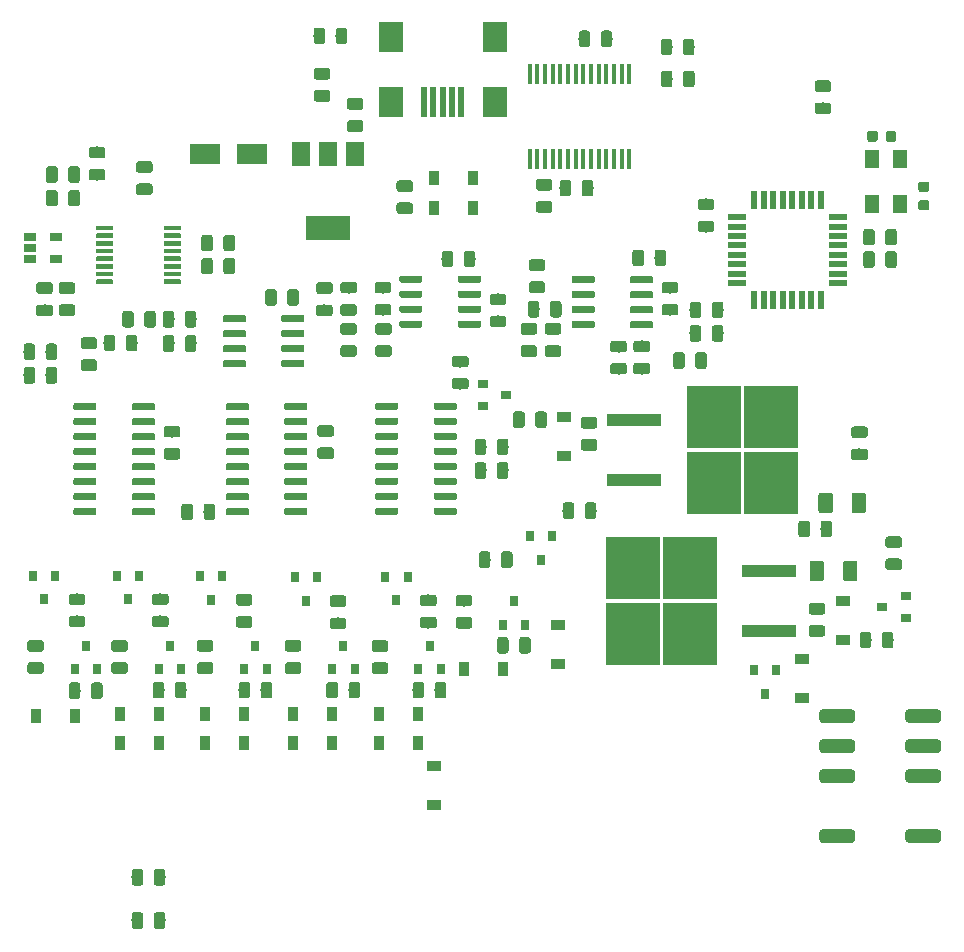
<source format=gtp>
%TF.GenerationSoftware,KiCad,Pcbnew,(5.1.2)-2*%
%TF.CreationDate,2020-11-17T15:03:50-05:00*%
%TF.ProjectId,Battery_Storage_Device,42617474-6572-4795-9f53-746f72616765,rev?*%
%TF.SameCoordinates,Original*%
%TF.FileFunction,Paste,Top*%
%TF.FilePolarity,Positive*%
%FSLAX46Y46*%
G04 Gerber Fmt 4.6, Leading zero omitted, Abs format (unit mm)*
G04 Created by KiCad (PCBNEW (5.1.2)-2) date 2020-11-17 15:03:50*
%MOMM*%
%LPD*%
G04 APERTURE LIST*
%ADD10C,0.100000*%
%ADD11C,0.975000*%
%ADD12R,1.200000X0.900000*%
%ADD13R,2.500000X1.800000*%
%ADD14R,1.500000X2.000000*%
%ADD15R,3.800000X2.000000*%
%ADD16R,0.900000X1.200000*%
%ADD17R,4.550000X5.250000*%
%ADD18R,4.600000X1.100000*%
%ADD19R,1.300000X1.600000*%
%ADD20R,0.550000X1.600000*%
%ADD21R,1.600000X0.550000*%
%ADD22R,0.450000X1.750000*%
%ADD23R,1.060000X0.650000*%
%ADD24C,0.400000*%
%ADD25C,0.600000*%
%ADD26C,1.250000*%
%ADD27R,0.800000X0.900000*%
%ADD28R,0.900000X0.800000*%
%ADD29C,1.110000*%
%ADD30R,0.500000X2.500000*%
%ADD31R,2.000000X2.500000*%
%ADD32C,0.875000*%
G04 APERTURE END LIST*
D10*
%TO.C,R54*%
G36*
X149680142Y-57351174D02*
G01*
X149703803Y-57354684D01*
X149727007Y-57360496D01*
X149749529Y-57368554D01*
X149771153Y-57378782D01*
X149791670Y-57391079D01*
X149810883Y-57405329D01*
X149828607Y-57421393D01*
X149844671Y-57439117D01*
X149858921Y-57458330D01*
X149871218Y-57478847D01*
X149881446Y-57500471D01*
X149889504Y-57522993D01*
X149895316Y-57546197D01*
X149898826Y-57569858D01*
X149900000Y-57593750D01*
X149900000Y-58081250D01*
X149898826Y-58105142D01*
X149895316Y-58128803D01*
X149889504Y-58152007D01*
X149881446Y-58174529D01*
X149871218Y-58196153D01*
X149858921Y-58216670D01*
X149844671Y-58235883D01*
X149828607Y-58253607D01*
X149810883Y-58269671D01*
X149791670Y-58283921D01*
X149771153Y-58296218D01*
X149749529Y-58306446D01*
X149727007Y-58314504D01*
X149703803Y-58320316D01*
X149680142Y-58323826D01*
X149656250Y-58325000D01*
X148743750Y-58325000D01*
X148719858Y-58323826D01*
X148696197Y-58320316D01*
X148672993Y-58314504D01*
X148650471Y-58306446D01*
X148628847Y-58296218D01*
X148608330Y-58283921D01*
X148589117Y-58269671D01*
X148571393Y-58253607D01*
X148555329Y-58235883D01*
X148541079Y-58216670D01*
X148528782Y-58196153D01*
X148518554Y-58174529D01*
X148510496Y-58152007D01*
X148504684Y-58128803D01*
X148501174Y-58105142D01*
X148500000Y-58081250D01*
X148500000Y-57593750D01*
X148501174Y-57569858D01*
X148504684Y-57546197D01*
X148510496Y-57522993D01*
X148518554Y-57500471D01*
X148528782Y-57478847D01*
X148541079Y-57458330D01*
X148555329Y-57439117D01*
X148571393Y-57421393D01*
X148589117Y-57405329D01*
X148608330Y-57391079D01*
X148628847Y-57378782D01*
X148650471Y-57368554D01*
X148672993Y-57360496D01*
X148696197Y-57354684D01*
X148719858Y-57351174D01*
X148743750Y-57350000D01*
X149656250Y-57350000D01*
X149680142Y-57351174D01*
X149680142Y-57351174D01*
G37*
D11*
X149200000Y-57837500D03*
D10*
G36*
X149680142Y-55476174D02*
G01*
X149703803Y-55479684D01*
X149727007Y-55485496D01*
X149749529Y-55493554D01*
X149771153Y-55503782D01*
X149791670Y-55516079D01*
X149810883Y-55530329D01*
X149828607Y-55546393D01*
X149844671Y-55564117D01*
X149858921Y-55583330D01*
X149871218Y-55603847D01*
X149881446Y-55625471D01*
X149889504Y-55647993D01*
X149895316Y-55671197D01*
X149898826Y-55694858D01*
X149900000Y-55718750D01*
X149900000Y-56206250D01*
X149898826Y-56230142D01*
X149895316Y-56253803D01*
X149889504Y-56277007D01*
X149881446Y-56299529D01*
X149871218Y-56321153D01*
X149858921Y-56341670D01*
X149844671Y-56360883D01*
X149828607Y-56378607D01*
X149810883Y-56394671D01*
X149791670Y-56408921D01*
X149771153Y-56421218D01*
X149749529Y-56431446D01*
X149727007Y-56439504D01*
X149703803Y-56445316D01*
X149680142Y-56448826D01*
X149656250Y-56450000D01*
X148743750Y-56450000D01*
X148719858Y-56448826D01*
X148696197Y-56445316D01*
X148672993Y-56439504D01*
X148650471Y-56431446D01*
X148628847Y-56421218D01*
X148608330Y-56408921D01*
X148589117Y-56394671D01*
X148571393Y-56378607D01*
X148555329Y-56360883D01*
X148541079Y-56341670D01*
X148528782Y-56321153D01*
X148518554Y-56299529D01*
X148510496Y-56277007D01*
X148504684Y-56253803D01*
X148501174Y-56230142D01*
X148500000Y-56206250D01*
X148500000Y-55718750D01*
X148501174Y-55694858D01*
X148504684Y-55671197D01*
X148510496Y-55647993D01*
X148518554Y-55625471D01*
X148528782Y-55603847D01*
X148541079Y-55583330D01*
X148555329Y-55564117D01*
X148571393Y-55546393D01*
X148589117Y-55530329D01*
X148608330Y-55516079D01*
X148628847Y-55503782D01*
X148650471Y-55493554D01*
X148672993Y-55485496D01*
X148696197Y-55479684D01*
X148719858Y-55476174D01*
X148743750Y-55475000D01*
X149656250Y-55475000D01*
X149680142Y-55476174D01*
X149680142Y-55476174D01*
G37*
D11*
X149200000Y-55962500D03*
%TD*%
D10*
%TO.C,R53*%
G36*
X107480142Y-72576174D02*
G01*
X107503803Y-72579684D01*
X107527007Y-72585496D01*
X107549529Y-72593554D01*
X107571153Y-72603782D01*
X107591670Y-72616079D01*
X107610883Y-72630329D01*
X107628607Y-72646393D01*
X107644671Y-72664117D01*
X107658921Y-72683330D01*
X107671218Y-72703847D01*
X107681446Y-72725471D01*
X107689504Y-72747993D01*
X107695316Y-72771197D01*
X107698826Y-72794858D01*
X107700000Y-72818750D01*
X107700000Y-73306250D01*
X107698826Y-73330142D01*
X107695316Y-73353803D01*
X107689504Y-73377007D01*
X107681446Y-73399529D01*
X107671218Y-73421153D01*
X107658921Y-73441670D01*
X107644671Y-73460883D01*
X107628607Y-73478607D01*
X107610883Y-73494671D01*
X107591670Y-73508921D01*
X107571153Y-73521218D01*
X107549529Y-73531446D01*
X107527007Y-73539504D01*
X107503803Y-73545316D01*
X107480142Y-73548826D01*
X107456250Y-73550000D01*
X106543750Y-73550000D01*
X106519858Y-73548826D01*
X106496197Y-73545316D01*
X106472993Y-73539504D01*
X106450471Y-73531446D01*
X106428847Y-73521218D01*
X106408330Y-73508921D01*
X106389117Y-73494671D01*
X106371393Y-73478607D01*
X106355329Y-73460883D01*
X106341079Y-73441670D01*
X106328782Y-73421153D01*
X106318554Y-73399529D01*
X106310496Y-73377007D01*
X106304684Y-73353803D01*
X106301174Y-73330142D01*
X106300000Y-73306250D01*
X106300000Y-72818750D01*
X106301174Y-72794858D01*
X106304684Y-72771197D01*
X106310496Y-72747993D01*
X106318554Y-72725471D01*
X106328782Y-72703847D01*
X106341079Y-72683330D01*
X106355329Y-72664117D01*
X106371393Y-72646393D01*
X106389117Y-72630329D01*
X106408330Y-72616079D01*
X106428847Y-72603782D01*
X106450471Y-72593554D01*
X106472993Y-72585496D01*
X106496197Y-72579684D01*
X106519858Y-72576174D01*
X106543750Y-72575000D01*
X107456250Y-72575000D01*
X107480142Y-72576174D01*
X107480142Y-72576174D01*
G37*
D11*
X107000000Y-73062500D03*
D10*
G36*
X107480142Y-74451174D02*
G01*
X107503803Y-74454684D01*
X107527007Y-74460496D01*
X107549529Y-74468554D01*
X107571153Y-74478782D01*
X107591670Y-74491079D01*
X107610883Y-74505329D01*
X107628607Y-74521393D01*
X107644671Y-74539117D01*
X107658921Y-74558330D01*
X107671218Y-74578847D01*
X107681446Y-74600471D01*
X107689504Y-74622993D01*
X107695316Y-74646197D01*
X107698826Y-74669858D01*
X107700000Y-74693750D01*
X107700000Y-75181250D01*
X107698826Y-75205142D01*
X107695316Y-75228803D01*
X107689504Y-75252007D01*
X107681446Y-75274529D01*
X107671218Y-75296153D01*
X107658921Y-75316670D01*
X107644671Y-75335883D01*
X107628607Y-75353607D01*
X107610883Y-75369671D01*
X107591670Y-75383921D01*
X107571153Y-75396218D01*
X107549529Y-75406446D01*
X107527007Y-75414504D01*
X107503803Y-75420316D01*
X107480142Y-75423826D01*
X107456250Y-75425000D01*
X106543750Y-75425000D01*
X106519858Y-75423826D01*
X106496197Y-75420316D01*
X106472993Y-75414504D01*
X106450471Y-75406446D01*
X106428847Y-75396218D01*
X106408330Y-75383921D01*
X106389117Y-75369671D01*
X106371393Y-75353607D01*
X106355329Y-75335883D01*
X106341079Y-75316670D01*
X106328782Y-75296153D01*
X106318554Y-75274529D01*
X106310496Y-75252007D01*
X106304684Y-75228803D01*
X106301174Y-75205142D01*
X106300000Y-75181250D01*
X106300000Y-74693750D01*
X106301174Y-74669858D01*
X106304684Y-74646197D01*
X106310496Y-74622993D01*
X106318554Y-74600471D01*
X106328782Y-74578847D01*
X106341079Y-74558330D01*
X106355329Y-74539117D01*
X106371393Y-74521393D01*
X106389117Y-74505329D01*
X106408330Y-74491079D01*
X106428847Y-74478782D01*
X106450471Y-74468554D01*
X106472993Y-74460496D01*
X106496197Y-74454684D01*
X106519858Y-74451174D01*
X106543750Y-74450000D01*
X107456250Y-74450000D01*
X107480142Y-74451174D01*
X107480142Y-74451174D01*
G37*
D11*
X107000000Y-74937500D03*
%TD*%
D10*
%TO.C,R52*%
G36*
X92230142Y-64201174D02*
G01*
X92253803Y-64204684D01*
X92277007Y-64210496D01*
X92299529Y-64218554D01*
X92321153Y-64228782D01*
X92341670Y-64241079D01*
X92360883Y-64255329D01*
X92378607Y-64271393D01*
X92394671Y-64289117D01*
X92408921Y-64308330D01*
X92421218Y-64328847D01*
X92431446Y-64350471D01*
X92439504Y-64372993D01*
X92445316Y-64396197D01*
X92448826Y-64419858D01*
X92450000Y-64443750D01*
X92450000Y-64931250D01*
X92448826Y-64955142D01*
X92445316Y-64978803D01*
X92439504Y-65002007D01*
X92431446Y-65024529D01*
X92421218Y-65046153D01*
X92408921Y-65066670D01*
X92394671Y-65085883D01*
X92378607Y-65103607D01*
X92360883Y-65119671D01*
X92341670Y-65133921D01*
X92321153Y-65146218D01*
X92299529Y-65156446D01*
X92277007Y-65164504D01*
X92253803Y-65170316D01*
X92230142Y-65173826D01*
X92206250Y-65175000D01*
X91293750Y-65175000D01*
X91269858Y-65173826D01*
X91246197Y-65170316D01*
X91222993Y-65164504D01*
X91200471Y-65156446D01*
X91178847Y-65146218D01*
X91158330Y-65133921D01*
X91139117Y-65119671D01*
X91121393Y-65103607D01*
X91105329Y-65085883D01*
X91091079Y-65066670D01*
X91078782Y-65046153D01*
X91068554Y-65024529D01*
X91060496Y-65002007D01*
X91054684Y-64978803D01*
X91051174Y-64955142D01*
X91050000Y-64931250D01*
X91050000Y-64443750D01*
X91051174Y-64419858D01*
X91054684Y-64396197D01*
X91060496Y-64372993D01*
X91068554Y-64350471D01*
X91078782Y-64328847D01*
X91091079Y-64308330D01*
X91105329Y-64289117D01*
X91121393Y-64271393D01*
X91139117Y-64255329D01*
X91158330Y-64241079D01*
X91178847Y-64228782D01*
X91200471Y-64218554D01*
X91222993Y-64210496D01*
X91246197Y-64204684D01*
X91269858Y-64201174D01*
X91293750Y-64200000D01*
X92206250Y-64200000D01*
X92230142Y-64201174D01*
X92230142Y-64201174D01*
G37*
D11*
X91750000Y-64687500D03*
D10*
G36*
X92230142Y-62326174D02*
G01*
X92253803Y-62329684D01*
X92277007Y-62335496D01*
X92299529Y-62343554D01*
X92321153Y-62353782D01*
X92341670Y-62366079D01*
X92360883Y-62380329D01*
X92378607Y-62396393D01*
X92394671Y-62414117D01*
X92408921Y-62433330D01*
X92421218Y-62453847D01*
X92431446Y-62475471D01*
X92439504Y-62497993D01*
X92445316Y-62521197D01*
X92448826Y-62544858D01*
X92450000Y-62568750D01*
X92450000Y-63056250D01*
X92448826Y-63080142D01*
X92445316Y-63103803D01*
X92439504Y-63127007D01*
X92431446Y-63149529D01*
X92421218Y-63171153D01*
X92408921Y-63191670D01*
X92394671Y-63210883D01*
X92378607Y-63228607D01*
X92360883Y-63244671D01*
X92341670Y-63258921D01*
X92321153Y-63271218D01*
X92299529Y-63281446D01*
X92277007Y-63289504D01*
X92253803Y-63295316D01*
X92230142Y-63298826D01*
X92206250Y-63300000D01*
X91293750Y-63300000D01*
X91269858Y-63298826D01*
X91246197Y-63295316D01*
X91222993Y-63289504D01*
X91200471Y-63281446D01*
X91178847Y-63271218D01*
X91158330Y-63258921D01*
X91139117Y-63244671D01*
X91121393Y-63228607D01*
X91105329Y-63210883D01*
X91091079Y-63191670D01*
X91078782Y-63171153D01*
X91068554Y-63149529D01*
X91060496Y-63127007D01*
X91054684Y-63103803D01*
X91051174Y-63080142D01*
X91050000Y-63056250D01*
X91050000Y-62568750D01*
X91051174Y-62544858D01*
X91054684Y-62521197D01*
X91060496Y-62497993D01*
X91068554Y-62475471D01*
X91078782Y-62453847D01*
X91091079Y-62433330D01*
X91105329Y-62414117D01*
X91121393Y-62396393D01*
X91139117Y-62380329D01*
X91158330Y-62366079D01*
X91178847Y-62353782D01*
X91200471Y-62343554D01*
X91222993Y-62335496D01*
X91246197Y-62329684D01*
X91269858Y-62326174D01*
X91293750Y-62325000D01*
X92206250Y-62325000D01*
X92230142Y-62326174D01*
X92230142Y-62326174D01*
G37*
D11*
X91750000Y-62812500D03*
%TD*%
D10*
%TO.C,R51*%
G36*
X84155142Y-79751174D02*
G01*
X84178803Y-79754684D01*
X84202007Y-79760496D01*
X84224529Y-79768554D01*
X84246153Y-79778782D01*
X84266670Y-79791079D01*
X84285883Y-79805329D01*
X84303607Y-79821393D01*
X84319671Y-79839117D01*
X84333921Y-79858330D01*
X84346218Y-79878847D01*
X84356446Y-79900471D01*
X84364504Y-79922993D01*
X84370316Y-79946197D01*
X84373826Y-79969858D01*
X84375000Y-79993750D01*
X84375000Y-80906250D01*
X84373826Y-80930142D01*
X84370316Y-80953803D01*
X84364504Y-80977007D01*
X84356446Y-80999529D01*
X84346218Y-81021153D01*
X84333921Y-81041670D01*
X84319671Y-81060883D01*
X84303607Y-81078607D01*
X84285883Y-81094671D01*
X84266670Y-81108921D01*
X84246153Y-81121218D01*
X84224529Y-81131446D01*
X84202007Y-81139504D01*
X84178803Y-81145316D01*
X84155142Y-81148826D01*
X84131250Y-81150000D01*
X83643750Y-81150000D01*
X83619858Y-81148826D01*
X83596197Y-81145316D01*
X83572993Y-81139504D01*
X83550471Y-81131446D01*
X83528847Y-81121218D01*
X83508330Y-81108921D01*
X83489117Y-81094671D01*
X83471393Y-81078607D01*
X83455329Y-81060883D01*
X83441079Y-81041670D01*
X83428782Y-81021153D01*
X83418554Y-80999529D01*
X83410496Y-80977007D01*
X83404684Y-80953803D01*
X83401174Y-80930142D01*
X83400000Y-80906250D01*
X83400000Y-79993750D01*
X83401174Y-79969858D01*
X83404684Y-79946197D01*
X83410496Y-79922993D01*
X83418554Y-79900471D01*
X83428782Y-79878847D01*
X83441079Y-79858330D01*
X83455329Y-79839117D01*
X83471393Y-79821393D01*
X83489117Y-79805329D01*
X83508330Y-79791079D01*
X83528847Y-79778782D01*
X83550471Y-79768554D01*
X83572993Y-79760496D01*
X83596197Y-79754684D01*
X83619858Y-79751174D01*
X83643750Y-79750000D01*
X84131250Y-79750000D01*
X84155142Y-79751174D01*
X84155142Y-79751174D01*
G37*
D11*
X83887500Y-80450000D03*
D10*
G36*
X82280142Y-79751174D02*
G01*
X82303803Y-79754684D01*
X82327007Y-79760496D01*
X82349529Y-79768554D01*
X82371153Y-79778782D01*
X82391670Y-79791079D01*
X82410883Y-79805329D01*
X82428607Y-79821393D01*
X82444671Y-79839117D01*
X82458921Y-79858330D01*
X82471218Y-79878847D01*
X82481446Y-79900471D01*
X82489504Y-79922993D01*
X82495316Y-79946197D01*
X82498826Y-79969858D01*
X82500000Y-79993750D01*
X82500000Y-80906250D01*
X82498826Y-80930142D01*
X82495316Y-80953803D01*
X82489504Y-80977007D01*
X82481446Y-80999529D01*
X82471218Y-81021153D01*
X82458921Y-81041670D01*
X82444671Y-81060883D01*
X82428607Y-81078607D01*
X82410883Y-81094671D01*
X82391670Y-81108921D01*
X82371153Y-81121218D01*
X82349529Y-81131446D01*
X82327007Y-81139504D01*
X82303803Y-81145316D01*
X82280142Y-81148826D01*
X82256250Y-81150000D01*
X81768750Y-81150000D01*
X81744858Y-81148826D01*
X81721197Y-81145316D01*
X81697993Y-81139504D01*
X81675471Y-81131446D01*
X81653847Y-81121218D01*
X81633330Y-81108921D01*
X81614117Y-81094671D01*
X81596393Y-81078607D01*
X81580329Y-81060883D01*
X81566079Y-81041670D01*
X81553782Y-81021153D01*
X81543554Y-80999529D01*
X81535496Y-80977007D01*
X81529684Y-80953803D01*
X81526174Y-80930142D01*
X81525000Y-80906250D01*
X81525000Y-79993750D01*
X81526174Y-79969858D01*
X81529684Y-79946197D01*
X81535496Y-79922993D01*
X81543554Y-79900471D01*
X81553782Y-79878847D01*
X81566079Y-79858330D01*
X81580329Y-79839117D01*
X81596393Y-79821393D01*
X81614117Y-79805329D01*
X81633330Y-79791079D01*
X81653847Y-79778782D01*
X81675471Y-79768554D01*
X81697993Y-79760496D01*
X81721197Y-79754684D01*
X81744858Y-79751174D01*
X81768750Y-79750000D01*
X82256250Y-79750000D01*
X82280142Y-79751174D01*
X82280142Y-79751174D01*
G37*
D11*
X82012500Y-80450000D03*
%TD*%
D10*
%TO.C,R50*%
G36*
X129805142Y-91201174D02*
G01*
X129828803Y-91204684D01*
X129852007Y-91210496D01*
X129874529Y-91218554D01*
X129896153Y-91228782D01*
X129916670Y-91241079D01*
X129935883Y-91255329D01*
X129953607Y-91271393D01*
X129969671Y-91289117D01*
X129983921Y-91308330D01*
X129996218Y-91328847D01*
X130006446Y-91350471D01*
X130014504Y-91372993D01*
X130020316Y-91396197D01*
X130023826Y-91419858D01*
X130025000Y-91443750D01*
X130025000Y-92356250D01*
X130023826Y-92380142D01*
X130020316Y-92403803D01*
X130014504Y-92427007D01*
X130006446Y-92449529D01*
X129996218Y-92471153D01*
X129983921Y-92491670D01*
X129969671Y-92510883D01*
X129953607Y-92528607D01*
X129935883Y-92544671D01*
X129916670Y-92558921D01*
X129896153Y-92571218D01*
X129874529Y-92581446D01*
X129852007Y-92589504D01*
X129828803Y-92595316D01*
X129805142Y-92598826D01*
X129781250Y-92600000D01*
X129293750Y-92600000D01*
X129269858Y-92598826D01*
X129246197Y-92595316D01*
X129222993Y-92589504D01*
X129200471Y-92581446D01*
X129178847Y-92571218D01*
X129158330Y-92558921D01*
X129139117Y-92544671D01*
X129121393Y-92528607D01*
X129105329Y-92510883D01*
X129091079Y-92491670D01*
X129078782Y-92471153D01*
X129068554Y-92449529D01*
X129060496Y-92427007D01*
X129054684Y-92403803D01*
X129051174Y-92380142D01*
X129050000Y-92356250D01*
X129050000Y-91443750D01*
X129051174Y-91419858D01*
X129054684Y-91396197D01*
X129060496Y-91372993D01*
X129068554Y-91350471D01*
X129078782Y-91328847D01*
X129091079Y-91308330D01*
X129105329Y-91289117D01*
X129121393Y-91271393D01*
X129139117Y-91255329D01*
X129158330Y-91241079D01*
X129178847Y-91228782D01*
X129200471Y-91218554D01*
X129222993Y-91210496D01*
X129246197Y-91204684D01*
X129269858Y-91201174D01*
X129293750Y-91200000D01*
X129781250Y-91200000D01*
X129805142Y-91201174D01*
X129805142Y-91201174D01*
G37*
D11*
X129537500Y-91900000D03*
D10*
G36*
X127930142Y-91201174D02*
G01*
X127953803Y-91204684D01*
X127977007Y-91210496D01*
X127999529Y-91218554D01*
X128021153Y-91228782D01*
X128041670Y-91241079D01*
X128060883Y-91255329D01*
X128078607Y-91271393D01*
X128094671Y-91289117D01*
X128108921Y-91308330D01*
X128121218Y-91328847D01*
X128131446Y-91350471D01*
X128139504Y-91372993D01*
X128145316Y-91396197D01*
X128148826Y-91419858D01*
X128150000Y-91443750D01*
X128150000Y-92356250D01*
X128148826Y-92380142D01*
X128145316Y-92403803D01*
X128139504Y-92427007D01*
X128131446Y-92449529D01*
X128121218Y-92471153D01*
X128108921Y-92491670D01*
X128094671Y-92510883D01*
X128078607Y-92528607D01*
X128060883Y-92544671D01*
X128041670Y-92558921D01*
X128021153Y-92571218D01*
X127999529Y-92581446D01*
X127977007Y-92589504D01*
X127953803Y-92595316D01*
X127930142Y-92598826D01*
X127906250Y-92600000D01*
X127418750Y-92600000D01*
X127394858Y-92598826D01*
X127371197Y-92595316D01*
X127347993Y-92589504D01*
X127325471Y-92581446D01*
X127303847Y-92571218D01*
X127283330Y-92558921D01*
X127264117Y-92544671D01*
X127246393Y-92528607D01*
X127230329Y-92510883D01*
X127216079Y-92491670D01*
X127203782Y-92471153D01*
X127193554Y-92449529D01*
X127185496Y-92427007D01*
X127179684Y-92403803D01*
X127176174Y-92380142D01*
X127175000Y-92356250D01*
X127175000Y-91443750D01*
X127176174Y-91419858D01*
X127179684Y-91396197D01*
X127185496Y-91372993D01*
X127193554Y-91350471D01*
X127203782Y-91328847D01*
X127216079Y-91308330D01*
X127230329Y-91289117D01*
X127246393Y-91271393D01*
X127264117Y-91255329D01*
X127283330Y-91241079D01*
X127303847Y-91228782D01*
X127325471Y-91218554D01*
X127347993Y-91210496D01*
X127371197Y-91204684D01*
X127394858Y-91201174D01*
X127418750Y-91200000D01*
X127906250Y-91200000D01*
X127930142Y-91201174D01*
X127930142Y-91201174D01*
G37*
D11*
X127662500Y-91900000D03*
%TD*%
D10*
%TO.C,C29*%
G36*
X82280142Y-77751174D02*
G01*
X82303803Y-77754684D01*
X82327007Y-77760496D01*
X82349529Y-77768554D01*
X82371153Y-77778782D01*
X82391670Y-77791079D01*
X82410883Y-77805329D01*
X82428607Y-77821393D01*
X82444671Y-77839117D01*
X82458921Y-77858330D01*
X82471218Y-77878847D01*
X82481446Y-77900471D01*
X82489504Y-77922993D01*
X82495316Y-77946197D01*
X82498826Y-77969858D01*
X82500000Y-77993750D01*
X82500000Y-78906250D01*
X82498826Y-78930142D01*
X82495316Y-78953803D01*
X82489504Y-78977007D01*
X82481446Y-78999529D01*
X82471218Y-79021153D01*
X82458921Y-79041670D01*
X82444671Y-79060883D01*
X82428607Y-79078607D01*
X82410883Y-79094671D01*
X82391670Y-79108921D01*
X82371153Y-79121218D01*
X82349529Y-79131446D01*
X82327007Y-79139504D01*
X82303803Y-79145316D01*
X82280142Y-79148826D01*
X82256250Y-79150000D01*
X81768750Y-79150000D01*
X81744858Y-79148826D01*
X81721197Y-79145316D01*
X81697993Y-79139504D01*
X81675471Y-79131446D01*
X81653847Y-79121218D01*
X81633330Y-79108921D01*
X81614117Y-79094671D01*
X81596393Y-79078607D01*
X81580329Y-79060883D01*
X81566079Y-79041670D01*
X81553782Y-79021153D01*
X81543554Y-78999529D01*
X81535496Y-78977007D01*
X81529684Y-78953803D01*
X81526174Y-78930142D01*
X81525000Y-78906250D01*
X81525000Y-77993750D01*
X81526174Y-77969858D01*
X81529684Y-77946197D01*
X81535496Y-77922993D01*
X81543554Y-77900471D01*
X81553782Y-77878847D01*
X81566079Y-77858330D01*
X81580329Y-77839117D01*
X81596393Y-77821393D01*
X81614117Y-77805329D01*
X81633330Y-77791079D01*
X81653847Y-77778782D01*
X81675471Y-77768554D01*
X81697993Y-77760496D01*
X81721197Y-77754684D01*
X81744858Y-77751174D01*
X81768750Y-77750000D01*
X82256250Y-77750000D01*
X82280142Y-77751174D01*
X82280142Y-77751174D01*
G37*
D11*
X82012500Y-78450000D03*
D10*
G36*
X84155142Y-77751174D02*
G01*
X84178803Y-77754684D01*
X84202007Y-77760496D01*
X84224529Y-77768554D01*
X84246153Y-77778782D01*
X84266670Y-77791079D01*
X84285883Y-77805329D01*
X84303607Y-77821393D01*
X84319671Y-77839117D01*
X84333921Y-77858330D01*
X84346218Y-77878847D01*
X84356446Y-77900471D01*
X84364504Y-77922993D01*
X84370316Y-77946197D01*
X84373826Y-77969858D01*
X84375000Y-77993750D01*
X84375000Y-78906250D01*
X84373826Y-78930142D01*
X84370316Y-78953803D01*
X84364504Y-78977007D01*
X84356446Y-78999529D01*
X84346218Y-79021153D01*
X84333921Y-79041670D01*
X84319671Y-79060883D01*
X84303607Y-79078607D01*
X84285883Y-79094671D01*
X84266670Y-79108921D01*
X84246153Y-79121218D01*
X84224529Y-79131446D01*
X84202007Y-79139504D01*
X84178803Y-79145316D01*
X84155142Y-79148826D01*
X84131250Y-79150000D01*
X83643750Y-79150000D01*
X83619858Y-79148826D01*
X83596197Y-79145316D01*
X83572993Y-79139504D01*
X83550471Y-79131446D01*
X83528847Y-79121218D01*
X83508330Y-79108921D01*
X83489117Y-79094671D01*
X83471393Y-79078607D01*
X83455329Y-79060883D01*
X83441079Y-79041670D01*
X83428782Y-79021153D01*
X83418554Y-78999529D01*
X83410496Y-78977007D01*
X83404684Y-78953803D01*
X83401174Y-78930142D01*
X83400000Y-78906250D01*
X83400000Y-77993750D01*
X83401174Y-77969858D01*
X83404684Y-77946197D01*
X83410496Y-77922993D01*
X83418554Y-77900471D01*
X83428782Y-77878847D01*
X83441079Y-77858330D01*
X83455329Y-77839117D01*
X83471393Y-77821393D01*
X83489117Y-77805329D01*
X83508330Y-77791079D01*
X83528847Y-77778782D01*
X83550471Y-77768554D01*
X83572993Y-77760496D01*
X83596197Y-77754684D01*
X83619858Y-77751174D01*
X83643750Y-77750000D01*
X84131250Y-77750000D01*
X84155142Y-77751174D01*
X84155142Y-77751174D01*
G37*
D11*
X83887500Y-78450000D03*
%TD*%
D10*
%TO.C,R49*%
G36*
X107280142Y-56301174D02*
G01*
X107303803Y-56304684D01*
X107327007Y-56310496D01*
X107349529Y-56318554D01*
X107371153Y-56328782D01*
X107391670Y-56341079D01*
X107410883Y-56355329D01*
X107428607Y-56371393D01*
X107444671Y-56389117D01*
X107458921Y-56408330D01*
X107471218Y-56428847D01*
X107481446Y-56450471D01*
X107489504Y-56472993D01*
X107495316Y-56496197D01*
X107498826Y-56519858D01*
X107500000Y-56543750D01*
X107500000Y-57031250D01*
X107498826Y-57055142D01*
X107495316Y-57078803D01*
X107489504Y-57102007D01*
X107481446Y-57124529D01*
X107471218Y-57146153D01*
X107458921Y-57166670D01*
X107444671Y-57185883D01*
X107428607Y-57203607D01*
X107410883Y-57219671D01*
X107391670Y-57233921D01*
X107371153Y-57246218D01*
X107349529Y-57256446D01*
X107327007Y-57264504D01*
X107303803Y-57270316D01*
X107280142Y-57273826D01*
X107256250Y-57275000D01*
X106343750Y-57275000D01*
X106319858Y-57273826D01*
X106296197Y-57270316D01*
X106272993Y-57264504D01*
X106250471Y-57256446D01*
X106228847Y-57246218D01*
X106208330Y-57233921D01*
X106189117Y-57219671D01*
X106171393Y-57203607D01*
X106155329Y-57185883D01*
X106141079Y-57166670D01*
X106128782Y-57146153D01*
X106118554Y-57124529D01*
X106110496Y-57102007D01*
X106104684Y-57078803D01*
X106101174Y-57055142D01*
X106100000Y-57031250D01*
X106100000Y-56543750D01*
X106101174Y-56519858D01*
X106104684Y-56496197D01*
X106110496Y-56472993D01*
X106118554Y-56450471D01*
X106128782Y-56428847D01*
X106141079Y-56408330D01*
X106155329Y-56389117D01*
X106171393Y-56371393D01*
X106189117Y-56355329D01*
X106208330Y-56341079D01*
X106228847Y-56328782D01*
X106250471Y-56318554D01*
X106272993Y-56310496D01*
X106296197Y-56304684D01*
X106319858Y-56301174D01*
X106343750Y-56300000D01*
X107256250Y-56300000D01*
X107280142Y-56301174D01*
X107280142Y-56301174D01*
G37*
D11*
X106800000Y-56787500D03*
D10*
G36*
X107280142Y-54426174D02*
G01*
X107303803Y-54429684D01*
X107327007Y-54435496D01*
X107349529Y-54443554D01*
X107371153Y-54453782D01*
X107391670Y-54466079D01*
X107410883Y-54480329D01*
X107428607Y-54496393D01*
X107444671Y-54514117D01*
X107458921Y-54533330D01*
X107471218Y-54553847D01*
X107481446Y-54575471D01*
X107489504Y-54597993D01*
X107495316Y-54621197D01*
X107498826Y-54644858D01*
X107500000Y-54668750D01*
X107500000Y-55156250D01*
X107498826Y-55180142D01*
X107495316Y-55203803D01*
X107489504Y-55227007D01*
X107481446Y-55249529D01*
X107471218Y-55271153D01*
X107458921Y-55291670D01*
X107444671Y-55310883D01*
X107428607Y-55328607D01*
X107410883Y-55344671D01*
X107391670Y-55358921D01*
X107371153Y-55371218D01*
X107349529Y-55381446D01*
X107327007Y-55389504D01*
X107303803Y-55395316D01*
X107280142Y-55398826D01*
X107256250Y-55400000D01*
X106343750Y-55400000D01*
X106319858Y-55398826D01*
X106296197Y-55395316D01*
X106272993Y-55389504D01*
X106250471Y-55381446D01*
X106228847Y-55371218D01*
X106208330Y-55358921D01*
X106189117Y-55344671D01*
X106171393Y-55328607D01*
X106155329Y-55310883D01*
X106141079Y-55291670D01*
X106128782Y-55271153D01*
X106118554Y-55249529D01*
X106110496Y-55227007D01*
X106104684Y-55203803D01*
X106101174Y-55180142D01*
X106100000Y-55156250D01*
X106100000Y-54668750D01*
X106101174Y-54644858D01*
X106104684Y-54621197D01*
X106110496Y-54597993D01*
X106118554Y-54575471D01*
X106128782Y-54553847D01*
X106141079Y-54533330D01*
X106155329Y-54514117D01*
X106171393Y-54496393D01*
X106189117Y-54480329D01*
X106208330Y-54466079D01*
X106228847Y-54453782D01*
X106250471Y-54443554D01*
X106272993Y-54435496D01*
X106296197Y-54429684D01*
X106319858Y-54426174D01*
X106343750Y-54425000D01*
X107256250Y-54425000D01*
X107280142Y-54426174D01*
X107280142Y-54426174D01*
G37*
D11*
X106800000Y-54912500D03*
%TD*%
D10*
%TO.C,D20*%
G36*
X106830142Y-51001174D02*
G01*
X106853803Y-51004684D01*
X106877007Y-51010496D01*
X106899529Y-51018554D01*
X106921153Y-51028782D01*
X106941670Y-51041079D01*
X106960883Y-51055329D01*
X106978607Y-51071393D01*
X106994671Y-51089117D01*
X107008921Y-51108330D01*
X107021218Y-51128847D01*
X107031446Y-51150471D01*
X107039504Y-51172993D01*
X107045316Y-51196197D01*
X107048826Y-51219858D01*
X107050000Y-51243750D01*
X107050000Y-52156250D01*
X107048826Y-52180142D01*
X107045316Y-52203803D01*
X107039504Y-52227007D01*
X107031446Y-52249529D01*
X107021218Y-52271153D01*
X107008921Y-52291670D01*
X106994671Y-52310883D01*
X106978607Y-52328607D01*
X106960883Y-52344671D01*
X106941670Y-52358921D01*
X106921153Y-52371218D01*
X106899529Y-52381446D01*
X106877007Y-52389504D01*
X106853803Y-52395316D01*
X106830142Y-52398826D01*
X106806250Y-52400000D01*
X106318750Y-52400000D01*
X106294858Y-52398826D01*
X106271197Y-52395316D01*
X106247993Y-52389504D01*
X106225471Y-52381446D01*
X106203847Y-52371218D01*
X106183330Y-52358921D01*
X106164117Y-52344671D01*
X106146393Y-52328607D01*
X106130329Y-52310883D01*
X106116079Y-52291670D01*
X106103782Y-52271153D01*
X106093554Y-52249529D01*
X106085496Y-52227007D01*
X106079684Y-52203803D01*
X106076174Y-52180142D01*
X106075000Y-52156250D01*
X106075000Y-51243750D01*
X106076174Y-51219858D01*
X106079684Y-51196197D01*
X106085496Y-51172993D01*
X106093554Y-51150471D01*
X106103782Y-51128847D01*
X106116079Y-51108330D01*
X106130329Y-51089117D01*
X106146393Y-51071393D01*
X106164117Y-51055329D01*
X106183330Y-51041079D01*
X106203847Y-51028782D01*
X106225471Y-51018554D01*
X106247993Y-51010496D01*
X106271197Y-51004684D01*
X106294858Y-51001174D01*
X106318750Y-51000000D01*
X106806250Y-51000000D01*
X106830142Y-51001174D01*
X106830142Y-51001174D01*
G37*
D11*
X106562500Y-51700000D03*
D10*
G36*
X108705142Y-51001174D02*
G01*
X108728803Y-51004684D01*
X108752007Y-51010496D01*
X108774529Y-51018554D01*
X108796153Y-51028782D01*
X108816670Y-51041079D01*
X108835883Y-51055329D01*
X108853607Y-51071393D01*
X108869671Y-51089117D01*
X108883921Y-51108330D01*
X108896218Y-51128847D01*
X108906446Y-51150471D01*
X108914504Y-51172993D01*
X108920316Y-51196197D01*
X108923826Y-51219858D01*
X108925000Y-51243750D01*
X108925000Y-52156250D01*
X108923826Y-52180142D01*
X108920316Y-52203803D01*
X108914504Y-52227007D01*
X108906446Y-52249529D01*
X108896218Y-52271153D01*
X108883921Y-52291670D01*
X108869671Y-52310883D01*
X108853607Y-52328607D01*
X108835883Y-52344671D01*
X108816670Y-52358921D01*
X108796153Y-52371218D01*
X108774529Y-52381446D01*
X108752007Y-52389504D01*
X108728803Y-52395316D01*
X108705142Y-52398826D01*
X108681250Y-52400000D01*
X108193750Y-52400000D01*
X108169858Y-52398826D01*
X108146197Y-52395316D01*
X108122993Y-52389504D01*
X108100471Y-52381446D01*
X108078847Y-52371218D01*
X108058330Y-52358921D01*
X108039117Y-52344671D01*
X108021393Y-52328607D01*
X108005329Y-52310883D01*
X107991079Y-52291670D01*
X107978782Y-52271153D01*
X107968554Y-52249529D01*
X107960496Y-52227007D01*
X107954684Y-52203803D01*
X107951174Y-52180142D01*
X107950000Y-52156250D01*
X107950000Y-51243750D01*
X107951174Y-51219858D01*
X107954684Y-51196197D01*
X107960496Y-51172993D01*
X107968554Y-51150471D01*
X107978782Y-51128847D01*
X107991079Y-51108330D01*
X108005329Y-51089117D01*
X108021393Y-51071393D01*
X108039117Y-51055329D01*
X108058330Y-51041079D01*
X108078847Y-51028782D01*
X108100471Y-51018554D01*
X108122993Y-51010496D01*
X108146197Y-51004684D01*
X108169858Y-51001174D01*
X108193750Y-51000000D01*
X108681250Y-51000000D01*
X108705142Y-51001174D01*
X108705142Y-51001174D01*
G37*
D11*
X108437500Y-51700000D03*
%TD*%
D12*
%TO.C,D19*%
X127300000Y-83950000D03*
X127300000Y-87250000D03*
%TD*%
%TO.C,D18*%
X150900000Y-102850000D03*
X150900000Y-99550000D03*
%TD*%
D10*
%TO.C,R48*%
G36*
X86067642Y-62751174D02*
G01*
X86091303Y-62754684D01*
X86114507Y-62760496D01*
X86137029Y-62768554D01*
X86158653Y-62778782D01*
X86179170Y-62791079D01*
X86198383Y-62805329D01*
X86216107Y-62821393D01*
X86232171Y-62839117D01*
X86246421Y-62858330D01*
X86258718Y-62878847D01*
X86268946Y-62900471D01*
X86277004Y-62922993D01*
X86282816Y-62946197D01*
X86286326Y-62969858D01*
X86287500Y-62993750D01*
X86287500Y-63906250D01*
X86286326Y-63930142D01*
X86282816Y-63953803D01*
X86277004Y-63977007D01*
X86268946Y-63999529D01*
X86258718Y-64021153D01*
X86246421Y-64041670D01*
X86232171Y-64060883D01*
X86216107Y-64078607D01*
X86198383Y-64094671D01*
X86179170Y-64108921D01*
X86158653Y-64121218D01*
X86137029Y-64131446D01*
X86114507Y-64139504D01*
X86091303Y-64145316D01*
X86067642Y-64148826D01*
X86043750Y-64150000D01*
X85556250Y-64150000D01*
X85532358Y-64148826D01*
X85508697Y-64145316D01*
X85485493Y-64139504D01*
X85462971Y-64131446D01*
X85441347Y-64121218D01*
X85420830Y-64108921D01*
X85401617Y-64094671D01*
X85383893Y-64078607D01*
X85367829Y-64060883D01*
X85353579Y-64041670D01*
X85341282Y-64021153D01*
X85331054Y-63999529D01*
X85322996Y-63977007D01*
X85317184Y-63953803D01*
X85313674Y-63930142D01*
X85312500Y-63906250D01*
X85312500Y-62993750D01*
X85313674Y-62969858D01*
X85317184Y-62946197D01*
X85322996Y-62922993D01*
X85331054Y-62900471D01*
X85341282Y-62878847D01*
X85353579Y-62858330D01*
X85367829Y-62839117D01*
X85383893Y-62821393D01*
X85401617Y-62805329D01*
X85420830Y-62791079D01*
X85441347Y-62778782D01*
X85462971Y-62768554D01*
X85485493Y-62760496D01*
X85508697Y-62754684D01*
X85532358Y-62751174D01*
X85556250Y-62750000D01*
X86043750Y-62750000D01*
X86067642Y-62751174D01*
X86067642Y-62751174D01*
G37*
D11*
X85800000Y-63450000D03*
D10*
G36*
X84192642Y-62751174D02*
G01*
X84216303Y-62754684D01*
X84239507Y-62760496D01*
X84262029Y-62768554D01*
X84283653Y-62778782D01*
X84304170Y-62791079D01*
X84323383Y-62805329D01*
X84341107Y-62821393D01*
X84357171Y-62839117D01*
X84371421Y-62858330D01*
X84383718Y-62878847D01*
X84393946Y-62900471D01*
X84402004Y-62922993D01*
X84407816Y-62946197D01*
X84411326Y-62969858D01*
X84412500Y-62993750D01*
X84412500Y-63906250D01*
X84411326Y-63930142D01*
X84407816Y-63953803D01*
X84402004Y-63977007D01*
X84393946Y-63999529D01*
X84383718Y-64021153D01*
X84371421Y-64041670D01*
X84357171Y-64060883D01*
X84341107Y-64078607D01*
X84323383Y-64094671D01*
X84304170Y-64108921D01*
X84283653Y-64121218D01*
X84262029Y-64131446D01*
X84239507Y-64139504D01*
X84216303Y-64145316D01*
X84192642Y-64148826D01*
X84168750Y-64150000D01*
X83681250Y-64150000D01*
X83657358Y-64148826D01*
X83633697Y-64145316D01*
X83610493Y-64139504D01*
X83587971Y-64131446D01*
X83566347Y-64121218D01*
X83545830Y-64108921D01*
X83526617Y-64094671D01*
X83508893Y-64078607D01*
X83492829Y-64060883D01*
X83478579Y-64041670D01*
X83466282Y-64021153D01*
X83456054Y-63999529D01*
X83447996Y-63977007D01*
X83442184Y-63953803D01*
X83438674Y-63930142D01*
X83437500Y-63906250D01*
X83437500Y-62993750D01*
X83438674Y-62969858D01*
X83442184Y-62946197D01*
X83447996Y-62922993D01*
X83456054Y-62900471D01*
X83466282Y-62878847D01*
X83478579Y-62858330D01*
X83492829Y-62839117D01*
X83508893Y-62821393D01*
X83526617Y-62805329D01*
X83545830Y-62791079D01*
X83566347Y-62778782D01*
X83587971Y-62768554D01*
X83610493Y-62760496D01*
X83633697Y-62754684D01*
X83657358Y-62751174D01*
X83681250Y-62750000D01*
X84168750Y-62750000D01*
X84192642Y-62751174D01*
X84192642Y-62751174D01*
G37*
D11*
X83925000Y-63450000D03*
%TD*%
D10*
%TO.C,R47*%
G36*
X88230142Y-61088674D02*
G01*
X88253803Y-61092184D01*
X88277007Y-61097996D01*
X88299529Y-61106054D01*
X88321153Y-61116282D01*
X88341670Y-61128579D01*
X88360883Y-61142829D01*
X88378607Y-61158893D01*
X88394671Y-61176617D01*
X88408921Y-61195830D01*
X88421218Y-61216347D01*
X88431446Y-61237971D01*
X88439504Y-61260493D01*
X88445316Y-61283697D01*
X88448826Y-61307358D01*
X88450000Y-61331250D01*
X88450000Y-61818750D01*
X88448826Y-61842642D01*
X88445316Y-61866303D01*
X88439504Y-61889507D01*
X88431446Y-61912029D01*
X88421218Y-61933653D01*
X88408921Y-61954170D01*
X88394671Y-61973383D01*
X88378607Y-61991107D01*
X88360883Y-62007171D01*
X88341670Y-62021421D01*
X88321153Y-62033718D01*
X88299529Y-62043946D01*
X88277007Y-62052004D01*
X88253803Y-62057816D01*
X88230142Y-62061326D01*
X88206250Y-62062500D01*
X87293750Y-62062500D01*
X87269858Y-62061326D01*
X87246197Y-62057816D01*
X87222993Y-62052004D01*
X87200471Y-62043946D01*
X87178847Y-62033718D01*
X87158330Y-62021421D01*
X87139117Y-62007171D01*
X87121393Y-61991107D01*
X87105329Y-61973383D01*
X87091079Y-61954170D01*
X87078782Y-61933653D01*
X87068554Y-61912029D01*
X87060496Y-61889507D01*
X87054684Y-61866303D01*
X87051174Y-61842642D01*
X87050000Y-61818750D01*
X87050000Y-61331250D01*
X87051174Y-61307358D01*
X87054684Y-61283697D01*
X87060496Y-61260493D01*
X87068554Y-61237971D01*
X87078782Y-61216347D01*
X87091079Y-61195830D01*
X87105329Y-61176617D01*
X87121393Y-61158893D01*
X87139117Y-61142829D01*
X87158330Y-61128579D01*
X87178847Y-61116282D01*
X87200471Y-61106054D01*
X87222993Y-61097996D01*
X87246197Y-61092184D01*
X87269858Y-61088674D01*
X87293750Y-61087500D01*
X88206250Y-61087500D01*
X88230142Y-61088674D01*
X88230142Y-61088674D01*
G37*
D11*
X87750000Y-61575000D03*
D10*
G36*
X88230142Y-62963674D02*
G01*
X88253803Y-62967184D01*
X88277007Y-62972996D01*
X88299529Y-62981054D01*
X88321153Y-62991282D01*
X88341670Y-63003579D01*
X88360883Y-63017829D01*
X88378607Y-63033893D01*
X88394671Y-63051617D01*
X88408921Y-63070830D01*
X88421218Y-63091347D01*
X88431446Y-63112971D01*
X88439504Y-63135493D01*
X88445316Y-63158697D01*
X88448826Y-63182358D01*
X88450000Y-63206250D01*
X88450000Y-63693750D01*
X88448826Y-63717642D01*
X88445316Y-63741303D01*
X88439504Y-63764507D01*
X88431446Y-63787029D01*
X88421218Y-63808653D01*
X88408921Y-63829170D01*
X88394671Y-63848383D01*
X88378607Y-63866107D01*
X88360883Y-63882171D01*
X88341670Y-63896421D01*
X88321153Y-63908718D01*
X88299529Y-63918946D01*
X88277007Y-63927004D01*
X88253803Y-63932816D01*
X88230142Y-63936326D01*
X88206250Y-63937500D01*
X87293750Y-63937500D01*
X87269858Y-63936326D01*
X87246197Y-63932816D01*
X87222993Y-63927004D01*
X87200471Y-63918946D01*
X87178847Y-63908718D01*
X87158330Y-63896421D01*
X87139117Y-63882171D01*
X87121393Y-63866107D01*
X87105329Y-63848383D01*
X87091079Y-63829170D01*
X87078782Y-63808653D01*
X87068554Y-63787029D01*
X87060496Y-63764507D01*
X87054684Y-63741303D01*
X87051174Y-63717642D01*
X87050000Y-63693750D01*
X87050000Y-63206250D01*
X87051174Y-63182358D01*
X87054684Y-63158697D01*
X87060496Y-63135493D01*
X87068554Y-63112971D01*
X87078782Y-63091347D01*
X87091079Y-63070830D01*
X87105329Y-63051617D01*
X87121393Y-63033893D01*
X87139117Y-63017829D01*
X87158330Y-63003579D01*
X87178847Y-62991282D01*
X87200471Y-62981054D01*
X87222993Y-62972996D01*
X87246197Y-62967184D01*
X87269858Y-62963674D01*
X87293750Y-62962500D01*
X88206250Y-62962500D01*
X88230142Y-62963674D01*
X88230142Y-62963674D01*
G37*
D11*
X87750000Y-63450000D03*
%TD*%
D10*
%TO.C,C28*%
G36*
X84192642Y-64751174D02*
G01*
X84216303Y-64754684D01*
X84239507Y-64760496D01*
X84262029Y-64768554D01*
X84283653Y-64778782D01*
X84304170Y-64791079D01*
X84323383Y-64805329D01*
X84341107Y-64821393D01*
X84357171Y-64839117D01*
X84371421Y-64858330D01*
X84383718Y-64878847D01*
X84393946Y-64900471D01*
X84402004Y-64922993D01*
X84407816Y-64946197D01*
X84411326Y-64969858D01*
X84412500Y-64993750D01*
X84412500Y-65906250D01*
X84411326Y-65930142D01*
X84407816Y-65953803D01*
X84402004Y-65977007D01*
X84393946Y-65999529D01*
X84383718Y-66021153D01*
X84371421Y-66041670D01*
X84357171Y-66060883D01*
X84341107Y-66078607D01*
X84323383Y-66094671D01*
X84304170Y-66108921D01*
X84283653Y-66121218D01*
X84262029Y-66131446D01*
X84239507Y-66139504D01*
X84216303Y-66145316D01*
X84192642Y-66148826D01*
X84168750Y-66150000D01*
X83681250Y-66150000D01*
X83657358Y-66148826D01*
X83633697Y-66145316D01*
X83610493Y-66139504D01*
X83587971Y-66131446D01*
X83566347Y-66121218D01*
X83545830Y-66108921D01*
X83526617Y-66094671D01*
X83508893Y-66078607D01*
X83492829Y-66060883D01*
X83478579Y-66041670D01*
X83466282Y-66021153D01*
X83456054Y-65999529D01*
X83447996Y-65977007D01*
X83442184Y-65953803D01*
X83438674Y-65930142D01*
X83437500Y-65906250D01*
X83437500Y-64993750D01*
X83438674Y-64969858D01*
X83442184Y-64946197D01*
X83447996Y-64922993D01*
X83456054Y-64900471D01*
X83466282Y-64878847D01*
X83478579Y-64858330D01*
X83492829Y-64839117D01*
X83508893Y-64821393D01*
X83526617Y-64805329D01*
X83545830Y-64791079D01*
X83566347Y-64778782D01*
X83587971Y-64768554D01*
X83610493Y-64760496D01*
X83633697Y-64754684D01*
X83657358Y-64751174D01*
X83681250Y-64750000D01*
X84168750Y-64750000D01*
X84192642Y-64751174D01*
X84192642Y-64751174D01*
G37*
D11*
X83925000Y-65450000D03*
D10*
G36*
X86067642Y-64751174D02*
G01*
X86091303Y-64754684D01*
X86114507Y-64760496D01*
X86137029Y-64768554D01*
X86158653Y-64778782D01*
X86179170Y-64791079D01*
X86198383Y-64805329D01*
X86216107Y-64821393D01*
X86232171Y-64839117D01*
X86246421Y-64858330D01*
X86258718Y-64878847D01*
X86268946Y-64900471D01*
X86277004Y-64922993D01*
X86282816Y-64946197D01*
X86286326Y-64969858D01*
X86287500Y-64993750D01*
X86287500Y-65906250D01*
X86286326Y-65930142D01*
X86282816Y-65953803D01*
X86277004Y-65977007D01*
X86268946Y-65999529D01*
X86258718Y-66021153D01*
X86246421Y-66041670D01*
X86232171Y-66060883D01*
X86216107Y-66078607D01*
X86198383Y-66094671D01*
X86179170Y-66108921D01*
X86158653Y-66121218D01*
X86137029Y-66131446D01*
X86114507Y-66139504D01*
X86091303Y-66145316D01*
X86067642Y-66148826D01*
X86043750Y-66150000D01*
X85556250Y-66150000D01*
X85532358Y-66148826D01*
X85508697Y-66145316D01*
X85485493Y-66139504D01*
X85462971Y-66131446D01*
X85441347Y-66121218D01*
X85420830Y-66108921D01*
X85401617Y-66094671D01*
X85383893Y-66078607D01*
X85367829Y-66060883D01*
X85353579Y-66041670D01*
X85341282Y-66021153D01*
X85331054Y-65999529D01*
X85322996Y-65977007D01*
X85317184Y-65953803D01*
X85313674Y-65930142D01*
X85312500Y-65906250D01*
X85312500Y-64993750D01*
X85313674Y-64969858D01*
X85317184Y-64946197D01*
X85322996Y-64922993D01*
X85331054Y-64900471D01*
X85341282Y-64878847D01*
X85353579Y-64858330D01*
X85367829Y-64839117D01*
X85383893Y-64821393D01*
X85401617Y-64805329D01*
X85420830Y-64791079D01*
X85441347Y-64778782D01*
X85462971Y-64768554D01*
X85485493Y-64760496D01*
X85508697Y-64754684D01*
X85532358Y-64751174D01*
X85556250Y-64750000D01*
X86043750Y-64750000D01*
X86067642Y-64751174D01*
X86067642Y-64751174D01*
G37*
D11*
X85800000Y-65450000D03*
%TD*%
D10*
%TO.C,R46*%
G36*
X147880142Y-92751174D02*
G01*
X147903803Y-92754684D01*
X147927007Y-92760496D01*
X147949529Y-92768554D01*
X147971153Y-92778782D01*
X147991670Y-92791079D01*
X148010883Y-92805329D01*
X148028607Y-92821393D01*
X148044671Y-92839117D01*
X148058921Y-92858330D01*
X148071218Y-92878847D01*
X148081446Y-92900471D01*
X148089504Y-92922993D01*
X148095316Y-92946197D01*
X148098826Y-92969858D01*
X148100000Y-92993750D01*
X148100000Y-93906250D01*
X148098826Y-93930142D01*
X148095316Y-93953803D01*
X148089504Y-93977007D01*
X148081446Y-93999529D01*
X148071218Y-94021153D01*
X148058921Y-94041670D01*
X148044671Y-94060883D01*
X148028607Y-94078607D01*
X148010883Y-94094671D01*
X147991670Y-94108921D01*
X147971153Y-94121218D01*
X147949529Y-94131446D01*
X147927007Y-94139504D01*
X147903803Y-94145316D01*
X147880142Y-94148826D01*
X147856250Y-94150000D01*
X147368750Y-94150000D01*
X147344858Y-94148826D01*
X147321197Y-94145316D01*
X147297993Y-94139504D01*
X147275471Y-94131446D01*
X147253847Y-94121218D01*
X147233330Y-94108921D01*
X147214117Y-94094671D01*
X147196393Y-94078607D01*
X147180329Y-94060883D01*
X147166079Y-94041670D01*
X147153782Y-94021153D01*
X147143554Y-93999529D01*
X147135496Y-93977007D01*
X147129684Y-93953803D01*
X147126174Y-93930142D01*
X147125000Y-93906250D01*
X147125000Y-92993750D01*
X147126174Y-92969858D01*
X147129684Y-92946197D01*
X147135496Y-92922993D01*
X147143554Y-92900471D01*
X147153782Y-92878847D01*
X147166079Y-92858330D01*
X147180329Y-92839117D01*
X147196393Y-92821393D01*
X147214117Y-92805329D01*
X147233330Y-92791079D01*
X147253847Y-92778782D01*
X147275471Y-92768554D01*
X147297993Y-92760496D01*
X147321197Y-92754684D01*
X147344858Y-92751174D01*
X147368750Y-92750000D01*
X147856250Y-92750000D01*
X147880142Y-92751174D01*
X147880142Y-92751174D01*
G37*
D11*
X147612500Y-93450000D03*
D10*
G36*
X149755142Y-92751174D02*
G01*
X149778803Y-92754684D01*
X149802007Y-92760496D01*
X149824529Y-92768554D01*
X149846153Y-92778782D01*
X149866670Y-92791079D01*
X149885883Y-92805329D01*
X149903607Y-92821393D01*
X149919671Y-92839117D01*
X149933921Y-92858330D01*
X149946218Y-92878847D01*
X149956446Y-92900471D01*
X149964504Y-92922993D01*
X149970316Y-92946197D01*
X149973826Y-92969858D01*
X149975000Y-92993750D01*
X149975000Y-93906250D01*
X149973826Y-93930142D01*
X149970316Y-93953803D01*
X149964504Y-93977007D01*
X149956446Y-93999529D01*
X149946218Y-94021153D01*
X149933921Y-94041670D01*
X149919671Y-94060883D01*
X149903607Y-94078607D01*
X149885883Y-94094671D01*
X149866670Y-94108921D01*
X149846153Y-94121218D01*
X149824529Y-94131446D01*
X149802007Y-94139504D01*
X149778803Y-94145316D01*
X149755142Y-94148826D01*
X149731250Y-94150000D01*
X149243750Y-94150000D01*
X149219858Y-94148826D01*
X149196197Y-94145316D01*
X149172993Y-94139504D01*
X149150471Y-94131446D01*
X149128847Y-94121218D01*
X149108330Y-94108921D01*
X149089117Y-94094671D01*
X149071393Y-94078607D01*
X149055329Y-94060883D01*
X149041079Y-94041670D01*
X149028782Y-94021153D01*
X149018554Y-93999529D01*
X149010496Y-93977007D01*
X149004684Y-93953803D01*
X149001174Y-93930142D01*
X149000000Y-93906250D01*
X149000000Y-92993750D01*
X149001174Y-92969858D01*
X149004684Y-92946197D01*
X149010496Y-92922993D01*
X149018554Y-92900471D01*
X149028782Y-92878847D01*
X149041079Y-92858330D01*
X149055329Y-92839117D01*
X149071393Y-92821393D01*
X149089117Y-92805329D01*
X149108330Y-92791079D01*
X149128847Y-92778782D01*
X149150471Y-92768554D01*
X149172993Y-92760496D01*
X149196197Y-92754684D01*
X149219858Y-92751174D01*
X149243750Y-92750000D01*
X149731250Y-92750000D01*
X149755142Y-92751174D01*
X149755142Y-92751174D01*
G37*
D11*
X149487500Y-93450000D03*
%TD*%
D13*
%TO.C,D14*%
X96900000Y-61700000D03*
X100900000Y-61700000D03*
%TD*%
D14*
%TO.C,U11*%
X109600000Y-61700000D03*
X105000000Y-61700000D03*
X107300000Y-61700000D03*
D15*
X107300000Y-68000000D03*
%TD*%
D10*
%TO.C,R45*%
G36*
X136242642Y-54651174D02*
G01*
X136266303Y-54654684D01*
X136289507Y-54660496D01*
X136312029Y-54668554D01*
X136333653Y-54678782D01*
X136354170Y-54691079D01*
X136373383Y-54705329D01*
X136391107Y-54721393D01*
X136407171Y-54739117D01*
X136421421Y-54758330D01*
X136433718Y-54778847D01*
X136443946Y-54800471D01*
X136452004Y-54822993D01*
X136457816Y-54846197D01*
X136461326Y-54869858D01*
X136462500Y-54893750D01*
X136462500Y-55806250D01*
X136461326Y-55830142D01*
X136457816Y-55853803D01*
X136452004Y-55877007D01*
X136443946Y-55899529D01*
X136433718Y-55921153D01*
X136421421Y-55941670D01*
X136407171Y-55960883D01*
X136391107Y-55978607D01*
X136373383Y-55994671D01*
X136354170Y-56008921D01*
X136333653Y-56021218D01*
X136312029Y-56031446D01*
X136289507Y-56039504D01*
X136266303Y-56045316D01*
X136242642Y-56048826D01*
X136218750Y-56050000D01*
X135731250Y-56050000D01*
X135707358Y-56048826D01*
X135683697Y-56045316D01*
X135660493Y-56039504D01*
X135637971Y-56031446D01*
X135616347Y-56021218D01*
X135595830Y-56008921D01*
X135576617Y-55994671D01*
X135558893Y-55978607D01*
X135542829Y-55960883D01*
X135528579Y-55941670D01*
X135516282Y-55921153D01*
X135506054Y-55899529D01*
X135497996Y-55877007D01*
X135492184Y-55853803D01*
X135488674Y-55830142D01*
X135487500Y-55806250D01*
X135487500Y-54893750D01*
X135488674Y-54869858D01*
X135492184Y-54846197D01*
X135497996Y-54822993D01*
X135506054Y-54800471D01*
X135516282Y-54778847D01*
X135528579Y-54758330D01*
X135542829Y-54739117D01*
X135558893Y-54721393D01*
X135576617Y-54705329D01*
X135595830Y-54691079D01*
X135616347Y-54678782D01*
X135637971Y-54668554D01*
X135660493Y-54660496D01*
X135683697Y-54654684D01*
X135707358Y-54651174D01*
X135731250Y-54650000D01*
X136218750Y-54650000D01*
X136242642Y-54651174D01*
X136242642Y-54651174D01*
G37*
D11*
X135975000Y-55350000D03*
D10*
G36*
X138117642Y-54651174D02*
G01*
X138141303Y-54654684D01*
X138164507Y-54660496D01*
X138187029Y-54668554D01*
X138208653Y-54678782D01*
X138229170Y-54691079D01*
X138248383Y-54705329D01*
X138266107Y-54721393D01*
X138282171Y-54739117D01*
X138296421Y-54758330D01*
X138308718Y-54778847D01*
X138318946Y-54800471D01*
X138327004Y-54822993D01*
X138332816Y-54846197D01*
X138336326Y-54869858D01*
X138337500Y-54893750D01*
X138337500Y-55806250D01*
X138336326Y-55830142D01*
X138332816Y-55853803D01*
X138327004Y-55877007D01*
X138318946Y-55899529D01*
X138308718Y-55921153D01*
X138296421Y-55941670D01*
X138282171Y-55960883D01*
X138266107Y-55978607D01*
X138248383Y-55994671D01*
X138229170Y-56008921D01*
X138208653Y-56021218D01*
X138187029Y-56031446D01*
X138164507Y-56039504D01*
X138141303Y-56045316D01*
X138117642Y-56048826D01*
X138093750Y-56050000D01*
X137606250Y-56050000D01*
X137582358Y-56048826D01*
X137558697Y-56045316D01*
X137535493Y-56039504D01*
X137512971Y-56031446D01*
X137491347Y-56021218D01*
X137470830Y-56008921D01*
X137451617Y-55994671D01*
X137433893Y-55978607D01*
X137417829Y-55960883D01*
X137403579Y-55941670D01*
X137391282Y-55921153D01*
X137381054Y-55899529D01*
X137372996Y-55877007D01*
X137367184Y-55853803D01*
X137363674Y-55830142D01*
X137362500Y-55806250D01*
X137362500Y-54893750D01*
X137363674Y-54869858D01*
X137367184Y-54846197D01*
X137372996Y-54822993D01*
X137381054Y-54800471D01*
X137391282Y-54778847D01*
X137403579Y-54758330D01*
X137417829Y-54739117D01*
X137433893Y-54721393D01*
X137451617Y-54705329D01*
X137470830Y-54691079D01*
X137491347Y-54678782D01*
X137512971Y-54668554D01*
X137535493Y-54660496D01*
X137558697Y-54654684D01*
X137582358Y-54651174D01*
X137606250Y-54650000D01*
X138093750Y-54650000D01*
X138117642Y-54651174D01*
X138117642Y-54651174D01*
G37*
D11*
X137850000Y-55350000D03*
%TD*%
D10*
%TO.C,R44*%
G36*
X110080142Y-58851174D02*
G01*
X110103803Y-58854684D01*
X110127007Y-58860496D01*
X110149529Y-58868554D01*
X110171153Y-58878782D01*
X110191670Y-58891079D01*
X110210883Y-58905329D01*
X110228607Y-58921393D01*
X110244671Y-58939117D01*
X110258921Y-58958330D01*
X110271218Y-58978847D01*
X110281446Y-59000471D01*
X110289504Y-59022993D01*
X110295316Y-59046197D01*
X110298826Y-59069858D01*
X110300000Y-59093750D01*
X110300000Y-59581250D01*
X110298826Y-59605142D01*
X110295316Y-59628803D01*
X110289504Y-59652007D01*
X110281446Y-59674529D01*
X110271218Y-59696153D01*
X110258921Y-59716670D01*
X110244671Y-59735883D01*
X110228607Y-59753607D01*
X110210883Y-59769671D01*
X110191670Y-59783921D01*
X110171153Y-59796218D01*
X110149529Y-59806446D01*
X110127007Y-59814504D01*
X110103803Y-59820316D01*
X110080142Y-59823826D01*
X110056250Y-59825000D01*
X109143750Y-59825000D01*
X109119858Y-59823826D01*
X109096197Y-59820316D01*
X109072993Y-59814504D01*
X109050471Y-59806446D01*
X109028847Y-59796218D01*
X109008330Y-59783921D01*
X108989117Y-59769671D01*
X108971393Y-59753607D01*
X108955329Y-59735883D01*
X108941079Y-59716670D01*
X108928782Y-59696153D01*
X108918554Y-59674529D01*
X108910496Y-59652007D01*
X108904684Y-59628803D01*
X108901174Y-59605142D01*
X108900000Y-59581250D01*
X108900000Y-59093750D01*
X108901174Y-59069858D01*
X108904684Y-59046197D01*
X108910496Y-59022993D01*
X108918554Y-59000471D01*
X108928782Y-58978847D01*
X108941079Y-58958330D01*
X108955329Y-58939117D01*
X108971393Y-58921393D01*
X108989117Y-58905329D01*
X109008330Y-58891079D01*
X109028847Y-58878782D01*
X109050471Y-58868554D01*
X109072993Y-58860496D01*
X109096197Y-58854684D01*
X109119858Y-58851174D01*
X109143750Y-58850000D01*
X110056250Y-58850000D01*
X110080142Y-58851174D01*
X110080142Y-58851174D01*
G37*
D11*
X109600000Y-59337500D03*
D10*
G36*
X110080142Y-56976174D02*
G01*
X110103803Y-56979684D01*
X110127007Y-56985496D01*
X110149529Y-56993554D01*
X110171153Y-57003782D01*
X110191670Y-57016079D01*
X110210883Y-57030329D01*
X110228607Y-57046393D01*
X110244671Y-57064117D01*
X110258921Y-57083330D01*
X110271218Y-57103847D01*
X110281446Y-57125471D01*
X110289504Y-57147993D01*
X110295316Y-57171197D01*
X110298826Y-57194858D01*
X110300000Y-57218750D01*
X110300000Y-57706250D01*
X110298826Y-57730142D01*
X110295316Y-57753803D01*
X110289504Y-57777007D01*
X110281446Y-57799529D01*
X110271218Y-57821153D01*
X110258921Y-57841670D01*
X110244671Y-57860883D01*
X110228607Y-57878607D01*
X110210883Y-57894671D01*
X110191670Y-57908921D01*
X110171153Y-57921218D01*
X110149529Y-57931446D01*
X110127007Y-57939504D01*
X110103803Y-57945316D01*
X110080142Y-57948826D01*
X110056250Y-57950000D01*
X109143750Y-57950000D01*
X109119858Y-57948826D01*
X109096197Y-57945316D01*
X109072993Y-57939504D01*
X109050471Y-57931446D01*
X109028847Y-57921218D01*
X109008330Y-57908921D01*
X108989117Y-57894671D01*
X108971393Y-57878607D01*
X108955329Y-57860883D01*
X108941079Y-57841670D01*
X108928782Y-57821153D01*
X108918554Y-57799529D01*
X108910496Y-57777007D01*
X108904684Y-57753803D01*
X108901174Y-57730142D01*
X108900000Y-57706250D01*
X108900000Y-57218750D01*
X108901174Y-57194858D01*
X108904684Y-57171197D01*
X108910496Y-57147993D01*
X108918554Y-57125471D01*
X108928782Y-57103847D01*
X108941079Y-57083330D01*
X108955329Y-57064117D01*
X108971393Y-57046393D01*
X108989117Y-57030329D01*
X109008330Y-57016079D01*
X109028847Y-57003782D01*
X109050471Y-56993554D01*
X109072993Y-56985496D01*
X109096197Y-56979684D01*
X109119858Y-56976174D01*
X109143750Y-56975000D01*
X110056250Y-56975000D01*
X110080142Y-56976174D01*
X110080142Y-56976174D01*
G37*
D11*
X109600000Y-57462500D03*
%TD*%
D10*
%TO.C,R43*%
G36*
X114280142Y-65813674D02*
G01*
X114303803Y-65817184D01*
X114327007Y-65822996D01*
X114349529Y-65831054D01*
X114371153Y-65841282D01*
X114391670Y-65853579D01*
X114410883Y-65867829D01*
X114428607Y-65883893D01*
X114444671Y-65901617D01*
X114458921Y-65920830D01*
X114471218Y-65941347D01*
X114481446Y-65962971D01*
X114489504Y-65985493D01*
X114495316Y-66008697D01*
X114498826Y-66032358D01*
X114500000Y-66056250D01*
X114500000Y-66543750D01*
X114498826Y-66567642D01*
X114495316Y-66591303D01*
X114489504Y-66614507D01*
X114481446Y-66637029D01*
X114471218Y-66658653D01*
X114458921Y-66679170D01*
X114444671Y-66698383D01*
X114428607Y-66716107D01*
X114410883Y-66732171D01*
X114391670Y-66746421D01*
X114371153Y-66758718D01*
X114349529Y-66768946D01*
X114327007Y-66777004D01*
X114303803Y-66782816D01*
X114280142Y-66786326D01*
X114256250Y-66787500D01*
X113343750Y-66787500D01*
X113319858Y-66786326D01*
X113296197Y-66782816D01*
X113272993Y-66777004D01*
X113250471Y-66768946D01*
X113228847Y-66758718D01*
X113208330Y-66746421D01*
X113189117Y-66732171D01*
X113171393Y-66716107D01*
X113155329Y-66698383D01*
X113141079Y-66679170D01*
X113128782Y-66658653D01*
X113118554Y-66637029D01*
X113110496Y-66614507D01*
X113104684Y-66591303D01*
X113101174Y-66567642D01*
X113100000Y-66543750D01*
X113100000Y-66056250D01*
X113101174Y-66032358D01*
X113104684Y-66008697D01*
X113110496Y-65985493D01*
X113118554Y-65962971D01*
X113128782Y-65941347D01*
X113141079Y-65920830D01*
X113155329Y-65901617D01*
X113171393Y-65883893D01*
X113189117Y-65867829D01*
X113208330Y-65853579D01*
X113228847Y-65841282D01*
X113250471Y-65831054D01*
X113272993Y-65822996D01*
X113296197Y-65817184D01*
X113319858Y-65813674D01*
X113343750Y-65812500D01*
X114256250Y-65812500D01*
X114280142Y-65813674D01*
X114280142Y-65813674D01*
G37*
D11*
X113800000Y-66300000D03*
D10*
G36*
X114280142Y-63938674D02*
G01*
X114303803Y-63942184D01*
X114327007Y-63947996D01*
X114349529Y-63956054D01*
X114371153Y-63966282D01*
X114391670Y-63978579D01*
X114410883Y-63992829D01*
X114428607Y-64008893D01*
X114444671Y-64026617D01*
X114458921Y-64045830D01*
X114471218Y-64066347D01*
X114481446Y-64087971D01*
X114489504Y-64110493D01*
X114495316Y-64133697D01*
X114498826Y-64157358D01*
X114500000Y-64181250D01*
X114500000Y-64668750D01*
X114498826Y-64692642D01*
X114495316Y-64716303D01*
X114489504Y-64739507D01*
X114481446Y-64762029D01*
X114471218Y-64783653D01*
X114458921Y-64804170D01*
X114444671Y-64823383D01*
X114428607Y-64841107D01*
X114410883Y-64857171D01*
X114391670Y-64871421D01*
X114371153Y-64883718D01*
X114349529Y-64893946D01*
X114327007Y-64902004D01*
X114303803Y-64907816D01*
X114280142Y-64911326D01*
X114256250Y-64912500D01*
X113343750Y-64912500D01*
X113319858Y-64911326D01*
X113296197Y-64907816D01*
X113272993Y-64902004D01*
X113250471Y-64893946D01*
X113228847Y-64883718D01*
X113208330Y-64871421D01*
X113189117Y-64857171D01*
X113171393Y-64841107D01*
X113155329Y-64823383D01*
X113141079Y-64804170D01*
X113128782Y-64783653D01*
X113118554Y-64762029D01*
X113110496Y-64739507D01*
X113104684Y-64716303D01*
X113101174Y-64692642D01*
X113100000Y-64668750D01*
X113100000Y-64181250D01*
X113101174Y-64157358D01*
X113104684Y-64133697D01*
X113110496Y-64110493D01*
X113118554Y-64087971D01*
X113128782Y-64066347D01*
X113141079Y-64045830D01*
X113155329Y-64026617D01*
X113171393Y-64008893D01*
X113189117Y-63992829D01*
X113208330Y-63978579D01*
X113228847Y-63966282D01*
X113250471Y-63956054D01*
X113272993Y-63947996D01*
X113296197Y-63942184D01*
X113319858Y-63938674D01*
X113343750Y-63937500D01*
X114256250Y-63937500D01*
X114280142Y-63938674D01*
X114280142Y-63938674D01*
G37*
D11*
X113800000Y-64425000D03*
%TD*%
D16*
%TO.C,D17*%
X116300000Y-66300000D03*
X119600000Y-66300000D03*
%TD*%
D17*
%TO.C,Q4*%
X139950000Y-89525000D03*
X144800000Y-83975000D03*
X139950000Y-83975000D03*
X144800000Y-89525000D03*
D18*
X133225000Y-89290000D03*
X133225000Y-84210000D03*
%TD*%
D17*
%TO.C,Q3*%
X137950000Y-96775000D03*
X133100000Y-102325000D03*
X137950000Y-102325000D03*
X133100000Y-96775000D03*
D18*
X144675000Y-97010000D03*
X144675000Y-102090000D03*
%TD*%
D19*
%TO.C,Y1*%
X153400000Y-65900000D03*
X153400000Y-62100000D03*
X155700000Y-62100000D03*
X155700000Y-65900000D03*
%TD*%
D20*
%TO.C,U10*%
X149000000Y-74100000D03*
X148200000Y-74100000D03*
X147400000Y-74100000D03*
X146600000Y-74100000D03*
X145800000Y-74100000D03*
X145000000Y-74100000D03*
X144200000Y-74100000D03*
X143400000Y-74100000D03*
D21*
X141950000Y-72650000D03*
X141950000Y-71850000D03*
X141950000Y-71050000D03*
X141950000Y-70250000D03*
X141950000Y-69450000D03*
X141950000Y-68650000D03*
X141950000Y-67850000D03*
X141950000Y-67050000D03*
D20*
X143400000Y-65600000D03*
X144200000Y-65600000D03*
X145000000Y-65600000D03*
X145800000Y-65600000D03*
X146600000Y-65600000D03*
X147400000Y-65600000D03*
X148200000Y-65600000D03*
X149000000Y-65600000D03*
D21*
X150450000Y-67050000D03*
X150450000Y-67850000D03*
X150450000Y-68650000D03*
X150450000Y-69450000D03*
X150450000Y-70250000D03*
X150450000Y-71050000D03*
X150450000Y-71850000D03*
X150450000Y-72650000D03*
%TD*%
D22*
%TO.C,U9*%
X132825000Y-62100000D03*
X132175000Y-62100000D03*
X131525000Y-62100000D03*
X130875000Y-62100000D03*
X130225000Y-62100000D03*
X129575000Y-62100000D03*
X128925000Y-62100000D03*
X128275000Y-62100000D03*
X127625000Y-62100000D03*
X126975000Y-62100000D03*
X126325000Y-62100000D03*
X125675000Y-62100000D03*
X125025000Y-62100000D03*
X124375000Y-62100000D03*
X124375000Y-54900000D03*
X125025000Y-54900000D03*
X125675000Y-54900000D03*
X126325000Y-54900000D03*
X126975000Y-54900000D03*
X127625000Y-54900000D03*
X128275000Y-54900000D03*
X128925000Y-54900000D03*
X129575000Y-54900000D03*
X130225000Y-54900000D03*
X130875000Y-54900000D03*
X131525000Y-54900000D03*
X132175000Y-54900000D03*
X132825000Y-54900000D03*
%TD*%
D23*
%TO.C,U8*%
X84250000Y-68700000D03*
X84250000Y-70600000D03*
X82050000Y-70600000D03*
X82050000Y-69650000D03*
X82050000Y-68700000D03*
%TD*%
D10*
%TO.C,U7*%
G36*
X94759802Y-67775482D02*
G01*
X94769509Y-67776921D01*
X94779028Y-67779306D01*
X94788268Y-67782612D01*
X94797140Y-67786808D01*
X94805557Y-67791853D01*
X94813439Y-67797699D01*
X94820711Y-67804289D01*
X94827301Y-67811561D01*
X94833147Y-67819443D01*
X94838192Y-67827860D01*
X94842388Y-67836732D01*
X94845694Y-67845972D01*
X94848079Y-67855491D01*
X94849518Y-67865198D01*
X94850000Y-67875000D01*
X94850000Y-68075000D01*
X94849518Y-68084802D01*
X94848079Y-68094509D01*
X94845694Y-68104028D01*
X94842388Y-68113268D01*
X94838192Y-68122140D01*
X94833147Y-68130557D01*
X94827301Y-68138439D01*
X94820711Y-68145711D01*
X94813439Y-68152301D01*
X94805557Y-68158147D01*
X94797140Y-68163192D01*
X94788268Y-68167388D01*
X94779028Y-68170694D01*
X94769509Y-68173079D01*
X94759802Y-68174518D01*
X94750000Y-68175000D01*
X93475000Y-68175000D01*
X93465198Y-68174518D01*
X93455491Y-68173079D01*
X93445972Y-68170694D01*
X93436732Y-68167388D01*
X93427860Y-68163192D01*
X93419443Y-68158147D01*
X93411561Y-68152301D01*
X93404289Y-68145711D01*
X93397699Y-68138439D01*
X93391853Y-68130557D01*
X93386808Y-68122140D01*
X93382612Y-68113268D01*
X93379306Y-68104028D01*
X93376921Y-68094509D01*
X93375482Y-68084802D01*
X93375000Y-68075000D01*
X93375000Y-67875000D01*
X93375482Y-67865198D01*
X93376921Y-67855491D01*
X93379306Y-67845972D01*
X93382612Y-67836732D01*
X93386808Y-67827860D01*
X93391853Y-67819443D01*
X93397699Y-67811561D01*
X93404289Y-67804289D01*
X93411561Y-67797699D01*
X93419443Y-67791853D01*
X93427860Y-67786808D01*
X93436732Y-67782612D01*
X93445972Y-67779306D01*
X93455491Y-67776921D01*
X93465198Y-67775482D01*
X93475000Y-67775000D01*
X94750000Y-67775000D01*
X94759802Y-67775482D01*
X94759802Y-67775482D01*
G37*
D24*
X94112500Y-67975000D03*
D10*
G36*
X94759802Y-68425482D02*
G01*
X94769509Y-68426921D01*
X94779028Y-68429306D01*
X94788268Y-68432612D01*
X94797140Y-68436808D01*
X94805557Y-68441853D01*
X94813439Y-68447699D01*
X94820711Y-68454289D01*
X94827301Y-68461561D01*
X94833147Y-68469443D01*
X94838192Y-68477860D01*
X94842388Y-68486732D01*
X94845694Y-68495972D01*
X94848079Y-68505491D01*
X94849518Y-68515198D01*
X94850000Y-68525000D01*
X94850000Y-68725000D01*
X94849518Y-68734802D01*
X94848079Y-68744509D01*
X94845694Y-68754028D01*
X94842388Y-68763268D01*
X94838192Y-68772140D01*
X94833147Y-68780557D01*
X94827301Y-68788439D01*
X94820711Y-68795711D01*
X94813439Y-68802301D01*
X94805557Y-68808147D01*
X94797140Y-68813192D01*
X94788268Y-68817388D01*
X94779028Y-68820694D01*
X94769509Y-68823079D01*
X94759802Y-68824518D01*
X94750000Y-68825000D01*
X93475000Y-68825000D01*
X93465198Y-68824518D01*
X93455491Y-68823079D01*
X93445972Y-68820694D01*
X93436732Y-68817388D01*
X93427860Y-68813192D01*
X93419443Y-68808147D01*
X93411561Y-68802301D01*
X93404289Y-68795711D01*
X93397699Y-68788439D01*
X93391853Y-68780557D01*
X93386808Y-68772140D01*
X93382612Y-68763268D01*
X93379306Y-68754028D01*
X93376921Y-68744509D01*
X93375482Y-68734802D01*
X93375000Y-68725000D01*
X93375000Y-68525000D01*
X93375482Y-68515198D01*
X93376921Y-68505491D01*
X93379306Y-68495972D01*
X93382612Y-68486732D01*
X93386808Y-68477860D01*
X93391853Y-68469443D01*
X93397699Y-68461561D01*
X93404289Y-68454289D01*
X93411561Y-68447699D01*
X93419443Y-68441853D01*
X93427860Y-68436808D01*
X93436732Y-68432612D01*
X93445972Y-68429306D01*
X93455491Y-68426921D01*
X93465198Y-68425482D01*
X93475000Y-68425000D01*
X94750000Y-68425000D01*
X94759802Y-68425482D01*
X94759802Y-68425482D01*
G37*
D24*
X94112500Y-68625000D03*
D10*
G36*
X94759802Y-69075482D02*
G01*
X94769509Y-69076921D01*
X94779028Y-69079306D01*
X94788268Y-69082612D01*
X94797140Y-69086808D01*
X94805557Y-69091853D01*
X94813439Y-69097699D01*
X94820711Y-69104289D01*
X94827301Y-69111561D01*
X94833147Y-69119443D01*
X94838192Y-69127860D01*
X94842388Y-69136732D01*
X94845694Y-69145972D01*
X94848079Y-69155491D01*
X94849518Y-69165198D01*
X94850000Y-69175000D01*
X94850000Y-69375000D01*
X94849518Y-69384802D01*
X94848079Y-69394509D01*
X94845694Y-69404028D01*
X94842388Y-69413268D01*
X94838192Y-69422140D01*
X94833147Y-69430557D01*
X94827301Y-69438439D01*
X94820711Y-69445711D01*
X94813439Y-69452301D01*
X94805557Y-69458147D01*
X94797140Y-69463192D01*
X94788268Y-69467388D01*
X94779028Y-69470694D01*
X94769509Y-69473079D01*
X94759802Y-69474518D01*
X94750000Y-69475000D01*
X93475000Y-69475000D01*
X93465198Y-69474518D01*
X93455491Y-69473079D01*
X93445972Y-69470694D01*
X93436732Y-69467388D01*
X93427860Y-69463192D01*
X93419443Y-69458147D01*
X93411561Y-69452301D01*
X93404289Y-69445711D01*
X93397699Y-69438439D01*
X93391853Y-69430557D01*
X93386808Y-69422140D01*
X93382612Y-69413268D01*
X93379306Y-69404028D01*
X93376921Y-69394509D01*
X93375482Y-69384802D01*
X93375000Y-69375000D01*
X93375000Y-69175000D01*
X93375482Y-69165198D01*
X93376921Y-69155491D01*
X93379306Y-69145972D01*
X93382612Y-69136732D01*
X93386808Y-69127860D01*
X93391853Y-69119443D01*
X93397699Y-69111561D01*
X93404289Y-69104289D01*
X93411561Y-69097699D01*
X93419443Y-69091853D01*
X93427860Y-69086808D01*
X93436732Y-69082612D01*
X93445972Y-69079306D01*
X93455491Y-69076921D01*
X93465198Y-69075482D01*
X93475000Y-69075000D01*
X94750000Y-69075000D01*
X94759802Y-69075482D01*
X94759802Y-69075482D01*
G37*
D24*
X94112500Y-69275000D03*
D10*
G36*
X94759802Y-69725482D02*
G01*
X94769509Y-69726921D01*
X94779028Y-69729306D01*
X94788268Y-69732612D01*
X94797140Y-69736808D01*
X94805557Y-69741853D01*
X94813439Y-69747699D01*
X94820711Y-69754289D01*
X94827301Y-69761561D01*
X94833147Y-69769443D01*
X94838192Y-69777860D01*
X94842388Y-69786732D01*
X94845694Y-69795972D01*
X94848079Y-69805491D01*
X94849518Y-69815198D01*
X94850000Y-69825000D01*
X94850000Y-70025000D01*
X94849518Y-70034802D01*
X94848079Y-70044509D01*
X94845694Y-70054028D01*
X94842388Y-70063268D01*
X94838192Y-70072140D01*
X94833147Y-70080557D01*
X94827301Y-70088439D01*
X94820711Y-70095711D01*
X94813439Y-70102301D01*
X94805557Y-70108147D01*
X94797140Y-70113192D01*
X94788268Y-70117388D01*
X94779028Y-70120694D01*
X94769509Y-70123079D01*
X94759802Y-70124518D01*
X94750000Y-70125000D01*
X93475000Y-70125000D01*
X93465198Y-70124518D01*
X93455491Y-70123079D01*
X93445972Y-70120694D01*
X93436732Y-70117388D01*
X93427860Y-70113192D01*
X93419443Y-70108147D01*
X93411561Y-70102301D01*
X93404289Y-70095711D01*
X93397699Y-70088439D01*
X93391853Y-70080557D01*
X93386808Y-70072140D01*
X93382612Y-70063268D01*
X93379306Y-70054028D01*
X93376921Y-70044509D01*
X93375482Y-70034802D01*
X93375000Y-70025000D01*
X93375000Y-69825000D01*
X93375482Y-69815198D01*
X93376921Y-69805491D01*
X93379306Y-69795972D01*
X93382612Y-69786732D01*
X93386808Y-69777860D01*
X93391853Y-69769443D01*
X93397699Y-69761561D01*
X93404289Y-69754289D01*
X93411561Y-69747699D01*
X93419443Y-69741853D01*
X93427860Y-69736808D01*
X93436732Y-69732612D01*
X93445972Y-69729306D01*
X93455491Y-69726921D01*
X93465198Y-69725482D01*
X93475000Y-69725000D01*
X94750000Y-69725000D01*
X94759802Y-69725482D01*
X94759802Y-69725482D01*
G37*
D24*
X94112500Y-69925000D03*
D10*
G36*
X94759802Y-70375482D02*
G01*
X94769509Y-70376921D01*
X94779028Y-70379306D01*
X94788268Y-70382612D01*
X94797140Y-70386808D01*
X94805557Y-70391853D01*
X94813439Y-70397699D01*
X94820711Y-70404289D01*
X94827301Y-70411561D01*
X94833147Y-70419443D01*
X94838192Y-70427860D01*
X94842388Y-70436732D01*
X94845694Y-70445972D01*
X94848079Y-70455491D01*
X94849518Y-70465198D01*
X94850000Y-70475000D01*
X94850000Y-70675000D01*
X94849518Y-70684802D01*
X94848079Y-70694509D01*
X94845694Y-70704028D01*
X94842388Y-70713268D01*
X94838192Y-70722140D01*
X94833147Y-70730557D01*
X94827301Y-70738439D01*
X94820711Y-70745711D01*
X94813439Y-70752301D01*
X94805557Y-70758147D01*
X94797140Y-70763192D01*
X94788268Y-70767388D01*
X94779028Y-70770694D01*
X94769509Y-70773079D01*
X94759802Y-70774518D01*
X94750000Y-70775000D01*
X93475000Y-70775000D01*
X93465198Y-70774518D01*
X93455491Y-70773079D01*
X93445972Y-70770694D01*
X93436732Y-70767388D01*
X93427860Y-70763192D01*
X93419443Y-70758147D01*
X93411561Y-70752301D01*
X93404289Y-70745711D01*
X93397699Y-70738439D01*
X93391853Y-70730557D01*
X93386808Y-70722140D01*
X93382612Y-70713268D01*
X93379306Y-70704028D01*
X93376921Y-70694509D01*
X93375482Y-70684802D01*
X93375000Y-70675000D01*
X93375000Y-70475000D01*
X93375482Y-70465198D01*
X93376921Y-70455491D01*
X93379306Y-70445972D01*
X93382612Y-70436732D01*
X93386808Y-70427860D01*
X93391853Y-70419443D01*
X93397699Y-70411561D01*
X93404289Y-70404289D01*
X93411561Y-70397699D01*
X93419443Y-70391853D01*
X93427860Y-70386808D01*
X93436732Y-70382612D01*
X93445972Y-70379306D01*
X93455491Y-70376921D01*
X93465198Y-70375482D01*
X93475000Y-70375000D01*
X94750000Y-70375000D01*
X94759802Y-70375482D01*
X94759802Y-70375482D01*
G37*
D24*
X94112500Y-70575000D03*
D10*
G36*
X94759802Y-71025482D02*
G01*
X94769509Y-71026921D01*
X94779028Y-71029306D01*
X94788268Y-71032612D01*
X94797140Y-71036808D01*
X94805557Y-71041853D01*
X94813439Y-71047699D01*
X94820711Y-71054289D01*
X94827301Y-71061561D01*
X94833147Y-71069443D01*
X94838192Y-71077860D01*
X94842388Y-71086732D01*
X94845694Y-71095972D01*
X94848079Y-71105491D01*
X94849518Y-71115198D01*
X94850000Y-71125000D01*
X94850000Y-71325000D01*
X94849518Y-71334802D01*
X94848079Y-71344509D01*
X94845694Y-71354028D01*
X94842388Y-71363268D01*
X94838192Y-71372140D01*
X94833147Y-71380557D01*
X94827301Y-71388439D01*
X94820711Y-71395711D01*
X94813439Y-71402301D01*
X94805557Y-71408147D01*
X94797140Y-71413192D01*
X94788268Y-71417388D01*
X94779028Y-71420694D01*
X94769509Y-71423079D01*
X94759802Y-71424518D01*
X94750000Y-71425000D01*
X93475000Y-71425000D01*
X93465198Y-71424518D01*
X93455491Y-71423079D01*
X93445972Y-71420694D01*
X93436732Y-71417388D01*
X93427860Y-71413192D01*
X93419443Y-71408147D01*
X93411561Y-71402301D01*
X93404289Y-71395711D01*
X93397699Y-71388439D01*
X93391853Y-71380557D01*
X93386808Y-71372140D01*
X93382612Y-71363268D01*
X93379306Y-71354028D01*
X93376921Y-71344509D01*
X93375482Y-71334802D01*
X93375000Y-71325000D01*
X93375000Y-71125000D01*
X93375482Y-71115198D01*
X93376921Y-71105491D01*
X93379306Y-71095972D01*
X93382612Y-71086732D01*
X93386808Y-71077860D01*
X93391853Y-71069443D01*
X93397699Y-71061561D01*
X93404289Y-71054289D01*
X93411561Y-71047699D01*
X93419443Y-71041853D01*
X93427860Y-71036808D01*
X93436732Y-71032612D01*
X93445972Y-71029306D01*
X93455491Y-71026921D01*
X93465198Y-71025482D01*
X93475000Y-71025000D01*
X94750000Y-71025000D01*
X94759802Y-71025482D01*
X94759802Y-71025482D01*
G37*
D24*
X94112500Y-71225000D03*
D10*
G36*
X94759802Y-71675482D02*
G01*
X94769509Y-71676921D01*
X94779028Y-71679306D01*
X94788268Y-71682612D01*
X94797140Y-71686808D01*
X94805557Y-71691853D01*
X94813439Y-71697699D01*
X94820711Y-71704289D01*
X94827301Y-71711561D01*
X94833147Y-71719443D01*
X94838192Y-71727860D01*
X94842388Y-71736732D01*
X94845694Y-71745972D01*
X94848079Y-71755491D01*
X94849518Y-71765198D01*
X94850000Y-71775000D01*
X94850000Y-71975000D01*
X94849518Y-71984802D01*
X94848079Y-71994509D01*
X94845694Y-72004028D01*
X94842388Y-72013268D01*
X94838192Y-72022140D01*
X94833147Y-72030557D01*
X94827301Y-72038439D01*
X94820711Y-72045711D01*
X94813439Y-72052301D01*
X94805557Y-72058147D01*
X94797140Y-72063192D01*
X94788268Y-72067388D01*
X94779028Y-72070694D01*
X94769509Y-72073079D01*
X94759802Y-72074518D01*
X94750000Y-72075000D01*
X93475000Y-72075000D01*
X93465198Y-72074518D01*
X93455491Y-72073079D01*
X93445972Y-72070694D01*
X93436732Y-72067388D01*
X93427860Y-72063192D01*
X93419443Y-72058147D01*
X93411561Y-72052301D01*
X93404289Y-72045711D01*
X93397699Y-72038439D01*
X93391853Y-72030557D01*
X93386808Y-72022140D01*
X93382612Y-72013268D01*
X93379306Y-72004028D01*
X93376921Y-71994509D01*
X93375482Y-71984802D01*
X93375000Y-71975000D01*
X93375000Y-71775000D01*
X93375482Y-71765198D01*
X93376921Y-71755491D01*
X93379306Y-71745972D01*
X93382612Y-71736732D01*
X93386808Y-71727860D01*
X93391853Y-71719443D01*
X93397699Y-71711561D01*
X93404289Y-71704289D01*
X93411561Y-71697699D01*
X93419443Y-71691853D01*
X93427860Y-71686808D01*
X93436732Y-71682612D01*
X93445972Y-71679306D01*
X93455491Y-71676921D01*
X93465198Y-71675482D01*
X93475000Y-71675000D01*
X94750000Y-71675000D01*
X94759802Y-71675482D01*
X94759802Y-71675482D01*
G37*
D24*
X94112500Y-71875000D03*
D10*
G36*
X94759802Y-72325482D02*
G01*
X94769509Y-72326921D01*
X94779028Y-72329306D01*
X94788268Y-72332612D01*
X94797140Y-72336808D01*
X94805557Y-72341853D01*
X94813439Y-72347699D01*
X94820711Y-72354289D01*
X94827301Y-72361561D01*
X94833147Y-72369443D01*
X94838192Y-72377860D01*
X94842388Y-72386732D01*
X94845694Y-72395972D01*
X94848079Y-72405491D01*
X94849518Y-72415198D01*
X94850000Y-72425000D01*
X94850000Y-72625000D01*
X94849518Y-72634802D01*
X94848079Y-72644509D01*
X94845694Y-72654028D01*
X94842388Y-72663268D01*
X94838192Y-72672140D01*
X94833147Y-72680557D01*
X94827301Y-72688439D01*
X94820711Y-72695711D01*
X94813439Y-72702301D01*
X94805557Y-72708147D01*
X94797140Y-72713192D01*
X94788268Y-72717388D01*
X94779028Y-72720694D01*
X94769509Y-72723079D01*
X94759802Y-72724518D01*
X94750000Y-72725000D01*
X93475000Y-72725000D01*
X93465198Y-72724518D01*
X93455491Y-72723079D01*
X93445972Y-72720694D01*
X93436732Y-72717388D01*
X93427860Y-72713192D01*
X93419443Y-72708147D01*
X93411561Y-72702301D01*
X93404289Y-72695711D01*
X93397699Y-72688439D01*
X93391853Y-72680557D01*
X93386808Y-72672140D01*
X93382612Y-72663268D01*
X93379306Y-72654028D01*
X93376921Y-72644509D01*
X93375482Y-72634802D01*
X93375000Y-72625000D01*
X93375000Y-72425000D01*
X93375482Y-72415198D01*
X93376921Y-72405491D01*
X93379306Y-72395972D01*
X93382612Y-72386732D01*
X93386808Y-72377860D01*
X93391853Y-72369443D01*
X93397699Y-72361561D01*
X93404289Y-72354289D01*
X93411561Y-72347699D01*
X93419443Y-72341853D01*
X93427860Y-72336808D01*
X93436732Y-72332612D01*
X93445972Y-72329306D01*
X93455491Y-72326921D01*
X93465198Y-72325482D01*
X93475000Y-72325000D01*
X94750000Y-72325000D01*
X94759802Y-72325482D01*
X94759802Y-72325482D01*
G37*
D24*
X94112500Y-72525000D03*
D10*
G36*
X89034802Y-72325482D02*
G01*
X89044509Y-72326921D01*
X89054028Y-72329306D01*
X89063268Y-72332612D01*
X89072140Y-72336808D01*
X89080557Y-72341853D01*
X89088439Y-72347699D01*
X89095711Y-72354289D01*
X89102301Y-72361561D01*
X89108147Y-72369443D01*
X89113192Y-72377860D01*
X89117388Y-72386732D01*
X89120694Y-72395972D01*
X89123079Y-72405491D01*
X89124518Y-72415198D01*
X89125000Y-72425000D01*
X89125000Y-72625000D01*
X89124518Y-72634802D01*
X89123079Y-72644509D01*
X89120694Y-72654028D01*
X89117388Y-72663268D01*
X89113192Y-72672140D01*
X89108147Y-72680557D01*
X89102301Y-72688439D01*
X89095711Y-72695711D01*
X89088439Y-72702301D01*
X89080557Y-72708147D01*
X89072140Y-72713192D01*
X89063268Y-72717388D01*
X89054028Y-72720694D01*
X89044509Y-72723079D01*
X89034802Y-72724518D01*
X89025000Y-72725000D01*
X87750000Y-72725000D01*
X87740198Y-72724518D01*
X87730491Y-72723079D01*
X87720972Y-72720694D01*
X87711732Y-72717388D01*
X87702860Y-72713192D01*
X87694443Y-72708147D01*
X87686561Y-72702301D01*
X87679289Y-72695711D01*
X87672699Y-72688439D01*
X87666853Y-72680557D01*
X87661808Y-72672140D01*
X87657612Y-72663268D01*
X87654306Y-72654028D01*
X87651921Y-72644509D01*
X87650482Y-72634802D01*
X87650000Y-72625000D01*
X87650000Y-72425000D01*
X87650482Y-72415198D01*
X87651921Y-72405491D01*
X87654306Y-72395972D01*
X87657612Y-72386732D01*
X87661808Y-72377860D01*
X87666853Y-72369443D01*
X87672699Y-72361561D01*
X87679289Y-72354289D01*
X87686561Y-72347699D01*
X87694443Y-72341853D01*
X87702860Y-72336808D01*
X87711732Y-72332612D01*
X87720972Y-72329306D01*
X87730491Y-72326921D01*
X87740198Y-72325482D01*
X87750000Y-72325000D01*
X89025000Y-72325000D01*
X89034802Y-72325482D01*
X89034802Y-72325482D01*
G37*
D24*
X88387500Y-72525000D03*
D10*
G36*
X89034802Y-71675482D02*
G01*
X89044509Y-71676921D01*
X89054028Y-71679306D01*
X89063268Y-71682612D01*
X89072140Y-71686808D01*
X89080557Y-71691853D01*
X89088439Y-71697699D01*
X89095711Y-71704289D01*
X89102301Y-71711561D01*
X89108147Y-71719443D01*
X89113192Y-71727860D01*
X89117388Y-71736732D01*
X89120694Y-71745972D01*
X89123079Y-71755491D01*
X89124518Y-71765198D01*
X89125000Y-71775000D01*
X89125000Y-71975000D01*
X89124518Y-71984802D01*
X89123079Y-71994509D01*
X89120694Y-72004028D01*
X89117388Y-72013268D01*
X89113192Y-72022140D01*
X89108147Y-72030557D01*
X89102301Y-72038439D01*
X89095711Y-72045711D01*
X89088439Y-72052301D01*
X89080557Y-72058147D01*
X89072140Y-72063192D01*
X89063268Y-72067388D01*
X89054028Y-72070694D01*
X89044509Y-72073079D01*
X89034802Y-72074518D01*
X89025000Y-72075000D01*
X87750000Y-72075000D01*
X87740198Y-72074518D01*
X87730491Y-72073079D01*
X87720972Y-72070694D01*
X87711732Y-72067388D01*
X87702860Y-72063192D01*
X87694443Y-72058147D01*
X87686561Y-72052301D01*
X87679289Y-72045711D01*
X87672699Y-72038439D01*
X87666853Y-72030557D01*
X87661808Y-72022140D01*
X87657612Y-72013268D01*
X87654306Y-72004028D01*
X87651921Y-71994509D01*
X87650482Y-71984802D01*
X87650000Y-71975000D01*
X87650000Y-71775000D01*
X87650482Y-71765198D01*
X87651921Y-71755491D01*
X87654306Y-71745972D01*
X87657612Y-71736732D01*
X87661808Y-71727860D01*
X87666853Y-71719443D01*
X87672699Y-71711561D01*
X87679289Y-71704289D01*
X87686561Y-71697699D01*
X87694443Y-71691853D01*
X87702860Y-71686808D01*
X87711732Y-71682612D01*
X87720972Y-71679306D01*
X87730491Y-71676921D01*
X87740198Y-71675482D01*
X87750000Y-71675000D01*
X89025000Y-71675000D01*
X89034802Y-71675482D01*
X89034802Y-71675482D01*
G37*
D24*
X88387500Y-71875000D03*
D10*
G36*
X89034802Y-71025482D02*
G01*
X89044509Y-71026921D01*
X89054028Y-71029306D01*
X89063268Y-71032612D01*
X89072140Y-71036808D01*
X89080557Y-71041853D01*
X89088439Y-71047699D01*
X89095711Y-71054289D01*
X89102301Y-71061561D01*
X89108147Y-71069443D01*
X89113192Y-71077860D01*
X89117388Y-71086732D01*
X89120694Y-71095972D01*
X89123079Y-71105491D01*
X89124518Y-71115198D01*
X89125000Y-71125000D01*
X89125000Y-71325000D01*
X89124518Y-71334802D01*
X89123079Y-71344509D01*
X89120694Y-71354028D01*
X89117388Y-71363268D01*
X89113192Y-71372140D01*
X89108147Y-71380557D01*
X89102301Y-71388439D01*
X89095711Y-71395711D01*
X89088439Y-71402301D01*
X89080557Y-71408147D01*
X89072140Y-71413192D01*
X89063268Y-71417388D01*
X89054028Y-71420694D01*
X89044509Y-71423079D01*
X89034802Y-71424518D01*
X89025000Y-71425000D01*
X87750000Y-71425000D01*
X87740198Y-71424518D01*
X87730491Y-71423079D01*
X87720972Y-71420694D01*
X87711732Y-71417388D01*
X87702860Y-71413192D01*
X87694443Y-71408147D01*
X87686561Y-71402301D01*
X87679289Y-71395711D01*
X87672699Y-71388439D01*
X87666853Y-71380557D01*
X87661808Y-71372140D01*
X87657612Y-71363268D01*
X87654306Y-71354028D01*
X87651921Y-71344509D01*
X87650482Y-71334802D01*
X87650000Y-71325000D01*
X87650000Y-71125000D01*
X87650482Y-71115198D01*
X87651921Y-71105491D01*
X87654306Y-71095972D01*
X87657612Y-71086732D01*
X87661808Y-71077860D01*
X87666853Y-71069443D01*
X87672699Y-71061561D01*
X87679289Y-71054289D01*
X87686561Y-71047699D01*
X87694443Y-71041853D01*
X87702860Y-71036808D01*
X87711732Y-71032612D01*
X87720972Y-71029306D01*
X87730491Y-71026921D01*
X87740198Y-71025482D01*
X87750000Y-71025000D01*
X89025000Y-71025000D01*
X89034802Y-71025482D01*
X89034802Y-71025482D01*
G37*
D24*
X88387500Y-71225000D03*
D10*
G36*
X89034802Y-70375482D02*
G01*
X89044509Y-70376921D01*
X89054028Y-70379306D01*
X89063268Y-70382612D01*
X89072140Y-70386808D01*
X89080557Y-70391853D01*
X89088439Y-70397699D01*
X89095711Y-70404289D01*
X89102301Y-70411561D01*
X89108147Y-70419443D01*
X89113192Y-70427860D01*
X89117388Y-70436732D01*
X89120694Y-70445972D01*
X89123079Y-70455491D01*
X89124518Y-70465198D01*
X89125000Y-70475000D01*
X89125000Y-70675000D01*
X89124518Y-70684802D01*
X89123079Y-70694509D01*
X89120694Y-70704028D01*
X89117388Y-70713268D01*
X89113192Y-70722140D01*
X89108147Y-70730557D01*
X89102301Y-70738439D01*
X89095711Y-70745711D01*
X89088439Y-70752301D01*
X89080557Y-70758147D01*
X89072140Y-70763192D01*
X89063268Y-70767388D01*
X89054028Y-70770694D01*
X89044509Y-70773079D01*
X89034802Y-70774518D01*
X89025000Y-70775000D01*
X87750000Y-70775000D01*
X87740198Y-70774518D01*
X87730491Y-70773079D01*
X87720972Y-70770694D01*
X87711732Y-70767388D01*
X87702860Y-70763192D01*
X87694443Y-70758147D01*
X87686561Y-70752301D01*
X87679289Y-70745711D01*
X87672699Y-70738439D01*
X87666853Y-70730557D01*
X87661808Y-70722140D01*
X87657612Y-70713268D01*
X87654306Y-70704028D01*
X87651921Y-70694509D01*
X87650482Y-70684802D01*
X87650000Y-70675000D01*
X87650000Y-70475000D01*
X87650482Y-70465198D01*
X87651921Y-70455491D01*
X87654306Y-70445972D01*
X87657612Y-70436732D01*
X87661808Y-70427860D01*
X87666853Y-70419443D01*
X87672699Y-70411561D01*
X87679289Y-70404289D01*
X87686561Y-70397699D01*
X87694443Y-70391853D01*
X87702860Y-70386808D01*
X87711732Y-70382612D01*
X87720972Y-70379306D01*
X87730491Y-70376921D01*
X87740198Y-70375482D01*
X87750000Y-70375000D01*
X89025000Y-70375000D01*
X89034802Y-70375482D01*
X89034802Y-70375482D01*
G37*
D24*
X88387500Y-70575000D03*
D10*
G36*
X89034802Y-69725482D02*
G01*
X89044509Y-69726921D01*
X89054028Y-69729306D01*
X89063268Y-69732612D01*
X89072140Y-69736808D01*
X89080557Y-69741853D01*
X89088439Y-69747699D01*
X89095711Y-69754289D01*
X89102301Y-69761561D01*
X89108147Y-69769443D01*
X89113192Y-69777860D01*
X89117388Y-69786732D01*
X89120694Y-69795972D01*
X89123079Y-69805491D01*
X89124518Y-69815198D01*
X89125000Y-69825000D01*
X89125000Y-70025000D01*
X89124518Y-70034802D01*
X89123079Y-70044509D01*
X89120694Y-70054028D01*
X89117388Y-70063268D01*
X89113192Y-70072140D01*
X89108147Y-70080557D01*
X89102301Y-70088439D01*
X89095711Y-70095711D01*
X89088439Y-70102301D01*
X89080557Y-70108147D01*
X89072140Y-70113192D01*
X89063268Y-70117388D01*
X89054028Y-70120694D01*
X89044509Y-70123079D01*
X89034802Y-70124518D01*
X89025000Y-70125000D01*
X87750000Y-70125000D01*
X87740198Y-70124518D01*
X87730491Y-70123079D01*
X87720972Y-70120694D01*
X87711732Y-70117388D01*
X87702860Y-70113192D01*
X87694443Y-70108147D01*
X87686561Y-70102301D01*
X87679289Y-70095711D01*
X87672699Y-70088439D01*
X87666853Y-70080557D01*
X87661808Y-70072140D01*
X87657612Y-70063268D01*
X87654306Y-70054028D01*
X87651921Y-70044509D01*
X87650482Y-70034802D01*
X87650000Y-70025000D01*
X87650000Y-69825000D01*
X87650482Y-69815198D01*
X87651921Y-69805491D01*
X87654306Y-69795972D01*
X87657612Y-69786732D01*
X87661808Y-69777860D01*
X87666853Y-69769443D01*
X87672699Y-69761561D01*
X87679289Y-69754289D01*
X87686561Y-69747699D01*
X87694443Y-69741853D01*
X87702860Y-69736808D01*
X87711732Y-69732612D01*
X87720972Y-69729306D01*
X87730491Y-69726921D01*
X87740198Y-69725482D01*
X87750000Y-69725000D01*
X89025000Y-69725000D01*
X89034802Y-69725482D01*
X89034802Y-69725482D01*
G37*
D24*
X88387500Y-69925000D03*
D10*
G36*
X89034802Y-69075482D02*
G01*
X89044509Y-69076921D01*
X89054028Y-69079306D01*
X89063268Y-69082612D01*
X89072140Y-69086808D01*
X89080557Y-69091853D01*
X89088439Y-69097699D01*
X89095711Y-69104289D01*
X89102301Y-69111561D01*
X89108147Y-69119443D01*
X89113192Y-69127860D01*
X89117388Y-69136732D01*
X89120694Y-69145972D01*
X89123079Y-69155491D01*
X89124518Y-69165198D01*
X89125000Y-69175000D01*
X89125000Y-69375000D01*
X89124518Y-69384802D01*
X89123079Y-69394509D01*
X89120694Y-69404028D01*
X89117388Y-69413268D01*
X89113192Y-69422140D01*
X89108147Y-69430557D01*
X89102301Y-69438439D01*
X89095711Y-69445711D01*
X89088439Y-69452301D01*
X89080557Y-69458147D01*
X89072140Y-69463192D01*
X89063268Y-69467388D01*
X89054028Y-69470694D01*
X89044509Y-69473079D01*
X89034802Y-69474518D01*
X89025000Y-69475000D01*
X87750000Y-69475000D01*
X87740198Y-69474518D01*
X87730491Y-69473079D01*
X87720972Y-69470694D01*
X87711732Y-69467388D01*
X87702860Y-69463192D01*
X87694443Y-69458147D01*
X87686561Y-69452301D01*
X87679289Y-69445711D01*
X87672699Y-69438439D01*
X87666853Y-69430557D01*
X87661808Y-69422140D01*
X87657612Y-69413268D01*
X87654306Y-69404028D01*
X87651921Y-69394509D01*
X87650482Y-69384802D01*
X87650000Y-69375000D01*
X87650000Y-69175000D01*
X87650482Y-69165198D01*
X87651921Y-69155491D01*
X87654306Y-69145972D01*
X87657612Y-69136732D01*
X87661808Y-69127860D01*
X87666853Y-69119443D01*
X87672699Y-69111561D01*
X87679289Y-69104289D01*
X87686561Y-69097699D01*
X87694443Y-69091853D01*
X87702860Y-69086808D01*
X87711732Y-69082612D01*
X87720972Y-69079306D01*
X87730491Y-69076921D01*
X87740198Y-69075482D01*
X87750000Y-69075000D01*
X89025000Y-69075000D01*
X89034802Y-69075482D01*
X89034802Y-69075482D01*
G37*
D24*
X88387500Y-69275000D03*
D10*
G36*
X89034802Y-68425482D02*
G01*
X89044509Y-68426921D01*
X89054028Y-68429306D01*
X89063268Y-68432612D01*
X89072140Y-68436808D01*
X89080557Y-68441853D01*
X89088439Y-68447699D01*
X89095711Y-68454289D01*
X89102301Y-68461561D01*
X89108147Y-68469443D01*
X89113192Y-68477860D01*
X89117388Y-68486732D01*
X89120694Y-68495972D01*
X89123079Y-68505491D01*
X89124518Y-68515198D01*
X89125000Y-68525000D01*
X89125000Y-68725000D01*
X89124518Y-68734802D01*
X89123079Y-68744509D01*
X89120694Y-68754028D01*
X89117388Y-68763268D01*
X89113192Y-68772140D01*
X89108147Y-68780557D01*
X89102301Y-68788439D01*
X89095711Y-68795711D01*
X89088439Y-68802301D01*
X89080557Y-68808147D01*
X89072140Y-68813192D01*
X89063268Y-68817388D01*
X89054028Y-68820694D01*
X89044509Y-68823079D01*
X89034802Y-68824518D01*
X89025000Y-68825000D01*
X87750000Y-68825000D01*
X87740198Y-68824518D01*
X87730491Y-68823079D01*
X87720972Y-68820694D01*
X87711732Y-68817388D01*
X87702860Y-68813192D01*
X87694443Y-68808147D01*
X87686561Y-68802301D01*
X87679289Y-68795711D01*
X87672699Y-68788439D01*
X87666853Y-68780557D01*
X87661808Y-68772140D01*
X87657612Y-68763268D01*
X87654306Y-68754028D01*
X87651921Y-68744509D01*
X87650482Y-68734802D01*
X87650000Y-68725000D01*
X87650000Y-68525000D01*
X87650482Y-68515198D01*
X87651921Y-68505491D01*
X87654306Y-68495972D01*
X87657612Y-68486732D01*
X87661808Y-68477860D01*
X87666853Y-68469443D01*
X87672699Y-68461561D01*
X87679289Y-68454289D01*
X87686561Y-68447699D01*
X87694443Y-68441853D01*
X87702860Y-68436808D01*
X87711732Y-68432612D01*
X87720972Y-68429306D01*
X87730491Y-68426921D01*
X87740198Y-68425482D01*
X87750000Y-68425000D01*
X89025000Y-68425000D01*
X89034802Y-68425482D01*
X89034802Y-68425482D01*
G37*
D24*
X88387500Y-68625000D03*
D10*
G36*
X89034802Y-67775482D02*
G01*
X89044509Y-67776921D01*
X89054028Y-67779306D01*
X89063268Y-67782612D01*
X89072140Y-67786808D01*
X89080557Y-67791853D01*
X89088439Y-67797699D01*
X89095711Y-67804289D01*
X89102301Y-67811561D01*
X89108147Y-67819443D01*
X89113192Y-67827860D01*
X89117388Y-67836732D01*
X89120694Y-67845972D01*
X89123079Y-67855491D01*
X89124518Y-67865198D01*
X89125000Y-67875000D01*
X89125000Y-68075000D01*
X89124518Y-68084802D01*
X89123079Y-68094509D01*
X89120694Y-68104028D01*
X89117388Y-68113268D01*
X89113192Y-68122140D01*
X89108147Y-68130557D01*
X89102301Y-68138439D01*
X89095711Y-68145711D01*
X89088439Y-68152301D01*
X89080557Y-68158147D01*
X89072140Y-68163192D01*
X89063268Y-68167388D01*
X89054028Y-68170694D01*
X89044509Y-68173079D01*
X89034802Y-68174518D01*
X89025000Y-68175000D01*
X87750000Y-68175000D01*
X87740198Y-68174518D01*
X87730491Y-68173079D01*
X87720972Y-68170694D01*
X87711732Y-68167388D01*
X87702860Y-68163192D01*
X87694443Y-68158147D01*
X87686561Y-68152301D01*
X87679289Y-68145711D01*
X87672699Y-68138439D01*
X87666853Y-68130557D01*
X87661808Y-68122140D01*
X87657612Y-68113268D01*
X87654306Y-68104028D01*
X87651921Y-68094509D01*
X87650482Y-68084802D01*
X87650000Y-68075000D01*
X87650000Y-67875000D01*
X87650482Y-67865198D01*
X87651921Y-67855491D01*
X87654306Y-67845972D01*
X87657612Y-67836732D01*
X87661808Y-67827860D01*
X87666853Y-67819443D01*
X87672699Y-67811561D01*
X87679289Y-67804289D01*
X87686561Y-67797699D01*
X87694443Y-67791853D01*
X87702860Y-67786808D01*
X87711732Y-67782612D01*
X87720972Y-67779306D01*
X87730491Y-67776921D01*
X87740198Y-67775482D01*
X87750000Y-67775000D01*
X89025000Y-67775000D01*
X89034802Y-67775482D01*
X89034802Y-67775482D01*
G37*
D24*
X88387500Y-67975000D03*
%TD*%
D10*
%TO.C,U6*%
G36*
X105164703Y-75345722D02*
G01*
X105179264Y-75347882D01*
X105193543Y-75351459D01*
X105207403Y-75356418D01*
X105220710Y-75362712D01*
X105233336Y-75370280D01*
X105245159Y-75379048D01*
X105256066Y-75388934D01*
X105265952Y-75399841D01*
X105274720Y-75411664D01*
X105282288Y-75424290D01*
X105288582Y-75437597D01*
X105293541Y-75451457D01*
X105297118Y-75465736D01*
X105299278Y-75480297D01*
X105300000Y-75495000D01*
X105300000Y-75795000D01*
X105299278Y-75809703D01*
X105297118Y-75824264D01*
X105293541Y-75838543D01*
X105288582Y-75852403D01*
X105282288Y-75865710D01*
X105274720Y-75878336D01*
X105265952Y-75890159D01*
X105256066Y-75901066D01*
X105245159Y-75910952D01*
X105233336Y-75919720D01*
X105220710Y-75927288D01*
X105207403Y-75933582D01*
X105193543Y-75938541D01*
X105179264Y-75942118D01*
X105164703Y-75944278D01*
X105150000Y-75945000D01*
X103500000Y-75945000D01*
X103485297Y-75944278D01*
X103470736Y-75942118D01*
X103456457Y-75938541D01*
X103442597Y-75933582D01*
X103429290Y-75927288D01*
X103416664Y-75919720D01*
X103404841Y-75910952D01*
X103393934Y-75901066D01*
X103384048Y-75890159D01*
X103375280Y-75878336D01*
X103367712Y-75865710D01*
X103361418Y-75852403D01*
X103356459Y-75838543D01*
X103352882Y-75824264D01*
X103350722Y-75809703D01*
X103350000Y-75795000D01*
X103350000Y-75495000D01*
X103350722Y-75480297D01*
X103352882Y-75465736D01*
X103356459Y-75451457D01*
X103361418Y-75437597D01*
X103367712Y-75424290D01*
X103375280Y-75411664D01*
X103384048Y-75399841D01*
X103393934Y-75388934D01*
X103404841Y-75379048D01*
X103416664Y-75370280D01*
X103429290Y-75362712D01*
X103442597Y-75356418D01*
X103456457Y-75351459D01*
X103470736Y-75347882D01*
X103485297Y-75345722D01*
X103500000Y-75345000D01*
X105150000Y-75345000D01*
X105164703Y-75345722D01*
X105164703Y-75345722D01*
G37*
D25*
X104325000Y-75645000D03*
D10*
G36*
X105164703Y-76615722D02*
G01*
X105179264Y-76617882D01*
X105193543Y-76621459D01*
X105207403Y-76626418D01*
X105220710Y-76632712D01*
X105233336Y-76640280D01*
X105245159Y-76649048D01*
X105256066Y-76658934D01*
X105265952Y-76669841D01*
X105274720Y-76681664D01*
X105282288Y-76694290D01*
X105288582Y-76707597D01*
X105293541Y-76721457D01*
X105297118Y-76735736D01*
X105299278Y-76750297D01*
X105300000Y-76765000D01*
X105300000Y-77065000D01*
X105299278Y-77079703D01*
X105297118Y-77094264D01*
X105293541Y-77108543D01*
X105288582Y-77122403D01*
X105282288Y-77135710D01*
X105274720Y-77148336D01*
X105265952Y-77160159D01*
X105256066Y-77171066D01*
X105245159Y-77180952D01*
X105233336Y-77189720D01*
X105220710Y-77197288D01*
X105207403Y-77203582D01*
X105193543Y-77208541D01*
X105179264Y-77212118D01*
X105164703Y-77214278D01*
X105150000Y-77215000D01*
X103500000Y-77215000D01*
X103485297Y-77214278D01*
X103470736Y-77212118D01*
X103456457Y-77208541D01*
X103442597Y-77203582D01*
X103429290Y-77197288D01*
X103416664Y-77189720D01*
X103404841Y-77180952D01*
X103393934Y-77171066D01*
X103384048Y-77160159D01*
X103375280Y-77148336D01*
X103367712Y-77135710D01*
X103361418Y-77122403D01*
X103356459Y-77108543D01*
X103352882Y-77094264D01*
X103350722Y-77079703D01*
X103350000Y-77065000D01*
X103350000Y-76765000D01*
X103350722Y-76750297D01*
X103352882Y-76735736D01*
X103356459Y-76721457D01*
X103361418Y-76707597D01*
X103367712Y-76694290D01*
X103375280Y-76681664D01*
X103384048Y-76669841D01*
X103393934Y-76658934D01*
X103404841Y-76649048D01*
X103416664Y-76640280D01*
X103429290Y-76632712D01*
X103442597Y-76626418D01*
X103456457Y-76621459D01*
X103470736Y-76617882D01*
X103485297Y-76615722D01*
X103500000Y-76615000D01*
X105150000Y-76615000D01*
X105164703Y-76615722D01*
X105164703Y-76615722D01*
G37*
D25*
X104325000Y-76915000D03*
D10*
G36*
X105164703Y-77885722D02*
G01*
X105179264Y-77887882D01*
X105193543Y-77891459D01*
X105207403Y-77896418D01*
X105220710Y-77902712D01*
X105233336Y-77910280D01*
X105245159Y-77919048D01*
X105256066Y-77928934D01*
X105265952Y-77939841D01*
X105274720Y-77951664D01*
X105282288Y-77964290D01*
X105288582Y-77977597D01*
X105293541Y-77991457D01*
X105297118Y-78005736D01*
X105299278Y-78020297D01*
X105300000Y-78035000D01*
X105300000Y-78335000D01*
X105299278Y-78349703D01*
X105297118Y-78364264D01*
X105293541Y-78378543D01*
X105288582Y-78392403D01*
X105282288Y-78405710D01*
X105274720Y-78418336D01*
X105265952Y-78430159D01*
X105256066Y-78441066D01*
X105245159Y-78450952D01*
X105233336Y-78459720D01*
X105220710Y-78467288D01*
X105207403Y-78473582D01*
X105193543Y-78478541D01*
X105179264Y-78482118D01*
X105164703Y-78484278D01*
X105150000Y-78485000D01*
X103500000Y-78485000D01*
X103485297Y-78484278D01*
X103470736Y-78482118D01*
X103456457Y-78478541D01*
X103442597Y-78473582D01*
X103429290Y-78467288D01*
X103416664Y-78459720D01*
X103404841Y-78450952D01*
X103393934Y-78441066D01*
X103384048Y-78430159D01*
X103375280Y-78418336D01*
X103367712Y-78405710D01*
X103361418Y-78392403D01*
X103356459Y-78378543D01*
X103352882Y-78364264D01*
X103350722Y-78349703D01*
X103350000Y-78335000D01*
X103350000Y-78035000D01*
X103350722Y-78020297D01*
X103352882Y-78005736D01*
X103356459Y-77991457D01*
X103361418Y-77977597D01*
X103367712Y-77964290D01*
X103375280Y-77951664D01*
X103384048Y-77939841D01*
X103393934Y-77928934D01*
X103404841Y-77919048D01*
X103416664Y-77910280D01*
X103429290Y-77902712D01*
X103442597Y-77896418D01*
X103456457Y-77891459D01*
X103470736Y-77887882D01*
X103485297Y-77885722D01*
X103500000Y-77885000D01*
X105150000Y-77885000D01*
X105164703Y-77885722D01*
X105164703Y-77885722D01*
G37*
D25*
X104325000Y-78185000D03*
D10*
G36*
X105164703Y-79155722D02*
G01*
X105179264Y-79157882D01*
X105193543Y-79161459D01*
X105207403Y-79166418D01*
X105220710Y-79172712D01*
X105233336Y-79180280D01*
X105245159Y-79189048D01*
X105256066Y-79198934D01*
X105265952Y-79209841D01*
X105274720Y-79221664D01*
X105282288Y-79234290D01*
X105288582Y-79247597D01*
X105293541Y-79261457D01*
X105297118Y-79275736D01*
X105299278Y-79290297D01*
X105300000Y-79305000D01*
X105300000Y-79605000D01*
X105299278Y-79619703D01*
X105297118Y-79634264D01*
X105293541Y-79648543D01*
X105288582Y-79662403D01*
X105282288Y-79675710D01*
X105274720Y-79688336D01*
X105265952Y-79700159D01*
X105256066Y-79711066D01*
X105245159Y-79720952D01*
X105233336Y-79729720D01*
X105220710Y-79737288D01*
X105207403Y-79743582D01*
X105193543Y-79748541D01*
X105179264Y-79752118D01*
X105164703Y-79754278D01*
X105150000Y-79755000D01*
X103500000Y-79755000D01*
X103485297Y-79754278D01*
X103470736Y-79752118D01*
X103456457Y-79748541D01*
X103442597Y-79743582D01*
X103429290Y-79737288D01*
X103416664Y-79729720D01*
X103404841Y-79720952D01*
X103393934Y-79711066D01*
X103384048Y-79700159D01*
X103375280Y-79688336D01*
X103367712Y-79675710D01*
X103361418Y-79662403D01*
X103356459Y-79648543D01*
X103352882Y-79634264D01*
X103350722Y-79619703D01*
X103350000Y-79605000D01*
X103350000Y-79305000D01*
X103350722Y-79290297D01*
X103352882Y-79275736D01*
X103356459Y-79261457D01*
X103361418Y-79247597D01*
X103367712Y-79234290D01*
X103375280Y-79221664D01*
X103384048Y-79209841D01*
X103393934Y-79198934D01*
X103404841Y-79189048D01*
X103416664Y-79180280D01*
X103429290Y-79172712D01*
X103442597Y-79166418D01*
X103456457Y-79161459D01*
X103470736Y-79157882D01*
X103485297Y-79155722D01*
X103500000Y-79155000D01*
X105150000Y-79155000D01*
X105164703Y-79155722D01*
X105164703Y-79155722D01*
G37*
D25*
X104325000Y-79455000D03*
D10*
G36*
X100214703Y-79155722D02*
G01*
X100229264Y-79157882D01*
X100243543Y-79161459D01*
X100257403Y-79166418D01*
X100270710Y-79172712D01*
X100283336Y-79180280D01*
X100295159Y-79189048D01*
X100306066Y-79198934D01*
X100315952Y-79209841D01*
X100324720Y-79221664D01*
X100332288Y-79234290D01*
X100338582Y-79247597D01*
X100343541Y-79261457D01*
X100347118Y-79275736D01*
X100349278Y-79290297D01*
X100350000Y-79305000D01*
X100350000Y-79605000D01*
X100349278Y-79619703D01*
X100347118Y-79634264D01*
X100343541Y-79648543D01*
X100338582Y-79662403D01*
X100332288Y-79675710D01*
X100324720Y-79688336D01*
X100315952Y-79700159D01*
X100306066Y-79711066D01*
X100295159Y-79720952D01*
X100283336Y-79729720D01*
X100270710Y-79737288D01*
X100257403Y-79743582D01*
X100243543Y-79748541D01*
X100229264Y-79752118D01*
X100214703Y-79754278D01*
X100200000Y-79755000D01*
X98550000Y-79755000D01*
X98535297Y-79754278D01*
X98520736Y-79752118D01*
X98506457Y-79748541D01*
X98492597Y-79743582D01*
X98479290Y-79737288D01*
X98466664Y-79729720D01*
X98454841Y-79720952D01*
X98443934Y-79711066D01*
X98434048Y-79700159D01*
X98425280Y-79688336D01*
X98417712Y-79675710D01*
X98411418Y-79662403D01*
X98406459Y-79648543D01*
X98402882Y-79634264D01*
X98400722Y-79619703D01*
X98400000Y-79605000D01*
X98400000Y-79305000D01*
X98400722Y-79290297D01*
X98402882Y-79275736D01*
X98406459Y-79261457D01*
X98411418Y-79247597D01*
X98417712Y-79234290D01*
X98425280Y-79221664D01*
X98434048Y-79209841D01*
X98443934Y-79198934D01*
X98454841Y-79189048D01*
X98466664Y-79180280D01*
X98479290Y-79172712D01*
X98492597Y-79166418D01*
X98506457Y-79161459D01*
X98520736Y-79157882D01*
X98535297Y-79155722D01*
X98550000Y-79155000D01*
X100200000Y-79155000D01*
X100214703Y-79155722D01*
X100214703Y-79155722D01*
G37*
D25*
X99375000Y-79455000D03*
D10*
G36*
X100214703Y-77885722D02*
G01*
X100229264Y-77887882D01*
X100243543Y-77891459D01*
X100257403Y-77896418D01*
X100270710Y-77902712D01*
X100283336Y-77910280D01*
X100295159Y-77919048D01*
X100306066Y-77928934D01*
X100315952Y-77939841D01*
X100324720Y-77951664D01*
X100332288Y-77964290D01*
X100338582Y-77977597D01*
X100343541Y-77991457D01*
X100347118Y-78005736D01*
X100349278Y-78020297D01*
X100350000Y-78035000D01*
X100350000Y-78335000D01*
X100349278Y-78349703D01*
X100347118Y-78364264D01*
X100343541Y-78378543D01*
X100338582Y-78392403D01*
X100332288Y-78405710D01*
X100324720Y-78418336D01*
X100315952Y-78430159D01*
X100306066Y-78441066D01*
X100295159Y-78450952D01*
X100283336Y-78459720D01*
X100270710Y-78467288D01*
X100257403Y-78473582D01*
X100243543Y-78478541D01*
X100229264Y-78482118D01*
X100214703Y-78484278D01*
X100200000Y-78485000D01*
X98550000Y-78485000D01*
X98535297Y-78484278D01*
X98520736Y-78482118D01*
X98506457Y-78478541D01*
X98492597Y-78473582D01*
X98479290Y-78467288D01*
X98466664Y-78459720D01*
X98454841Y-78450952D01*
X98443934Y-78441066D01*
X98434048Y-78430159D01*
X98425280Y-78418336D01*
X98417712Y-78405710D01*
X98411418Y-78392403D01*
X98406459Y-78378543D01*
X98402882Y-78364264D01*
X98400722Y-78349703D01*
X98400000Y-78335000D01*
X98400000Y-78035000D01*
X98400722Y-78020297D01*
X98402882Y-78005736D01*
X98406459Y-77991457D01*
X98411418Y-77977597D01*
X98417712Y-77964290D01*
X98425280Y-77951664D01*
X98434048Y-77939841D01*
X98443934Y-77928934D01*
X98454841Y-77919048D01*
X98466664Y-77910280D01*
X98479290Y-77902712D01*
X98492597Y-77896418D01*
X98506457Y-77891459D01*
X98520736Y-77887882D01*
X98535297Y-77885722D01*
X98550000Y-77885000D01*
X100200000Y-77885000D01*
X100214703Y-77885722D01*
X100214703Y-77885722D01*
G37*
D25*
X99375000Y-78185000D03*
D10*
G36*
X100214703Y-76615722D02*
G01*
X100229264Y-76617882D01*
X100243543Y-76621459D01*
X100257403Y-76626418D01*
X100270710Y-76632712D01*
X100283336Y-76640280D01*
X100295159Y-76649048D01*
X100306066Y-76658934D01*
X100315952Y-76669841D01*
X100324720Y-76681664D01*
X100332288Y-76694290D01*
X100338582Y-76707597D01*
X100343541Y-76721457D01*
X100347118Y-76735736D01*
X100349278Y-76750297D01*
X100350000Y-76765000D01*
X100350000Y-77065000D01*
X100349278Y-77079703D01*
X100347118Y-77094264D01*
X100343541Y-77108543D01*
X100338582Y-77122403D01*
X100332288Y-77135710D01*
X100324720Y-77148336D01*
X100315952Y-77160159D01*
X100306066Y-77171066D01*
X100295159Y-77180952D01*
X100283336Y-77189720D01*
X100270710Y-77197288D01*
X100257403Y-77203582D01*
X100243543Y-77208541D01*
X100229264Y-77212118D01*
X100214703Y-77214278D01*
X100200000Y-77215000D01*
X98550000Y-77215000D01*
X98535297Y-77214278D01*
X98520736Y-77212118D01*
X98506457Y-77208541D01*
X98492597Y-77203582D01*
X98479290Y-77197288D01*
X98466664Y-77189720D01*
X98454841Y-77180952D01*
X98443934Y-77171066D01*
X98434048Y-77160159D01*
X98425280Y-77148336D01*
X98417712Y-77135710D01*
X98411418Y-77122403D01*
X98406459Y-77108543D01*
X98402882Y-77094264D01*
X98400722Y-77079703D01*
X98400000Y-77065000D01*
X98400000Y-76765000D01*
X98400722Y-76750297D01*
X98402882Y-76735736D01*
X98406459Y-76721457D01*
X98411418Y-76707597D01*
X98417712Y-76694290D01*
X98425280Y-76681664D01*
X98434048Y-76669841D01*
X98443934Y-76658934D01*
X98454841Y-76649048D01*
X98466664Y-76640280D01*
X98479290Y-76632712D01*
X98492597Y-76626418D01*
X98506457Y-76621459D01*
X98520736Y-76617882D01*
X98535297Y-76615722D01*
X98550000Y-76615000D01*
X100200000Y-76615000D01*
X100214703Y-76615722D01*
X100214703Y-76615722D01*
G37*
D25*
X99375000Y-76915000D03*
D10*
G36*
X100214703Y-75345722D02*
G01*
X100229264Y-75347882D01*
X100243543Y-75351459D01*
X100257403Y-75356418D01*
X100270710Y-75362712D01*
X100283336Y-75370280D01*
X100295159Y-75379048D01*
X100306066Y-75388934D01*
X100315952Y-75399841D01*
X100324720Y-75411664D01*
X100332288Y-75424290D01*
X100338582Y-75437597D01*
X100343541Y-75451457D01*
X100347118Y-75465736D01*
X100349278Y-75480297D01*
X100350000Y-75495000D01*
X100350000Y-75795000D01*
X100349278Y-75809703D01*
X100347118Y-75824264D01*
X100343541Y-75838543D01*
X100338582Y-75852403D01*
X100332288Y-75865710D01*
X100324720Y-75878336D01*
X100315952Y-75890159D01*
X100306066Y-75901066D01*
X100295159Y-75910952D01*
X100283336Y-75919720D01*
X100270710Y-75927288D01*
X100257403Y-75933582D01*
X100243543Y-75938541D01*
X100229264Y-75942118D01*
X100214703Y-75944278D01*
X100200000Y-75945000D01*
X98550000Y-75945000D01*
X98535297Y-75944278D01*
X98520736Y-75942118D01*
X98506457Y-75938541D01*
X98492597Y-75933582D01*
X98479290Y-75927288D01*
X98466664Y-75919720D01*
X98454841Y-75910952D01*
X98443934Y-75901066D01*
X98434048Y-75890159D01*
X98425280Y-75878336D01*
X98417712Y-75865710D01*
X98411418Y-75852403D01*
X98406459Y-75838543D01*
X98402882Y-75824264D01*
X98400722Y-75809703D01*
X98400000Y-75795000D01*
X98400000Y-75495000D01*
X98400722Y-75480297D01*
X98402882Y-75465736D01*
X98406459Y-75451457D01*
X98411418Y-75437597D01*
X98417712Y-75424290D01*
X98425280Y-75411664D01*
X98434048Y-75399841D01*
X98443934Y-75388934D01*
X98454841Y-75379048D01*
X98466664Y-75370280D01*
X98479290Y-75362712D01*
X98492597Y-75356418D01*
X98506457Y-75351459D01*
X98520736Y-75347882D01*
X98535297Y-75345722D01*
X98550000Y-75345000D01*
X100200000Y-75345000D01*
X100214703Y-75345722D01*
X100214703Y-75345722D01*
G37*
D25*
X99375000Y-75645000D03*
%TD*%
D10*
%TO.C,U5*%
G36*
X118064703Y-82755722D02*
G01*
X118079264Y-82757882D01*
X118093543Y-82761459D01*
X118107403Y-82766418D01*
X118120710Y-82772712D01*
X118133336Y-82780280D01*
X118145159Y-82789048D01*
X118156066Y-82798934D01*
X118165952Y-82809841D01*
X118174720Y-82821664D01*
X118182288Y-82834290D01*
X118188582Y-82847597D01*
X118193541Y-82861457D01*
X118197118Y-82875736D01*
X118199278Y-82890297D01*
X118200000Y-82905000D01*
X118200000Y-83205000D01*
X118199278Y-83219703D01*
X118197118Y-83234264D01*
X118193541Y-83248543D01*
X118188582Y-83262403D01*
X118182288Y-83275710D01*
X118174720Y-83288336D01*
X118165952Y-83300159D01*
X118156066Y-83311066D01*
X118145159Y-83320952D01*
X118133336Y-83329720D01*
X118120710Y-83337288D01*
X118107403Y-83343582D01*
X118093543Y-83348541D01*
X118079264Y-83352118D01*
X118064703Y-83354278D01*
X118050000Y-83355000D01*
X116400000Y-83355000D01*
X116385297Y-83354278D01*
X116370736Y-83352118D01*
X116356457Y-83348541D01*
X116342597Y-83343582D01*
X116329290Y-83337288D01*
X116316664Y-83329720D01*
X116304841Y-83320952D01*
X116293934Y-83311066D01*
X116284048Y-83300159D01*
X116275280Y-83288336D01*
X116267712Y-83275710D01*
X116261418Y-83262403D01*
X116256459Y-83248543D01*
X116252882Y-83234264D01*
X116250722Y-83219703D01*
X116250000Y-83205000D01*
X116250000Y-82905000D01*
X116250722Y-82890297D01*
X116252882Y-82875736D01*
X116256459Y-82861457D01*
X116261418Y-82847597D01*
X116267712Y-82834290D01*
X116275280Y-82821664D01*
X116284048Y-82809841D01*
X116293934Y-82798934D01*
X116304841Y-82789048D01*
X116316664Y-82780280D01*
X116329290Y-82772712D01*
X116342597Y-82766418D01*
X116356457Y-82761459D01*
X116370736Y-82757882D01*
X116385297Y-82755722D01*
X116400000Y-82755000D01*
X118050000Y-82755000D01*
X118064703Y-82755722D01*
X118064703Y-82755722D01*
G37*
D25*
X117225000Y-83055000D03*
D10*
G36*
X118064703Y-84025722D02*
G01*
X118079264Y-84027882D01*
X118093543Y-84031459D01*
X118107403Y-84036418D01*
X118120710Y-84042712D01*
X118133336Y-84050280D01*
X118145159Y-84059048D01*
X118156066Y-84068934D01*
X118165952Y-84079841D01*
X118174720Y-84091664D01*
X118182288Y-84104290D01*
X118188582Y-84117597D01*
X118193541Y-84131457D01*
X118197118Y-84145736D01*
X118199278Y-84160297D01*
X118200000Y-84175000D01*
X118200000Y-84475000D01*
X118199278Y-84489703D01*
X118197118Y-84504264D01*
X118193541Y-84518543D01*
X118188582Y-84532403D01*
X118182288Y-84545710D01*
X118174720Y-84558336D01*
X118165952Y-84570159D01*
X118156066Y-84581066D01*
X118145159Y-84590952D01*
X118133336Y-84599720D01*
X118120710Y-84607288D01*
X118107403Y-84613582D01*
X118093543Y-84618541D01*
X118079264Y-84622118D01*
X118064703Y-84624278D01*
X118050000Y-84625000D01*
X116400000Y-84625000D01*
X116385297Y-84624278D01*
X116370736Y-84622118D01*
X116356457Y-84618541D01*
X116342597Y-84613582D01*
X116329290Y-84607288D01*
X116316664Y-84599720D01*
X116304841Y-84590952D01*
X116293934Y-84581066D01*
X116284048Y-84570159D01*
X116275280Y-84558336D01*
X116267712Y-84545710D01*
X116261418Y-84532403D01*
X116256459Y-84518543D01*
X116252882Y-84504264D01*
X116250722Y-84489703D01*
X116250000Y-84475000D01*
X116250000Y-84175000D01*
X116250722Y-84160297D01*
X116252882Y-84145736D01*
X116256459Y-84131457D01*
X116261418Y-84117597D01*
X116267712Y-84104290D01*
X116275280Y-84091664D01*
X116284048Y-84079841D01*
X116293934Y-84068934D01*
X116304841Y-84059048D01*
X116316664Y-84050280D01*
X116329290Y-84042712D01*
X116342597Y-84036418D01*
X116356457Y-84031459D01*
X116370736Y-84027882D01*
X116385297Y-84025722D01*
X116400000Y-84025000D01*
X118050000Y-84025000D01*
X118064703Y-84025722D01*
X118064703Y-84025722D01*
G37*
D25*
X117225000Y-84325000D03*
D10*
G36*
X118064703Y-85295722D02*
G01*
X118079264Y-85297882D01*
X118093543Y-85301459D01*
X118107403Y-85306418D01*
X118120710Y-85312712D01*
X118133336Y-85320280D01*
X118145159Y-85329048D01*
X118156066Y-85338934D01*
X118165952Y-85349841D01*
X118174720Y-85361664D01*
X118182288Y-85374290D01*
X118188582Y-85387597D01*
X118193541Y-85401457D01*
X118197118Y-85415736D01*
X118199278Y-85430297D01*
X118200000Y-85445000D01*
X118200000Y-85745000D01*
X118199278Y-85759703D01*
X118197118Y-85774264D01*
X118193541Y-85788543D01*
X118188582Y-85802403D01*
X118182288Y-85815710D01*
X118174720Y-85828336D01*
X118165952Y-85840159D01*
X118156066Y-85851066D01*
X118145159Y-85860952D01*
X118133336Y-85869720D01*
X118120710Y-85877288D01*
X118107403Y-85883582D01*
X118093543Y-85888541D01*
X118079264Y-85892118D01*
X118064703Y-85894278D01*
X118050000Y-85895000D01*
X116400000Y-85895000D01*
X116385297Y-85894278D01*
X116370736Y-85892118D01*
X116356457Y-85888541D01*
X116342597Y-85883582D01*
X116329290Y-85877288D01*
X116316664Y-85869720D01*
X116304841Y-85860952D01*
X116293934Y-85851066D01*
X116284048Y-85840159D01*
X116275280Y-85828336D01*
X116267712Y-85815710D01*
X116261418Y-85802403D01*
X116256459Y-85788543D01*
X116252882Y-85774264D01*
X116250722Y-85759703D01*
X116250000Y-85745000D01*
X116250000Y-85445000D01*
X116250722Y-85430297D01*
X116252882Y-85415736D01*
X116256459Y-85401457D01*
X116261418Y-85387597D01*
X116267712Y-85374290D01*
X116275280Y-85361664D01*
X116284048Y-85349841D01*
X116293934Y-85338934D01*
X116304841Y-85329048D01*
X116316664Y-85320280D01*
X116329290Y-85312712D01*
X116342597Y-85306418D01*
X116356457Y-85301459D01*
X116370736Y-85297882D01*
X116385297Y-85295722D01*
X116400000Y-85295000D01*
X118050000Y-85295000D01*
X118064703Y-85295722D01*
X118064703Y-85295722D01*
G37*
D25*
X117225000Y-85595000D03*
D10*
G36*
X118064703Y-86565722D02*
G01*
X118079264Y-86567882D01*
X118093543Y-86571459D01*
X118107403Y-86576418D01*
X118120710Y-86582712D01*
X118133336Y-86590280D01*
X118145159Y-86599048D01*
X118156066Y-86608934D01*
X118165952Y-86619841D01*
X118174720Y-86631664D01*
X118182288Y-86644290D01*
X118188582Y-86657597D01*
X118193541Y-86671457D01*
X118197118Y-86685736D01*
X118199278Y-86700297D01*
X118200000Y-86715000D01*
X118200000Y-87015000D01*
X118199278Y-87029703D01*
X118197118Y-87044264D01*
X118193541Y-87058543D01*
X118188582Y-87072403D01*
X118182288Y-87085710D01*
X118174720Y-87098336D01*
X118165952Y-87110159D01*
X118156066Y-87121066D01*
X118145159Y-87130952D01*
X118133336Y-87139720D01*
X118120710Y-87147288D01*
X118107403Y-87153582D01*
X118093543Y-87158541D01*
X118079264Y-87162118D01*
X118064703Y-87164278D01*
X118050000Y-87165000D01*
X116400000Y-87165000D01*
X116385297Y-87164278D01*
X116370736Y-87162118D01*
X116356457Y-87158541D01*
X116342597Y-87153582D01*
X116329290Y-87147288D01*
X116316664Y-87139720D01*
X116304841Y-87130952D01*
X116293934Y-87121066D01*
X116284048Y-87110159D01*
X116275280Y-87098336D01*
X116267712Y-87085710D01*
X116261418Y-87072403D01*
X116256459Y-87058543D01*
X116252882Y-87044264D01*
X116250722Y-87029703D01*
X116250000Y-87015000D01*
X116250000Y-86715000D01*
X116250722Y-86700297D01*
X116252882Y-86685736D01*
X116256459Y-86671457D01*
X116261418Y-86657597D01*
X116267712Y-86644290D01*
X116275280Y-86631664D01*
X116284048Y-86619841D01*
X116293934Y-86608934D01*
X116304841Y-86599048D01*
X116316664Y-86590280D01*
X116329290Y-86582712D01*
X116342597Y-86576418D01*
X116356457Y-86571459D01*
X116370736Y-86567882D01*
X116385297Y-86565722D01*
X116400000Y-86565000D01*
X118050000Y-86565000D01*
X118064703Y-86565722D01*
X118064703Y-86565722D01*
G37*
D25*
X117225000Y-86865000D03*
D10*
G36*
X118064703Y-87835722D02*
G01*
X118079264Y-87837882D01*
X118093543Y-87841459D01*
X118107403Y-87846418D01*
X118120710Y-87852712D01*
X118133336Y-87860280D01*
X118145159Y-87869048D01*
X118156066Y-87878934D01*
X118165952Y-87889841D01*
X118174720Y-87901664D01*
X118182288Y-87914290D01*
X118188582Y-87927597D01*
X118193541Y-87941457D01*
X118197118Y-87955736D01*
X118199278Y-87970297D01*
X118200000Y-87985000D01*
X118200000Y-88285000D01*
X118199278Y-88299703D01*
X118197118Y-88314264D01*
X118193541Y-88328543D01*
X118188582Y-88342403D01*
X118182288Y-88355710D01*
X118174720Y-88368336D01*
X118165952Y-88380159D01*
X118156066Y-88391066D01*
X118145159Y-88400952D01*
X118133336Y-88409720D01*
X118120710Y-88417288D01*
X118107403Y-88423582D01*
X118093543Y-88428541D01*
X118079264Y-88432118D01*
X118064703Y-88434278D01*
X118050000Y-88435000D01*
X116400000Y-88435000D01*
X116385297Y-88434278D01*
X116370736Y-88432118D01*
X116356457Y-88428541D01*
X116342597Y-88423582D01*
X116329290Y-88417288D01*
X116316664Y-88409720D01*
X116304841Y-88400952D01*
X116293934Y-88391066D01*
X116284048Y-88380159D01*
X116275280Y-88368336D01*
X116267712Y-88355710D01*
X116261418Y-88342403D01*
X116256459Y-88328543D01*
X116252882Y-88314264D01*
X116250722Y-88299703D01*
X116250000Y-88285000D01*
X116250000Y-87985000D01*
X116250722Y-87970297D01*
X116252882Y-87955736D01*
X116256459Y-87941457D01*
X116261418Y-87927597D01*
X116267712Y-87914290D01*
X116275280Y-87901664D01*
X116284048Y-87889841D01*
X116293934Y-87878934D01*
X116304841Y-87869048D01*
X116316664Y-87860280D01*
X116329290Y-87852712D01*
X116342597Y-87846418D01*
X116356457Y-87841459D01*
X116370736Y-87837882D01*
X116385297Y-87835722D01*
X116400000Y-87835000D01*
X118050000Y-87835000D01*
X118064703Y-87835722D01*
X118064703Y-87835722D01*
G37*
D25*
X117225000Y-88135000D03*
D10*
G36*
X118064703Y-89105722D02*
G01*
X118079264Y-89107882D01*
X118093543Y-89111459D01*
X118107403Y-89116418D01*
X118120710Y-89122712D01*
X118133336Y-89130280D01*
X118145159Y-89139048D01*
X118156066Y-89148934D01*
X118165952Y-89159841D01*
X118174720Y-89171664D01*
X118182288Y-89184290D01*
X118188582Y-89197597D01*
X118193541Y-89211457D01*
X118197118Y-89225736D01*
X118199278Y-89240297D01*
X118200000Y-89255000D01*
X118200000Y-89555000D01*
X118199278Y-89569703D01*
X118197118Y-89584264D01*
X118193541Y-89598543D01*
X118188582Y-89612403D01*
X118182288Y-89625710D01*
X118174720Y-89638336D01*
X118165952Y-89650159D01*
X118156066Y-89661066D01*
X118145159Y-89670952D01*
X118133336Y-89679720D01*
X118120710Y-89687288D01*
X118107403Y-89693582D01*
X118093543Y-89698541D01*
X118079264Y-89702118D01*
X118064703Y-89704278D01*
X118050000Y-89705000D01*
X116400000Y-89705000D01*
X116385297Y-89704278D01*
X116370736Y-89702118D01*
X116356457Y-89698541D01*
X116342597Y-89693582D01*
X116329290Y-89687288D01*
X116316664Y-89679720D01*
X116304841Y-89670952D01*
X116293934Y-89661066D01*
X116284048Y-89650159D01*
X116275280Y-89638336D01*
X116267712Y-89625710D01*
X116261418Y-89612403D01*
X116256459Y-89598543D01*
X116252882Y-89584264D01*
X116250722Y-89569703D01*
X116250000Y-89555000D01*
X116250000Y-89255000D01*
X116250722Y-89240297D01*
X116252882Y-89225736D01*
X116256459Y-89211457D01*
X116261418Y-89197597D01*
X116267712Y-89184290D01*
X116275280Y-89171664D01*
X116284048Y-89159841D01*
X116293934Y-89148934D01*
X116304841Y-89139048D01*
X116316664Y-89130280D01*
X116329290Y-89122712D01*
X116342597Y-89116418D01*
X116356457Y-89111459D01*
X116370736Y-89107882D01*
X116385297Y-89105722D01*
X116400000Y-89105000D01*
X118050000Y-89105000D01*
X118064703Y-89105722D01*
X118064703Y-89105722D01*
G37*
D25*
X117225000Y-89405000D03*
D10*
G36*
X118064703Y-90375722D02*
G01*
X118079264Y-90377882D01*
X118093543Y-90381459D01*
X118107403Y-90386418D01*
X118120710Y-90392712D01*
X118133336Y-90400280D01*
X118145159Y-90409048D01*
X118156066Y-90418934D01*
X118165952Y-90429841D01*
X118174720Y-90441664D01*
X118182288Y-90454290D01*
X118188582Y-90467597D01*
X118193541Y-90481457D01*
X118197118Y-90495736D01*
X118199278Y-90510297D01*
X118200000Y-90525000D01*
X118200000Y-90825000D01*
X118199278Y-90839703D01*
X118197118Y-90854264D01*
X118193541Y-90868543D01*
X118188582Y-90882403D01*
X118182288Y-90895710D01*
X118174720Y-90908336D01*
X118165952Y-90920159D01*
X118156066Y-90931066D01*
X118145159Y-90940952D01*
X118133336Y-90949720D01*
X118120710Y-90957288D01*
X118107403Y-90963582D01*
X118093543Y-90968541D01*
X118079264Y-90972118D01*
X118064703Y-90974278D01*
X118050000Y-90975000D01*
X116400000Y-90975000D01*
X116385297Y-90974278D01*
X116370736Y-90972118D01*
X116356457Y-90968541D01*
X116342597Y-90963582D01*
X116329290Y-90957288D01*
X116316664Y-90949720D01*
X116304841Y-90940952D01*
X116293934Y-90931066D01*
X116284048Y-90920159D01*
X116275280Y-90908336D01*
X116267712Y-90895710D01*
X116261418Y-90882403D01*
X116256459Y-90868543D01*
X116252882Y-90854264D01*
X116250722Y-90839703D01*
X116250000Y-90825000D01*
X116250000Y-90525000D01*
X116250722Y-90510297D01*
X116252882Y-90495736D01*
X116256459Y-90481457D01*
X116261418Y-90467597D01*
X116267712Y-90454290D01*
X116275280Y-90441664D01*
X116284048Y-90429841D01*
X116293934Y-90418934D01*
X116304841Y-90409048D01*
X116316664Y-90400280D01*
X116329290Y-90392712D01*
X116342597Y-90386418D01*
X116356457Y-90381459D01*
X116370736Y-90377882D01*
X116385297Y-90375722D01*
X116400000Y-90375000D01*
X118050000Y-90375000D01*
X118064703Y-90375722D01*
X118064703Y-90375722D01*
G37*
D25*
X117225000Y-90675000D03*
D10*
G36*
X118064703Y-91645722D02*
G01*
X118079264Y-91647882D01*
X118093543Y-91651459D01*
X118107403Y-91656418D01*
X118120710Y-91662712D01*
X118133336Y-91670280D01*
X118145159Y-91679048D01*
X118156066Y-91688934D01*
X118165952Y-91699841D01*
X118174720Y-91711664D01*
X118182288Y-91724290D01*
X118188582Y-91737597D01*
X118193541Y-91751457D01*
X118197118Y-91765736D01*
X118199278Y-91780297D01*
X118200000Y-91795000D01*
X118200000Y-92095000D01*
X118199278Y-92109703D01*
X118197118Y-92124264D01*
X118193541Y-92138543D01*
X118188582Y-92152403D01*
X118182288Y-92165710D01*
X118174720Y-92178336D01*
X118165952Y-92190159D01*
X118156066Y-92201066D01*
X118145159Y-92210952D01*
X118133336Y-92219720D01*
X118120710Y-92227288D01*
X118107403Y-92233582D01*
X118093543Y-92238541D01*
X118079264Y-92242118D01*
X118064703Y-92244278D01*
X118050000Y-92245000D01*
X116400000Y-92245000D01*
X116385297Y-92244278D01*
X116370736Y-92242118D01*
X116356457Y-92238541D01*
X116342597Y-92233582D01*
X116329290Y-92227288D01*
X116316664Y-92219720D01*
X116304841Y-92210952D01*
X116293934Y-92201066D01*
X116284048Y-92190159D01*
X116275280Y-92178336D01*
X116267712Y-92165710D01*
X116261418Y-92152403D01*
X116256459Y-92138543D01*
X116252882Y-92124264D01*
X116250722Y-92109703D01*
X116250000Y-92095000D01*
X116250000Y-91795000D01*
X116250722Y-91780297D01*
X116252882Y-91765736D01*
X116256459Y-91751457D01*
X116261418Y-91737597D01*
X116267712Y-91724290D01*
X116275280Y-91711664D01*
X116284048Y-91699841D01*
X116293934Y-91688934D01*
X116304841Y-91679048D01*
X116316664Y-91670280D01*
X116329290Y-91662712D01*
X116342597Y-91656418D01*
X116356457Y-91651459D01*
X116370736Y-91647882D01*
X116385297Y-91645722D01*
X116400000Y-91645000D01*
X118050000Y-91645000D01*
X118064703Y-91645722D01*
X118064703Y-91645722D01*
G37*
D25*
X117225000Y-91945000D03*
D10*
G36*
X113114703Y-91645722D02*
G01*
X113129264Y-91647882D01*
X113143543Y-91651459D01*
X113157403Y-91656418D01*
X113170710Y-91662712D01*
X113183336Y-91670280D01*
X113195159Y-91679048D01*
X113206066Y-91688934D01*
X113215952Y-91699841D01*
X113224720Y-91711664D01*
X113232288Y-91724290D01*
X113238582Y-91737597D01*
X113243541Y-91751457D01*
X113247118Y-91765736D01*
X113249278Y-91780297D01*
X113250000Y-91795000D01*
X113250000Y-92095000D01*
X113249278Y-92109703D01*
X113247118Y-92124264D01*
X113243541Y-92138543D01*
X113238582Y-92152403D01*
X113232288Y-92165710D01*
X113224720Y-92178336D01*
X113215952Y-92190159D01*
X113206066Y-92201066D01*
X113195159Y-92210952D01*
X113183336Y-92219720D01*
X113170710Y-92227288D01*
X113157403Y-92233582D01*
X113143543Y-92238541D01*
X113129264Y-92242118D01*
X113114703Y-92244278D01*
X113100000Y-92245000D01*
X111450000Y-92245000D01*
X111435297Y-92244278D01*
X111420736Y-92242118D01*
X111406457Y-92238541D01*
X111392597Y-92233582D01*
X111379290Y-92227288D01*
X111366664Y-92219720D01*
X111354841Y-92210952D01*
X111343934Y-92201066D01*
X111334048Y-92190159D01*
X111325280Y-92178336D01*
X111317712Y-92165710D01*
X111311418Y-92152403D01*
X111306459Y-92138543D01*
X111302882Y-92124264D01*
X111300722Y-92109703D01*
X111300000Y-92095000D01*
X111300000Y-91795000D01*
X111300722Y-91780297D01*
X111302882Y-91765736D01*
X111306459Y-91751457D01*
X111311418Y-91737597D01*
X111317712Y-91724290D01*
X111325280Y-91711664D01*
X111334048Y-91699841D01*
X111343934Y-91688934D01*
X111354841Y-91679048D01*
X111366664Y-91670280D01*
X111379290Y-91662712D01*
X111392597Y-91656418D01*
X111406457Y-91651459D01*
X111420736Y-91647882D01*
X111435297Y-91645722D01*
X111450000Y-91645000D01*
X113100000Y-91645000D01*
X113114703Y-91645722D01*
X113114703Y-91645722D01*
G37*
D25*
X112275000Y-91945000D03*
D10*
G36*
X113114703Y-90375722D02*
G01*
X113129264Y-90377882D01*
X113143543Y-90381459D01*
X113157403Y-90386418D01*
X113170710Y-90392712D01*
X113183336Y-90400280D01*
X113195159Y-90409048D01*
X113206066Y-90418934D01*
X113215952Y-90429841D01*
X113224720Y-90441664D01*
X113232288Y-90454290D01*
X113238582Y-90467597D01*
X113243541Y-90481457D01*
X113247118Y-90495736D01*
X113249278Y-90510297D01*
X113250000Y-90525000D01*
X113250000Y-90825000D01*
X113249278Y-90839703D01*
X113247118Y-90854264D01*
X113243541Y-90868543D01*
X113238582Y-90882403D01*
X113232288Y-90895710D01*
X113224720Y-90908336D01*
X113215952Y-90920159D01*
X113206066Y-90931066D01*
X113195159Y-90940952D01*
X113183336Y-90949720D01*
X113170710Y-90957288D01*
X113157403Y-90963582D01*
X113143543Y-90968541D01*
X113129264Y-90972118D01*
X113114703Y-90974278D01*
X113100000Y-90975000D01*
X111450000Y-90975000D01*
X111435297Y-90974278D01*
X111420736Y-90972118D01*
X111406457Y-90968541D01*
X111392597Y-90963582D01*
X111379290Y-90957288D01*
X111366664Y-90949720D01*
X111354841Y-90940952D01*
X111343934Y-90931066D01*
X111334048Y-90920159D01*
X111325280Y-90908336D01*
X111317712Y-90895710D01*
X111311418Y-90882403D01*
X111306459Y-90868543D01*
X111302882Y-90854264D01*
X111300722Y-90839703D01*
X111300000Y-90825000D01*
X111300000Y-90525000D01*
X111300722Y-90510297D01*
X111302882Y-90495736D01*
X111306459Y-90481457D01*
X111311418Y-90467597D01*
X111317712Y-90454290D01*
X111325280Y-90441664D01*
X111334048Y-90429841D01*
X111343934Y-90418934D01*
X111354841Y-90409048D01*
X111366664Y-90400280D01*
X111379290Y-90392712D01*
X111392597Y-90386418D01*
X111406457Y-90381459D01*
X111420736Y-90377882D01*
X111435297Y-90375722D01*
X111450000Y-90375000D01*
X113100000Y-90375000D01*
X113114703Y-90375722D01*
X113114703Y-90375722D01*
G37*
D25*
X112275000Y-90675000D03*
D10*
G36*
X113114703Y-89105722D02*
G01*
X113129264Y-89107882D01*
X113143543Y-89111459D01*
X113157403Y-89116418D01*
X113170710Y-89122712D01*
X113183336Y-89130280D01*
X113195159Y-89139048D01*
X113206066Y-89148934D01*
X113215952Y-89159841D01*
X113224720Y-89171664D01*
X113232288Y-89184290D01*
X113238582Y-89197597D01*
X113243541Y-89211457D01*
X113247118Y-89225736D01*
X113249278Y-89240297D01*
X113250000Y-89255000D01*
X113250000Y-89555000D01*
X113249278Y-89569703D01*
X113247118Y-89584264D01*
X113243541Y-89598543D01*
X113238582Y-89612403D01*
X113232288Y-89625710D01*
X113224720Y-89638336D01*
X113215952Y-89650159D01*
X113206066Y-89661066D01*
X113195159Y-89670952D01*
X113183336Y-89679720D01*
X113170710Y-89687288D01*
X113157403Y-89693582D01*
X113143543Y-89698541D01*
X113129264Y-89702118D01*
X113114703Y-89704278D01*
X113100000Y-89705000D01*
X111450000Y-89705000D01*
X111435297Y-89704278D01*
X111420736Y-89702118D01*
X111406457Y-89698541D01*
X111392597Y-89693582D01*
X111379290Y-89687288D01*
X111366664Y-89679720D01*
X111354841Y-89670952D01*
X111343934Y-89661066D01*
X111334048Y-89650159D01*
X111325280Y-89638336D01*
X111317712Y-89625710D01*
X111311418Y-89612403D01*
X111306459Y-89598543D01*
X111302882Y-89584264D01*
X111300722Y-89569703D01*
X111300000Y-89555000D01*
X111300000Y-89255000D01*
X111300722Y-89240297D01*
X111302882Y-89225736D01*
X111306459Y-89211457D01*
X111311418Y-89197597D01*
X111317712Y-89184290D01*
X111325280Y-89171664D01*
X111334048Y-89159841D01*
X111343934Y-89148934D01*
X111354841Y-89139048D01*
X111366664Y-89130280D01*
X111379290Y-89122712D01*
X111392597Y-89116418D01*
X111406457Y-89111459D01*
X111420736Y-89107882D01*
X111435297Y-89105722D01*
X111450000Y-89105000D01*
X113100000Y-89105000D01*
X113114703Y-89105722D01*
X113114703Y-89105722D01*
G37*
D25*
X112275000Y-89405000D03*
D10*
G36*
X113114703Y-87835722D02*
G01*
X113129264Y-87837882D01*
X113143543Y-87841459D01*
X113157403Y-87846418D01*
X113170710Y-87852712D01*
X113183336Y-87860280D01*
X113195159Y-87869048D01*
X113206066Y-87878934D01*
X113215952Y-87889841D01*
X113224720Y-87901664D01*
X113232288Y-87914290D01*
X113238582Y-87927597D01*
X113243541Y-87941457D01*
X113247118Y-87955736D01*
X113249278Y-87970297D01*
X113250000Y-87985000D01*
X113250000Y-88285000D01*
X113249278Y-88299703D01*
X113247118Y-88314264D01*
X113243541Y-88328543D01*
X113238582Y-88342403D01*
X113232288Y-88355710D01*
X113224720Y-88368336D01*
X113215952Y-88380159D01*
X113206066Y-88391066D01*
X113195159Y-88400952D01*
X113183336Y-88409720D01*
X113170710Y-88417288D01*
X113157403Y-88423582D01*
X113143543Y-88428541D01*
X113129264Y-88432118D01*
X113114703Y-88434278D01*
X113100000Y-88435000D01*
X111450000Y-88435000D01*
X111435297Y-88434278D01*
X111420736Y-88432118D01*
X111406457Y-88428541D01*
X111392597Y-88423582D01*
X111379290Y-88417288D01*
X111366664Y-88409720D01*
X111354841Y-88400952D01*
X111343934Y-88391066D01*
X111334048Y-88380159D01*
X111325280Y-88368336D01*
X111317712Y-88355710D01*
X111311418Y-88342403D01*
X111306459Y-88328543D01*
X111302882Y-88314264D01*
X111300722Y-88299703D01*
X111300000Y-88285000D01*
X111300000Y-87985000D01*
X111300722Y-87970297D01*
X111302882Y-87955736D01*
X111306459Y-87941457D01*
X111311418Y-87927597D01*
X111317712Y-87914290D01*
X111325280Y-87901664D01*
X111334048Y-87889841D01*
X111343934Y-87878934D01*
X111354841Y-87869048D01*
X111366664Y-87860280D01*
X111379290Y-87852712D01*
X111392597Y-87846418D01*
X111406457Y-87841459D01*
X111420736Y-87837882D01*
X111435297Y-87835722D01*
X111450000Y-87835000D01*
X113100000Y-87835000D01*
X113114703Y-87835722D01*
X113114703Y-87835722D01*
G37*
D25*
X112275000Y-88135000D03*
D10*
G36*
X113114703Y-86565722D02*
G01*
X113129264Y-86567882D01*
X113143543Y-86571459D01*
X113157403Y-86576418D01*
X113170710Y-86582712D01*
X113183336Y-86590280D01*
X113195159Y-86599048D01*
X113206066Y-86608934D01*
X113215952Y-86619841D01*
X113224720Y-86631664D01*
X113232288Y-86644290D01*
X113238582Y-86657597D01*
X113243541Y-86671457D01*
X113247118Y-86685736D01*
X113249278Y-86700297D01*
X113250000Y-86715000D01*
X113250000Y-87015000D01*
X113249278Y-87029703D01*
X113247118Y-87044264D01*
X113243541Y-87058543D01*
X113238582Y-87072403D01*
X113232288Y-87085710D01*
X113224720Y-87098336D01*
X113215952Y-87110159D01*
X113206066Y-87121066D01*
X113195159Y-87130952D01*
X113183336Y-87139720D01*
X113170710Y-87147288D01*
X113157403Y-87153582D01*
X113143543Y-87158541D01*
X113129264Y-87162118D01*
X113114703Y-87164278D01*
X113100000Y-87165000D01*
X111450000Y-87165000D01*
X111435297Y-87164278D01*
X111420736Y-87162118D01*
X111406457Y-87158541D01*
X111392597Y-87153582D01*
X111379290Y-87147288D01*
X111366664Y-87139720D01*
X111354841Y-87130952D01*
X111343934Y-87121066D01*
X111334048Y-87110159D01*
X111325280Y-87098336D01*
X111317712Y-87085710D01*
X111311418Y-87072403D01*
X111306459Y-87058543D01*
X111302882Y-87044264D01*
X111300722Y-87029703D01*
X111300000Y-87015000D01*
X111300000Y-86715000D01*
X111300722Y-86700297D01*
X111302882Y-86685736D01*
X111306459Y-86671457D01*
X111311418Y-86657597D01*
X111317712Y-86644290D01*
X111325280Y-86631664D01*
X111334048Y-86619841D01*
X111343934Y-86608934D01*
X111354841Y-86599048D01*
X111366664Y-86590280D01*
X111379290Y-86582712D01*
X111392597Y-86576418D01*
X111406457Y-86571459D01*
X111420736Y-86567882D01*
X111435297Y-86565722D01*
X111450000Y-86565000D01*
X113100000Y-86565000D01*
X113114703Y-86565722D01*
X113114703Y-86565722D01*
G37*
D25*
X112275000Y-86865000D03*
D10*
G36*
X113114703Y-85295722D02*
G01*
X113129264Y-85297882D01*
X113143543Y-85301459D01*
X113157403Y-85306418D01*
X113170710Y-85312712D01*
X113183336Y-85320280D01*
X113195159Y-85329048D01*
X113206066Y-85338934D01*
X113215952Y-85349841D01*
X113224720Y-85361664D01*
X113232288Y-85374290D01*
X113238582Y-85387597D01*
X113243541Y-85401457D01*
X113247118Y-85415736D01*
X113249278Y-85430297D01*
X113250000Y-85445000D01*
X113250000Y-85745000D01*
X113249278Y-85759703D01*
X113247118Y-85774264D01*
X113243541Y-85788543D01*
X113238582Y-85802403D01*
X113232288Y-85815710D01*
X113224720Y-85828336D01*
X113215952Y-85840159D01*
X113206066Y-85851066D01*
X113195159Y-85860952D01*
X113183336Y-85869720D01*
X113170710Y-85877288D01*
X113157403Y-85883582D01*
X113143543Y-85888541D01*
X113129264Y-85892118D01*
X113114703Y-85894278D01*
X113100000Y-85895000D01*
X111450000Y-85895000D01*
X111435297Y-85894278D01*
X111420736Y-85892118D01*
X111406457Y-85888541D01*
X111392597Y-85883582D01*
X111379290Y-85877288D01*
X111366664Y-85869720D01*
X111354841Y-85860952D01*
X111343934Y-85851066D01*
X111334048Y-85840159D01*
X111325280Y-85828336D01*
X111317712Y-85815710D01*
X111311418Y-85802403D01*
X111306459Y-85788543D01*
X111302882Y-85774264D01*
X111300722Y-85759703D01*
X111300000Y-85745000D01*
X111300000Y-85445000D01*
X111300722Y-85430297D01*
X111302882Y-85415736D01*
X111306459Y-85401457D01*
X111311418Y-85387597D01*
X111317712Y-85374290D01*
X111325280Y-85361664D01*
X111334048Y-85349841D01*
X111343934Y-85338934D01*
X111354841Y-85329048D01*
X111366664Y-85320280D01*
X111379290Y-85312712D01*
X111392597Y-85306418D01*
X111406457Y-85301459D01*
X111420736Y-85297882D01*
X111435297Y-85295722D01*
X111450000Y-85295000D01*
X113100000Y-85295000D01*
X113114703Y-85295722D01*
X113114703Y-85295722D01*
G37*
D25*
X112275000Y-85595000D03*
D10*
G36*
X113114703Y-84025722D02*
G01*
X113129264Y-84027882D01*
X113143543Y-84031459D01*
X113157403Y-84036418D01*
X113170710Y-84042712D01*
X113183336Y-84050280D01*
X113195159Y-84059048D01*
X113206066Y-84068934D01*
X113215952Y-84079841D01*
X113224720Y-84091664D01*
X113232288Y-84104290D01*
X113238582Y-84117597D01*
X113243541Y-84131457D01*
X113247118Y-84145736D01*
X113249278Y-84160297D01*
X113250000Y-84175000D01*
X113250000Y-84475000D01*
X113249278Y-84489703D01*
X113247118Y-84504264D01*
X113243541Y-84518543D01*
X113238582Y-84532403D01*
X113232288Y-84545710D01*
X113224720Y-84558336D01*
X113215952Y-84570159D01*
X113206066Y-84581066D01*
X113195159Y-84590952D01*
X113183336Y-84599720D01*
X113170710Y-84607288D01*
X113157403Y-84613582D01*
X113143543Y-84618541D01*
X113129264Y-84622118D01*
X113114703Y-84624278D01*
X113100000Y-84625000D01*
X111450000Y-84625000D01*
X111435297Y-84624278D01*
X111420736Y-84622118D01*
X111406457Y-84618541D01*
X111392597Y-84613582D01*
X111379290Y-84607288D01*
X111366664Y-84599720D01*
X111354841Y-84590952D01*
X111343934Y-84581066D01*
X111334048Y-84570159D01*
X111325280Y-84558336D01*
X111317712Y-84545710D01*
X111311418Y-84532403D01*
X111306459Y-84518543D01*
X111302882Y-84504264D01*
X111300722Y-84489703D01*
X111300000Y-84475000D01*
X111300000Y-84175000D01*
X111300722Y-84160297D01*
X111302882Y-84145736D01*
X111306459Y-84131457D01*
X111311418Y-84117597D01*
X111317712Y-84104290D01*
X111325280Y-84091664D01*
X111334048Y-84079841D01*
X111343934Y-84068934D01*
X111354841Y-84059048D01*
X111366664Y-84050280D01*
X111379290Y-84042712D01*
X111392597Y-84036418D01*
X111406457Y-84031459D01*
X111420736Y-84027882D01*
X111435297Y-84025722D01*
X111450000Y-84025000D01*
X113100000Y-84025000D01*
X113114703Y-84025722D01*
X113114703Y-84025722D01*
G37*
D25*
X112275000Y-84325000D03*
D10*
G36*
X113114703Y-82755722D02*
G01*
X113129264Y-82757882D01*
X113143543Y-82761459D01*
X113157403Y-82766418D01*
X113170710Y-82772712D01*
X113183336Y-82780280D01*
X113195159Y-82789048D01*
X113206066Y-82798934D01*
X113215952Y-82809841D01*
X113224720Y-82821664D01*
X113232288Y-82834290D01*
X113238582Y-82847597D01*
X113243541Y-82861457D01*
X113247118Y-82875736D01*
X113249278Y-82890297D01*
X113250000Y-82905000D01*
X113250000Y-83205000D01*
X113249278Y-83219703D01*
X113247118Y-83234264D01*
X113243541Y-83248543D01*
X113238582Y-83262403D01*
X113232288Y-83275710D01*
X113224720Y-83288336D01*
X113215952Y-83300159D01*
X113206066Y-83311066D01*
X113195159Y-83320952D01*
X113183336Y-83329720D01*
X113170710Y-83337288D01*
X113157403Y-83343582D01*
X113143543Y-83348541D01*
X113129264Y-83352118D01*
X113114703Y-83354278D01*
X113100000Y-83355000D01*
X111450000Y-83355000D01*
X111435297Y-83354278D01*
X111420736Y-83352118D01*
X111406457Y-83348541D01*
X111392597Y-83343582D01*
X111379290Y-83337288D01*
X111366664Y-83329720D01*
X111354841Y-83320952D01*
X111343934Y-83311066D01*
X111334048Y-83300159D01*
X111325280Y-83288336D01*
X111317712Y-83275710D01*
X111311418Y-83262403D01*
X111306459Y-83248543D01*
X111302882Y-83234264D01*
X111300722Y-83219703D01*
X111300000Y-83205000D01*
X111300000Y-82905000D01*
X111300722Y-82890297D01*
X111302882Y-82875736D01*
X111306459Y-82861457D01*
X111311418Y-82847597D01*
X111317712Y-82834290D01*
X111325280Y-82821664D01*
X111334048Y-82809841D01*
X111343934Y-82798934D01*
X111354841Y-82789048D01*
X111366664Y-82780280D01*
X111379290Y-82772712D01*
X111392597Y-82766418D01*
X111406457Y-82761459D01*
X111420736Y-82757882D01*
X111435297Y-82755722D01*
X111450000Y-82755000D01*
X113100000Y-82755000D01*
X113114703Y-82755722D01*
X113114703Y-82755722D01*
G37*
D25*
X112275000Y-83055000D03*
%TD*%
D10*
%TO.C,U4*%
G36*
X105414703Y-82805722D02*
G01*
X105429264Y-82807882D01*
X105443543Y-82811459D01*
X105457403Y-82816418D01*
X105470710Y-82822712D01*
X105483336Y-82830280D01*
X105495159Y-82839048D01*
X105506066Y-82848934D01*
X105515952Y-82859841D01*
X105524720Y-82871664D01*
X105532288Y-82884290D01*
X105538582Y-82897597D01*
X105543541Y-82911457D01*
X105547118Y-82925736D01*
X105549278Y-82940297D01*
X105550000Y-82955000D01*
X105550000Y-83255000D01*
X105549278Y-83269703D01*
X105547118Y-83284264D01*
X105543541Y-83298543D01*
X105538582Y-83312403D01*
X105532288Y-83325710D01*
X105524720Y-83338336D01*
X105515952Y-83350159D01*
X105506066Y-83361066D01*
X105495159Y-83370952D01*
X105483336Y-83379720D01*
X105470710Y-83387288D01*
X105457403Y-83393582D01*
X105443543Y-83398541D01*
X105429264Y-83402118D01*
X105414703Y-83404278D01*
X105400000Y-83405000D01*
X103750000Y-83405000D01*
X103735297Y-83404278D01*
X103720736Y-83402118D01*
X103706457Y-83398541D01*
X103692597Y-83393582D01*
X103679290Y-83387288D01*
X103666664Y-83379720D01*
X103654841Y-83370952D01*
X103643934Y-83361066D01*
X103634048Y-83350159D01*
X103625280Y-83338336D01*
X103617712Y-83325710D01*
X103611418Y-83312403D01*
X103606459Y-83298543D01*
X103602882Y-83284264D01*
X103600722Y-83269703D01*
X103600000Y-83255000D01*
X103600000Y-82955000D01*
X103600722Y-82940297D01*
X103602882Y-82925736D01*
X103606459Y-82911457D01*
X103611418Y-82897597D01*
X103617712Y-82884290D01*
X103625280Y-82871664D01*
X103634048Y-82859841D01*
X103643934Y-82848934D01*
X103654841Y-82839048D01*
X103666664Y-82830280D01*
X103679290Y-82822712D01*
X103692597Y-82816418D01*
X103706457Y-82811459D01*
X103720736Y-82807882D01*
X103735297Y-82805722D01*
X103750000Y-82805000D01*
X105400000Y-82805000D01*
X105414703Y-82805722D01*
X105414703Y-82805722D01*
G37*
D25*
X104575000Y-83105000D03*
D10*
G36*
X105414703Y-84075722D02*
G01*
X105429264Y-84077882D01*
X105443543Y-84081459D01*
X105457403Y-84086418D01*
X105470710Y-84092712D01*
X105483336Y-84100280D01*
X105495159Y-84109048D01*
X105506066Y-84118934D01*
X105515952Y-84129841D01*
X105524720Y-84141664D01*
X105532288Y-84154290D01*
X105538582Y-84167597D01*
X105543541Y-84181457D01*
X105547118Y-84195736D01*
X105549278Y-84210297D01*
X105550000Y-84225000D01*
X105550000Y-84525000D01*
X105549278Y-84539703D01*
X105547118Y-84554264D01*
X105543541Y-84568543D01*
X105538582Y-84582403D01*
X105532288Y-84595710D01*
X105524720Y-84608336D01*
X105515952Y-84620159D01*
X105506066Y-84631066D01*
X105495159Y-84640952D01*
X105483336Y-84649720D01*
X105470710Y-84657288D01*
X105457403Y-84663582D01*
X105443543Y-84668541D01*
X105429264Y-84672118D01*
X105414703Y-84674278D01*
X105400000Y-84675000D01*
X103750000Y-84675000D01*
X103735297Y-84674278D01*
X103720736Y-84672118D01*
X103706457Y-84668541D01*
X103692597Y-84663582D01*
X103679290Y-84657288D01*
X103666664Y-84649720D01*
X103654841Y-84640952D01*
X103643934Y-84631066D01*
X103634048Y-84620159D01*
X103625280Y-84608336D01*
X103617712Y-84595710D01*
X103611418Y-84582403D01*
X103606459Y-84568543D01*
X103602882Y-84554264D01*
X103600722Y-84539703D01*
X103600000Y-84525000D01*
X103600000Y-84225000D01*
X103600722Y-84210297D01*
X103602882Y-84195736D01*
X103606459Y-84181457D01*
X103611418Y-84167597D01*
X103617712Y-84154290D01*
X103625280Y-84141664D01*
X103634048Y-84129841D01*
X103643934Y-84118934D01*
X103654841Y-84109048D01*
X103666664Y-84100280D01*
X103679290Y-84092712D01*
X103692597Y-84086418D01*
X103706457Y-84081459D01*
X103720736Y-84077882D01*
X103735297Y-84075722D01*
X103750000Y-84075000D01*
X105400000Y-84075000D01*
X105414703Y-84075722D01*
X105414703Y-84075722D01*
G37*
D25*
X104575000Y-84375000D03*
D10*
G36*
X105414703Y-85345722D02*
G01*
X105429264Y-85347882D01*
X105443543Y-85351459D01*
X105457403Y-85356418D01*
X105470710Y-85362712D01*
X105483336Y-85370280D01*
X105495159Y-85379048D01*
X105506066Y-85388934D01*
X105515952Y-85399841D01*
X105524720Y-85411664D01*
X105532288Y-85424290D01*
X105538582Y-85437597D01*
X105543541Y-85451457D01*
X105547118Y-85465736D01*
X105549278Y-85480297D01*
X105550000Y-85495000D01*
X105550000Y-85795000D01*
X105549278Y-85809703D01*
X105547118Y-85824264D01*
X105543541Y-85838543D01*
X105538582Y-85852403D01*
X105532288Y-85865710D01*
X105524720Y-85878336D01*
X105515952Y-85890159D01*
X105506066Y-85901066D01*
X105495159Y-85910952D01*
X105483336Y-85919720D01*
X105470710Y-85927288D01*
X105457403Y-85933582D01*
X105443543Y-85938541D01*
X105429264Y-85942118D01*
X105414703Y-85944278D01*
X105400000Y-85945000D01*
X103750000Y-85945000D01*
X103735297Y-85944278D01*
X103720736Y-85942118D01*
X103706457Y-85938541D01*
X103692597Y-85933582D01*
X103679290Y-85927288D01*
X103666664Y-85919720D01*
X103654841Y-85910952D01*
X103643934Y-85901066D01*
X103634048Y-85890159D01*
X103625280Y-85878336D01*
X103617712Y-85865710D01*
X103611418Y-85852403D01*
X103606459Y-85838543D01*
X103602882Y-85824264D01*
X103600722Y-85809703D01*
X103600000Y-85795000D01*
X103600000Y-85495000D01*
X103600722Y-85480297D01*
X103602882Y-85465736D01*
X103606459Y-85451457D01*
X103611418Y-85437597D01*
X103617712Y-85424290D01*
X103625280Y-85411664D01*
X103634048Y-85399841D01*
X103643934Y-85388934D01*
X103654841Y-85379048D01*
X103666664Y-85370280D01*
X103679290Y-85362712D01*
X103692597Y-85356418D01*
X103706457Y-85351459D01*
X103720736Y-85347882D01*
X103735297Y-85345722D01*
X103750000Y-85345000D01*
X105400000Y-85345000D01*
X105414703Y-85345722D01*
X105414703Y-85345722D01*
G37*
D25*
X104575000Y-85645000D03*
D10*
G36*
X105414703Y-86615722D02*
G01*
X105429264Y-86617882D01*
X105443543Y-86621459D01*
X105457403Y-86626418D01*
X105470710Y-86632712D01*
X105483336Y-86640280D01*
X105495159Y-86649048D01*
X105506066Y-86658934D01*
X105515952Y-86669841D01*
X105524720Y-86681664D01*
X105532288Y-86694290D01*
X105538582Y-86707597D01*
X105543541Y-86721457D01*
X105547118Y-86735736D01*
X105549278Y-86750297D01*
X105550000Y-86765000D01*
X105550000Y-87065000D01*
X105549278Y-87079703D01*
X105547118Y-87094264D01*
X105543541Y-87108543D01*
X105538582Y-87122403D01*
X105532288Y-87135710D01*
X105524720Y-87148336D01*
X105515952Y-87160159D01*
X105506066Y-87171066D01*
X105495159Y-87180952D01*
X105483336Y-87189720D01*
X105470710Y-87197288D01*
X105457403Y-87203582D01*
X105443543Y-87208541D01*
X105429264Y-87212118D01*
X105414703Y-87214278D01*
X105400000Y-87215000D01*
X103750000Y-87215000D01*
X103735297Y-87214278D01*
X103720736Y-87212118D01*
X103706457Y-87208541D01*
X103692597Y-87203582D01*
X103679290Y-87197288D01*
X103666664Y-87189720D01*
X103654841Y-87180952D01*
X103643934Y-87171066D01*
X103634048Y-87160159D01*
X103625280Y-87148336D01*
X103617712Y-87135710D01*
X103611418Y-87122403D01*
X103606459Y-87108543D01*
X103602882Y-87094264D01*
X103600722Y-87079703D01*
X103600000Y-87065000D01*
X103600000Y-86765000D01*
X103600722Y-86750297D01*
X103602882Y-86735736D01*
X103606459Y-86721457D01*
X103611418Y-86707597D01*
X103617712Y-86694290D01*
X103625280Y-86681664D01*
X103634048Y-86669841D01*
X103643934Y-86658934D01*
X103654841Y-86649048D01*
X103666664Y-86640280D01*
X103679290Y-86632712D01*
X103692597Y-86626418D01*
X103706457Y-86621459D01*
X103720736Y-86617882D01*
X103735297Y-86615722D01*
X103750000Y-86615000D01*
X105400000Y-86615000D01*
X105414703Y-86615722D01*
X105414703Y-86615722D01*
G37*
D25*
X104575000Y-86915000D03*
D10*
G36*
X105414703Y-87885722D02*
G01*
X105429264Y-87887882D01*
X105443543Y-87891459D01*
X105457403Y-87896418D01*
X105470710Y-87902712D01*
X105483336Y-87910280D01*
X105495159Y-87919048D01*
X105506066Y-87928934D01*
X105515952Y-87939841D01*
X105524720Y-87951664D01*
X105532288Y-87964290D01*
X105538582Y-87977597D01*
X105543541Y-87991457D01*
X105547118Y-88005736D01*
X105549278Y-88020297D01*
X105550000Y-88035000D01*
X105550000Y-88335000D01*
X105549278Y-88349703D01*
X105547118Y-88364264D01*
X105543541Y-88378543D01*
X105538582Y-88392403D01*
X105532288Y-88405710D01*
X105524720Y-88418336D01*
X105515952Y-88430159D01*
X105506066Y-88441066D01*
X105495159Y-88450952D01*
X105483336Y-88459720D01*
X105470710Y-88467288D01*
X105457403Y-88473582D01*
X105443543Y-88478541D01*
X105429264Y-88482118D01*
X105414703Y-88484278D01*
X105400000Y-88485000D01*
X103750000Y-88485000D01*
X103735297Y-88484278D01*
X103720736Y-88482118D01*
X103706457Y-88478541D01*
X103692597Y-88473582D01*
X103679290Y-88467288D01*
X103666664Y-88459720D01*
X103654841Y-88450952D01*
X103643934Y-88441066D01*
X103634048Y-88430159D01*
X103625280Y-88418336D01*
X103617712Y-88405710D01*
X103611418Y-88392403D01*
X103606459Y-88378543D01*
X103602882Y-88364264D01*
X103600722Y-88349703D01*
X103600000Y-88335000D01*
X103600000Y-88035000D01*
X103600722Y-88020297D01*
X103602882Y-88005736D01*
X103606459Y-87991457D01*
X103611418Y-87977597D01*
X103617712Y-87964290D01*
X103625280Y-87951664D01*
X103634048Y-87939841D01*
X103643934Y-87928934D01*
X103654841Y-87919048D01*
X103666664Y-87910280D01*
X103679290Y-87902712D01*
X103692597Y-87896418D01*
X103706457Y-87891459D01*
X103720736Y-87887882D01*
X103735297Y-87885722D01*
X103750000Y-87885000D01*
X105400000Y-87885000D01*
X105414703Y-87885722D01*
X105414703Y-87885722D01*
G37*
D25*
X104575000Y-88185000D03*
D10*
G36*
X105414703Y-89155722D02*
G01*
X105429264Y-89157882D01*
X105443543Y-89161459D01*
X105457403Y-89166418D01*
X105470710Y-89172712D01*
X105483336Y-89180280D01*
X105495159Y-89189048D01*
X105506066Y-89198934D01*
X105515952Y-89209841D01*
X105524720Y-89221664D01*
X105532288Y-89234290D01*
X105538582Y-89247597D01*
X105543541Y-89261457D01*
X105547118Y-89275736D01*
X105549278Y-89290297D01*
X105550000Y-89305000D01*
X105550000Y-89605000D01*
X105549278Y-89619703D01*
X105547118Y-89634264D01*
X105543541Y-89648543D01*
X105538582Y-89662403D01*
X105532288Y-89675710D01*
X105524720Y-89688336D01*
X105515952Y-89700159D01*
X105506066Y-89711066D01*
X105495159Y-89720952D01*
X105483336Y-89729720D01*
X105470710Y-89737288D01*
X105457403Y-89743582D01*
X105443543Y-89748541D01*
X105429264Y-89752118D01*
X105414703Y-89754278D01*
X105400000Y-89755000D01*
X103750000Y-89755000D01*
X103735297Y-89754278D01*
X103720736Y-89752118D01*
X103706457Y-89748541D01*
X103692597Y-89743582D01*
X103679290Y-89737288D01*
X103666664Y-89729720D01*
X103654841Y-89720952D01*
X103643934Y-89711066D01*
X103634048Y-89700159D01*
X103625280Y-89688336D01*
X103617712Y-89675710D01*
X103611418Y-89662403D01*
X103606459Y-89648543D01*
X103602882Y-89634264D01*
X103600722Y-89619703D01*
X103600000Y-89605000D01*
X103600000Y-89305000D01*
X103600722Y-89290297D01*
X103602882Y-89275736D01*
X103606459Y-89261457D01*
X103611418Y-89247597D01*
X103617712Y-89234290D01*
X103625280Y-89221664D01*
X103634048Y-89209841D01*
X103643934Y-89198934D01*
X103654841Y-89189048D01*
X103666664Y-89180280D01*
X103679290Y-89172712D01*
X103692597Y-89166418D01*
X103706457Y-89161459D01*
X103720736Y-89157882D01*
X103735297Y-89155722D01*
X103750000Y-89155000D01*
X105400000Y-89155000D01*
X105414703Y-89155722D01*
X105414703Y-89155722D01*
G37*
D25*
X104575000Y-89455000D03*
D10*
G36*
X105414703Y-90425722D02*
G01*
X105429264Y-90427882D01*
X105443543Y-90431459D01*
X105457403Y-90436418D01*
X105470710Y-90442712D01*
X105483336Y-90450280D01*
X105495159Y-90459048D01*
X105506066Y-90468934D01*
X105515952Y-90479841D01*
X105524720Y-90491664D01*
X105532288Y-90504290D01*
X105538582Y-90517597D01*
X105543541Y-90531457D01*
X105547118Y-90545736D01*
X105549278Y-90560297D01*
X105550000Y-90575000D01*
X105550000Y-90875000D01*
X105549278Y-90889703D01*
X105547118Y-90904264D01*
X105543541Y-90918543D01*
X105538582Y-90932403D01*
X105532288Y-90945710D01*
X105524720Y-90958336D01*
X105515952Y-90970159D01*
X105506066Y-90981066D01*
X105495159Y-90990952D01*
X105483336Y-90999720D01*
X105470710Y-91007288D01*
X105457403Y-91013582D01*
X105443543Y-91018541D01*
X105429264Y-91022118D01*
X105414703Y-91024278D01*
X105400000Y-91025000D01*
X103750000Y-91025000D01*
X103735297Y-91024278D01*
X103720736Y-91022118D01*
X103706457Y-91018541D01*
X103692597Y-91013582D01*
X103679290Y-91007288D01*
X103666664Y-90999720D01*
X103654841Y-90990952D01*
X103643934Y-90981066D01*
X103634048Y-90970159D01*
X103625280Y-90958336D01*
X103617712Y-90945710D01*
X103611418Y-90932403D01*
X103606459Y-90918543D01*
X103602882Y-90904264D01*
X103600722Y-90889703D01*
X103600000Y-90875000D01*
X103600000Y-90575000D01*
X103600722Y-90560297D01*
X103602882Y-90545736D01*
X103606459Y-90531457D01*
X103611418Y-90517597D01*
X103617712Y-90504290D01*
X103625280Y-90491664D01*
X103634048Y-90479841D01*
X103643934Y-90468934D01*
X103654841Y-90459048D01*
X103666664Y-90450280D01*
X103679290Y-90442712D01*
X103692597Y-90436418D01*
X103706457Y-90431459D01*
X103720736Y-90427882D01*
X103735297Y-90425722D01*
X103750000Y-90425000D01*
X105400000Y-90425000D01*
X105414703Y-90425722D01*
X105414703Y-90425722D01*
G37*
D25*
X104575000Y-90725000D03*
D10*
G36*
X105414703Y-91695722D02*
G01*
X105429264Y-91697882D01*
X105443543Y-91701459D01*
X105457403Y-91706418D01*
X105470710Y-91712712D01*
X105483336Y-91720280D01*
X105495159Y-91729048D01*
X105506066Y-91738934D01*
X105515952Y-91749841D01*
X105524720Y-91761664D01*
X105532288Y-91774290D01*
X105538582Y-91787597D01*
X105543541Y-91801457D01*
X105547118Y-91815736D01*
X105549278Y-91830297D01*
X105550000Y-91845000D01*
X105550000Y-92145000D01*
X105549278Y-92159703D01*
X105547118Y-92174264D01*
X105543541Y-92188543D01*
X105538582Y-92202403D01*
X105532288Y-92215710D01*
X105524720Y-92228336D01*
X105515952Y-92240159D01*
X105506066Y-92251066D01*
X105495159Y-92260952D01*
X105483336Y-92269720D01*
X105470710Y-92277288D01*
X105457403Y-92283582D01*
X105443543Y-92288541D01*
X105429264Y-92292118D01*
X105414703Y-92294278D01*
X105400000Y-92295000D01*
X103750000Y-92295000D01*
X103735297Y-92294278D01*
X103720736Y-92292118D01*
X103706457Y-92288541D01*
X103692597Y-92283582D01*
X103679290Y-92277288D01*
X103666664Y-92269720D01*
X103654841Y-92260952D01*
X103643934Y-92251066D01*
X103634048Y-92240159D01*
X103625280Y-92228336D01*
X103617712Y-92215710D01*
X103611418Y-92202403D01*
X103606459Y-92188543D01*
X103602882Y-92174264D01*
X103600722Y-92159703D01*
X103600000Y-92145000D01*
X103600000Y-91845000D01*
X103600722Y-91830297D01*
X103602882Y-91815736D01*
X103606459Y-91801457D01*
X103611418Y-91787597D01*
X103617712Y-91774290D01*
X103625280Y-91761664D01*
X103634048Y-91749841D01*
X103643934Y-91738934D01*
X103654841Y-91729048D01*
X103666664Y-91720280D01*
X103679290Y-91712712D01*
X103692597Y-91706418D01*
X103706457Y-91701459D01*
X103720736Y-91697882D01*
X103735297Y-91695722D01*
X103750000Y-91695000D01*
X105400000Y-91695000D01*
X105414703Y-91695722D01*
X105414703Y-91695722D01*
G37*
D25*
X104575000Y-91995000D03*
D10*
G36*
X100464703Y-91695722D02*
G01*
X100479264Y-91697882D01*
X100493543Y-91701459D01*
X100507403Y-91706418D01*
X100520710Y-91712712D01*
X100533336Y-91720280D01*
X100545159Y-91729048D01*
X100556066Y-91738934D01*
X100565952Y-91749841D01*
X100574720Y-91761664D01*
X100582288Y-91774290D01*
X100588582Y-91787597D01*
X100593541Y-91801457D01*
X100597118Y-91815736D01*
X100599278Y-91830297D01*
X100600000Y-91845000D01*
X100600000Y-92145000D01*
X100599278Y-92159703D01*
X100597118Y-92174264D01*
X100593541Y-92188543D01*
X100588582Y-92202403D01*
X100582288Y-92215710D01*
X100574720Y-92228336D01*
X100565952Y-92240159D01*
X100556066Y-92251066D01*
X100545159Y-92260952D01*
X100533336Y-92269720D01*
X100520710Y-92277288D01*
X100507403Y-92283582D01*
X100493543Y-92288541D01*
X100479264Y-92292118D01*
X100464703Y-92294278D01*
X100450000Y-92295000D01*
X98800000Y-92295000D01*
X98785297Y-92294278D01*
X98770736Y-92292118D01*
X98756457Y-92288541D01*
X98742597Y-92283582D01*
X98729290Y-92277288D01*
X98716664Y-92269720D01*
X98704841Y-92260952D01*
X98693934Y-92251066D01*
X98684048Y-92240159D01*
X98675280Y-92228336D01*
X98667712Y-92215710D01*
X98661418Y-92202403D01*
X98656459Y-92188543D01*
X98652882Y-92174264D01*
X98650722Y-92159703D01*
X98650000Y-92145000D01*
X98650000Y-91845000D01*
X98650722Y-91830297D01*
X98652882Y-91815736D01*
X98656459Y-91801457D01*
X98661418Y-91787597D01*
X98667712Y-91774290D01*
X98675280Y-91761664D01*
X98684048Y-91749841D01*
X98693934Y-91738934D01*
X98704841Y-91729048D01*
X98716664Y-91720280D01*
X98729290Y-91712712D01*
X98742597Y-91706418D01*
X98756457Y-91701459D01*
X98770736Y-91697882D01*
X98785297Y-91695722D01*
X98800000Y-91695000D01*
X100450000Y-91695000D01*
X100464703Y-91695722D01*
X100464703Y-91695722D01*
G37*
D25*
X99625000Y-91995000D03*
D10*
G36*
X100464703Y-90425722D02*
G01*
X100479264Y-90427882D01*
X100493543Y-90431459D01*
X100507403Y-90436418D01*
X100520710Y-90442712D01*
X100533336Y-90450280D01*
X100545159Y-90459048D01*
X100556066Y-90468934D01*
X100565952Y-90479841D01*
X100574720Y-90491664D01*
X100582288Y-90504290D01*
X100588582Y-90517597D01*
X100593541Y-90531457D01*
X100597118Y-90545736D01*
X100599278Y-90560297D01*
X100600000Y-90575000D01*
X100600000Y-90875000D01*
X100599278Y-90889703D01*
X100597118Y-90904264D01*
X100593541Y-90918543D01*
X100588582Y-90932403D01*
X100582288Y-90945710D01*
X100574720Y-90958336D01*
X100565952Y-90970159D01*
X100556066Y-90981066D01*
X100545159Y-90990952D01*
X100533336Y-90999720D01*
X100520710Y-91007288D01*
X100507403Y-91013582D01*
X100493543Y-91018541D01*
X100479264Y-91022118D01*
X100464703Y-91024278D01*
X100450000Y-91025000D01*
X98800000Y-91025000D01*
X98785297Y-91024278D01*
X98770736Y-91022118D01*
X98756457Y-91018541D01*
X98742597Y-91013582D01*
X98729290Y-91007288D01*
X98716664Y-90999720D01*
X98704841Y-90990952D01*
X98693934Y-90981066D01*
X98684048Y-90970159D01*
X98675280Y-90958336D01*
X98667712Y-90945710D01*
X98661418Y-90932403D01*
X98656459Y-90918543D01*
X98652882Y-90904264D01*
X98650722Y-90889703D01*
X98650000Y-90875000D01*
X98650000Y-90575000D01*
X98650722Y-90560297D01*
X98652882Y-90545736D01*
X98656459Y-90531457D01*
X98661418Y-90517597D01*
X98667712Y-90504290D01*
X98675280Y-90491664D01*
X98684048Y-90479841D01*
X98693934Y-90468934D01*
X98704841Y-90459048D01*
X98716664Y-90450280D01*
X98729290Y-90442712D01*
X98742597Y-90436418D01*
X98756457Y-90431459D01*
X98770736Y-90427882D01*
X98785297Y-90425722D01*
X98800000Y-90425000D01*
X100450000Y-90425000D01*
X100464703Y-90425722D01*
X100464703Y-90425722D01*
G37*
D25*
X99625000Y-90725000D03*
D10*
G36*
X100464703Y-89155722D02*
G01*
X100479264Y-89157882D01*
X100493543Y-89161459D01*
X100507403Y-89166418D01*
X100520710Y-89172712D01*
X100533336Y-89180280D01*
X100545159Y-89189048D01*
X100556066Y-89198934D01*
X100565952Y-89209841D01*
X100574720Y-89221664D01*
X100582288Y-89234290D01*
X100588582Y-89247597D01*
X100593541Y-89261457D01*
X100597118Y-89275736D01*
X100599278Y-89290297D01*
X100600000Y-89305000D01*
X100600000Y-89605000D01*
X100599278Y-89619703D01*
X100597118Y-89634264D01*
X100593541Y-89648543D01*
X100588582Y-89662403D01*
X100582288Y-89675710D01*
X100574720Y-89688336D01*
X100565952Y-89700159D01*
X100556066Y-89711066D01*
X100545159Y-89720952D01*
X100533336Y-89729720D01*
X100520710Y-89737288D01*
X100507403Y-89743582D01*
X100493543Y-89748541D01*
X100479264Y-89752118D01*
X100464703Y-89754278D01*
X100450000Y-89755000D01*
X98800000Y-89755000D01*
X98785297Y-89754278D01*
X98770736Y-89752118D01*
X98756457Y-89748541D01*
X98742597Y-89743582D01*
X98729290Y-89737288D01*
X98716664Y-89729720D01*
X98704841Y-89720952D01*
X98693934Y-89711066D01*
X98684048Y-89700159D01*
X98675280Y-89688336D01*
X98667712Y-89675710D01*
X98661418Y-89662403D01*
X98656459Y-89648543D01*
X98652882Y-89634264D01*
X98650722Y-89619703D01*
X98650000Y-89605000D01*
X98650000Y-89305000D01*
X98650722Y-89290297D01*
X98652882Y-89275736D01*
X98656459Y-89261457D01*
X98661418Y-89247597D01*
X98667712Y-89234290D01*
X98675280Y-89221664D01*
X98684048Y-89209841D01*
X98693934Y-89198934D01*
X98704841Y-89189048D01*
X98716664Y-89180280D01*
X98729290Y-89172712D01*
X98742597Y-89166418D01*
X98756457Y-89161459D01*
X98770736Y-89157882D01*
X98785297Y-89155722D01*
X98800000Y-89155000D01*
X100450000Y-89155000D01*
X100464703Y-89155722D01*
X100464703Y-89155722D01*
G37*
D25*
X99625000Y-89455000D03*
D10*
G36*
X100464703Y-87885722D02*
G01*
X100479264Y-87887882D01*
X100493543Y-87891459D01*
X100507403Y-87896418D01*
X100520710Y-87902712D01*
X100533336Y-87910280D01*
X100545159Y-87919048D01*
X100556066Y-87928934D01*
X100565952Y-87939841D01*
X100574720Y-87951664D01*
X100582288Y-87964290D01*
X100588582Y-87977597D01*
X100593541Y-87991457D01*
X100597118Y-88005736D01*
X100599278Y-88020297D01*
X100600000Y-88035000D01*
X100600000Y-88335000D01*
X100599278Y-88349703D01*
X100597118Y-88364264D01*
X100593541Y-88378543D01*
X100588582Y-88392403D01*
X100582288Y-88405710D01*
X100574720Y-88418336D01*
X100565952Y-88430159D01*
X100556066Y-88441066D01*
X100545159Y-88450952D01*
X100533336Y-88459720D01*
X100520710Y-88467288D01*
X100507403Y-88473582D01*
X100493543Y-88478541D01*
X100479264Y-88482118D01*
X100464703Y-88484278D01*
X100450000Y-88485000D01*
X98800000Y-88485000D01*
X98785297Y-88484278D01*
X98770736Y-88482118D01*
X98756457Y-88478541D01*
X98742597Y-88473582D01*
X98729290Y-88467288D01*
X98716664Y-88459720D01*
X98704841Y-88450952D01*
X98693934Y-88441066D01*
X98684048Y-88430159D01*
X98675280Y-88418336D01*
X98667712Y-88405710D01*
X98661418Y-88392403D01*
X98656459Y-88378543D01*
X98652882Y-88364264D01*
X98650722Y-88349703D01*
X98650000Y-88335000D01*
X98650000Y-88035000D01*
X98650722Y-88020297D01*
X98652882Y-88005736D01*
X98656459Y-87991457D01*
X98661418Y-87977597D01*
X98667712Y-87964290D01*
X98675280Y-87951664D01*
X98684048Y-87939841D01*
X98693934Y-87928934D01*
X98704841Y-87919048D01*
X98716664Y-87910280D01*
X98729290Y-87902712D01*
X98742597Y-87896418D01*
X98756457Y-87891459D01*
X98770736Y-87887882D01*
X98785297Y-87885722D01*
X98800000Y-87885000D01*
X100450000Y-87885000D01*
X100464703Y-87885722D01*
X100464703Y-87885722D01*
G37*
D25*
X99625000Y-88185000D03*
D10*
G36*
X100464703Y-86615722D02*
G01*
X100479264Y-86617882D01*
X100493543Y-86621459D01*
X100507403Y-86626418D01*
X100520710Y-86632712D01*
X100533336Y-86640280D01*
X100545159Y-86649048D01*
X100556066Y-86658934D01*
X100565952Y-86669841D01*
X100574720Y-86681664D01*
X100582288Y-86694290D01*
X100588582Y-86707597D01*
X100593541Y-86721457D01*
X100597118Y-86735736D01*
X100599278Y-86750297D01*
X100600000Y-86765000D01*
X100600000Y-87065000D01*
X100599278Y-87079703D01*
X100597118Y-87094264D01*
X100593541Y-87108543D01*
X100588582Y-87122403D01*
X100582288Y-87135710D01*
X100574720Y-87148336D01*
X100565952Y-87160159D01*
X100556066Y-87171066D01*
X100545159Y-87180952D01*
X100533336Y-87189720D01*
X100520710Y-87197288D01*
X100507403Y-87203582D01*
X100493543Y-87208541D01*
X100479264Y-87212118D01*
X100464703Y-87214278D01*
X100450000Y-87215000D01*
X98800000Y-87215000D01*
X98785297Y-87214278D01*
X98770736Y-87212118D01*
X98756457Y-87208541D01*
X98742597Y-87203582D01*
X98729290Y-87197288D01*
X98716664Y-87189720D01*
X98704841Y-87180952D01*
X98693934Y-87171066D01*
X98684048Y-87160159D01*
X98675280Y-87148336D01*
X98667712Y-87135710D01*
X98661418Y-87122403D01*
X98656459Y-87108543D01*
X98652882Y-87094264D01*
X98650722Y-87079703D01*
X98650000Y-87065000D01*
X98650000Y-86765000D01*
X98650722Y-86750297D01*
X98652882Y-86735736D01*
X98656459Y-86721457D01*
X98661418Y-86707597D01*
X98667712Y-86694290D01*
X98675280Y-86681664D01*
X98684048Y-86669841D01*
X98693934Y-86658934D01*
X98704841Y-86649048D01*
X98716664Y-86640280D01*
X98729290Y-86632712D01*
X98742597Y-86626418D01*
X98756457Y-86621459D01*
X98770736Y-86617882D01*
X98785297Y-86615722D01*
X98800000Y-86615000D01*
X100450000Y-86615000D01*
X100464703Y-86615722D01*
X100464703Y-86615722D01*
G37*
D25*
X99625000Y-86915000D03*
D10*
G36*
X100464703Y-85345722D02*
G01*
X100479264Y-85347882D01*
X100493543Y-85351459D01*
X100507403Y-85356418D01*
X100520710Y-85362712D01*
X100533336Y-85370280D01*
X100545159Y-85379048D01*
X100556066Y-85388934D01*
X100565952Y-85399841D01*
X100574720Y-85411664D01*
X100582288Y-85424290D01*
X100588582Y-85437597D01*
X100593541Y-85451457D01*
X100597118Y-85465736D01*
X100599278Y-85480297D01*
X100600000Y-85495000D01*
X100600000Y-85795000D01*
X100599278Y-85809703D01*
X100597118Y-85824264D01*
X100593541Y-85838543D01*
X100588582Y-85852403D01*
X100582288Y-85865710D01*
X100574720Y-85878336D01*
X100565952Y-85890159D01*
X100556066Y-85901066D01*
X100545159Y-85910952D01*
X100533336Y-85919720D01*
X100520710Y-85927288D01*
X100507403Y-85933582D01*
X100493543Y-85938541D01*
X100479264Y-85942118D01*
X100464703Y-85944278D01*
X100450000Y-85945000D01*
X98800000Y-85945000D01*
X98785297Y-85944278D01*
X98770736Y-85942118D01*
X98756457Y-85938541D01*
X98742597Y-85933582D01*
X98729290Y-85927288D01*
X98716664Y-85919720D01*
X98704841Y-85910952D01*
X98693934Y-85901066D01*
X98684048Y-85890159D01*
X98675280Y-85878336D01*
X98667712Y-85865710D01*
X98661418Y-85852403D01*
X98656459Y-85838543D01*
X98652882Y-85824264D01*
X98650722Y-85809703D01*
X98650000Y-85795000D01*
X98650000Y-85495000D01*
X98650722Y-85480297D01*
X98652882Y-85465736D01*
X98656459Y-85451457D01*
X98661418Y-85437597D01*
X98667712Y-85424290D01*
X98675280Y-85411664D01*
X98684048Y-85399841D01*
X98693934Y-85388934D01*
X98704841Y-85379048D01*
X98716664Y-85370280D01*
X98729290Y-85362712D01*
X98742597Y-85356418D01*
X98756457Y-85351459D01*
X98770736Y-85347882D01*
X98785297Y-85345722D01*
X98800000Y-85345000D01*
X100450000Y-85345000D01*
X100464703Y-85345722D01*
X100464703Y-85345722D01*
G37*
D25*
X99625000Y-85645000D03*
D10*
G36*
X100464703Y-84075722D02*
G01*
X100479264Y-84077882D01*
X100493543Y-84081459D01*
X100507403Y-84086418D01*
X100520710Y-84092712D01*
X100533336Y-84100280D01*
X100545159Y-84109048D01*
X100556066Y-84118934D01*
X100565952Y-84129841D01*
X100574720Y-84141664D01*
X100582288Y-84154290D01*
X100588582Y-84167597D01*
X100593541Y-84181457D01*
X100597118Y-84195736D01*
X100599278Y-84210297D01*
X100600000Y-84225000D01*
X100600000Y-84525000D01*
X100599278Y-84539703D01*
X100597118Y-84554264D01*
X100593541Y-84568543D01*
X100588582Y-84582403D01*
X100582288Y-84595710D01*
X100574720Y-84608336D01*
X100565952Y-84620159D01*
X100556066Y-84631066D01*
X100545159Y-84640952D01*
X100533336Y-84649720D01*
X100520710Y-84657288D01*
X100507403Y-84663582D01*
X100493543Y-84668541D01*
X100479264Y-84672118D01*
X100464703Y-84674278D01*
X100450000Y-84675000D01*
X98800000Y-84675000D01*
X98785297Y-84674278D01*
X98770736Y-84672118D01*
X98756457Y-84668541D01*
X98742597Y-84663582D01*
X98729290Y-84657288D01*
X98716664Y-84649720D01*
X98704841Y-84640952D01*
X98693934Y-84631066D01*
X98684048Y-84620159D01*
X98675280Y-84608336D01*
X98667712Y-84595710D01*
X98661418Y-84582403D01*
X98656459Y-84568543D01*
X98652882Y-84554264D01*
X98650722Y-84539703D01*
X98650000Y-84525000D01*
X98650000Y-84225000D01*
X98650722Y-84210297D01*
X98652882Y-84195736D01*
X98656459Y-84181457D01*
X98661418Y-84167597D01*
X98667712Y-84154290D01*
X98675280Y-84141664D01*
X98684048Y-84129841D01*
X98693934Y-84118934D01*
X98704841Y-84109048D01*
X98716664Y-84100280D01*
X98729290Y-84092712D01*
X98742597Y-84086418D01*
X98756457Y-84081459D01*
X98770736Y-84077882D01*
X98785297Y-84075722D01*
X98800000Y-84075000D01*
X100450000Y-84075000D01*
X100464703Y-84075722D01*
X100464703Y-84075722D01*
G37*
D25*
X99625000Y-84375000D03*
D10*
G36*
X100464703Y-82805722D02*
G01*
X100479264Y-82807882D01*
X100493543Y-82811459D01*
X100507403Y-82816418D01*
X100520710Y-82822712D01*
X100533336Y-82830280D01*
X100545159Y-82839048D01*
X100556066Y-82848934D01*
X100565952Y-82859841D01*
X100574720Y-82871664D01*
X100582288Y-82884290D01*
X100588582Y-82897597D01*
X100593541Y-82911457D01*
X100597118Y-82925736D01*
X100599278Y-82940297D01*
X100600000Y-82955000D01*
X100600000Y-83255000D01*
X100599278Y-83269703D01*
X100597118Y-83284264D01*
X100593541Y-83298543D01*
X100588582Y-83312403D01*
X100582288Y-83325710D01*
X100574720Y-83338336D01*
X100565952Y-83350159D01*
X100556066Y-83361066D01*
X100545159Y-83370952D01*
X100533336Y-83379720D01*
X100520710Y-83387288D01*
X100507403Y-83393582D01*
X100493543Y-83398541D01*
X100479264Y-83402118D01*
X100464703Y-83404278D01*
X100450000Y-83405000D01*
X98800000Y-83405000D01*
X98785297Y-83404278D01*
X98770736Y-83402118D01*
X98756457Y-83398541D01*
X98742597Y-83393582D01*
X98729290Y-83387288D01*
X98716664Y-83379720D01*
X98704841Y-83370952D01*
X98693934Y-83361066D01*
X98684048Y-83350159D01*
X98675280Y-83338336D01*
X98667712Y-83325710D01*
X98661418Y-83312403D01*
X98656459Y-83298543D01*
X98652882Y-83284264D01*
X98650722Y-83269703D01*
X98650000Y-83255000D01*
X98650000Y-82955000D01*
X98650722Y-82940297D01*
X98652882Y-82925736D01*
X98656459Y-82911457D01*
X98661418Y-82897597D01*
X98667712Y-82884290D01*
X98675280Y-82871664D01*
X98684048Y-82859841D01*
X98693934Y-82848934D01*
X98704841Y-82839048D01*
X98716664Y-82830280D01*
X98729290Y-82822712D01*
X98742597Y-82816418D01*
X98756457Y-82811459D01*
X98770736Y-82807882D01*
X98785297Y-82805722D01*
X98800000Y-82805000D01*
X100450000Y-82805000D01*
X100464703Y-82805722D01*
X100464703Y-82805722D01*
G37*
D25*
X99625000Y-83105000D03*
%TD*%
D10*
%TO.C,U3*%
G36*
X92514703Y-82805722D02*
G01*
X92529264Y-82807882D01*
X92543543Y-82811459D01*
X92557403Y-82816418D01*
X92570710Y-82822712D01*
X92583336Y-82830280D01*
X92595159Y-82839048D01*
X92606066Y-82848934D01*
X92615952Y-82859841D01*
X92624720Y-82871664D01*
X92632288Y-82884290D01*
X92638582Y-82897597D01*
X92643541Y-82911457D01*
X92647118Y-82925736D01*
X92649278Y-82940297D01*
X92650000Y-82955000D01*
X92650000Y-83255000D01*
X92649278Y-83269703D01*
X92647118Y-83284264D01*
X92643541Y-83298543D01*
X92638582Y-83312403D01*
X92632288Y-83325710D01*
X92624720Y-83338336D01*
X92615952Y-83350159D01*
X92606066Y-83361066D01*
X92595159Y-83370952D01*
X92583336Y-83379720D01*
X92570710Y-83387288D01*
X92557403Y-83393582D01*
X92543543Y-83398541D01*
X92529264Y-83402118D01*
X92514703Y-83404278D01*
X92500000Y-83405000D01*
X90850000Y-83405000D01*
X90835297Y-83404278D01*
X90820736Y-83402118D01*
X90806457Y-83398541D01*
X90792597Y-83393582D01*
X90779290Y-83387288D01*
X90766664Y-83379720D01*
X90754841Y-83370952D01*
X90743934Y-83361066D01*
X90734048Y-83350159D01*
X90725280Y-83338336D01*
X90717712Y-83325710D01*
X90711418Y-83312403D01*
X90706459Y-83298543D01*
X90702882Y-83284264D01*
X90700722Y-83269703D01*
X90700000Y-83255000D01*
X90700000Y-82955000D01*
X90700722Y-82940297D01*
X90702882Y-82925736D01*
X90706459Y-82911457D01*
X90711418Y-82897597D01*
X90717712Y-82884290D01*
X90725280Y-82871664D01*
X90734048Y-82859841D01*
X90743934Y-82848934D01*
X90754841Y-82839048D01*
X90766664Y-82830280D01*
X90779290Y-82822712D01*
X90792597Y-82816418D01*
X90806457Y-82811459D01*
X90820736Y-82807882D01*
X90835297Y-82805722D01*
X90850000Y-82805000D01*
X92500000Y-82805000D01*
X92514703Y-82805722D01*
X92514703Y-82805722D01*
G37*
D25*
X91675000Y-83105000D03*
D10*
G36*
X92514703Y-84075722D02*
G01*
X92529264Y-84077882D01*
X92543543Y-84081459D01*
X92557403Y-84086418D01*
X92570710Y-84092712D01*
X92583336Y-84100280D01*
X92595159Y-84109048D01*
X92606066Y-84118934D01*
X92615952Y-84129841D01*
X92624720Y-84141664D01*
X92632288Y-84154290D01*
X92638582Y-84167597D01*
X92643541Y-84181457D01*
X92647118Y-84195736D01*
X92649278Y-84210297D01*
X92650000Y-84225000D01*
X92650000Y-84525000D01*
X92649278Y-84539703D01*
X92647118Y-84554264D01*
X92643541Y-84568543D01*
X92638582Y-84582403D01*
X92632288Y-84595710D01*
X92624720Y-84608336D01*
X92615952Y-84620159D01*
X92606066Y-84631066D01*
X92595159Y-84640952D01*
X92583336Y-84649720D01*
X92570710Y-84657288D01*
X92557403Y-84663582D01*
X92543543Y-84668541D01*
X92529264Y-84672118D01*
X92514703Y-84674278D01*
X92500000Y-84675000D01*
X90850000Y-84675000D01*
X90835297Y-84674278D01*
X90820736Y-84672118D01*
X90806457Y-84668541D01*
X90792597Y-84663582D01*
X90779290Y-84657288D01*
X90766664Y-84649720D01*
X90754841Y-84640952D01*
X90743934Y-84631066D01*
X90734048Y-84620159D01*
X90725280Y-84608336D01*
X90717712Y-84595710D01*
X90711418Y-84582403D01*
X90706459Y-84568543D01*
X90702882Y-84554264D01*
X90700722Y-84539703D01*
X90700000Y-84525000D01*
X90700000Y-84225000D01*
X90700722Y-84210297D01*
X90702882Y-84195736D01*
X90706459Y-84181457D01*
X90711418Y-84167597D01*
X90717712Y-84154290D01*
X90725280Y-84141664D01*
X90734048Y-84129841D01*
X90743934Y-84118934D01*
X90754841Y-84109048D01*
X90766664Y-84100280D01*
X90779290Y-84092712D01*
X90792597Y-84086418D01*
X90806457Y-84081459D01*
X90820736Y-84077882D01*
X90835297Y-84075722D01*
X90850000Y-84075000D01*
X92500000Y-84075000D01*
X92514703Y-84075722D01*
X92514703Y-84075722D01*
G37*
D25*
X91675000Y-84375000D03*
D10*
G36*
X92514703Y-85345722D02*
G01*
X92529264Y-85347882D01*
X92543543Y-85351459D01*
X92557403Y-85356418D01*
X92570710Y-85362712D01*
X92583336Y-85370280D01*
X92595159Y-85379048D01*
X92606066Y-85388934D01*
X92615952Y-85399841D01*
X92624720Y-85411664D01*
X92632288Y-85424290D01*
X92638582Y-85437597D01*
X92643541Y-85451457D01*
X92647118Y-85465736D01*
X92649278Y-85480297D01*
X92650000Y-85495000D01*
X92650000Y-85795000D01*
X92649278Y-85809703D01*
X92647118Y-85824264D01*
X92643541Y-85838543D01*
X92638582Y-85852403D01*
X92632288Y-85865710D01*
X92624720Y-85878336D01*
X92615952Y-85890159D01*
X92606066Y-85901066D01*
X92595159Y-85910952D01*
X92583336Y-85919720D01*
X92570710Y-85927288D01*
X92557403Y-85933582D01*
X92543543Y-85938541D01*
X92529264Y-85942118D01*
X92514703Y-85944278D01*
X92500000Y-85945000D01*
X90850000Y-85945000D01*
X90835297Y-85944278D01*
X90820736Y-85942118D01*
X90806457Y-85938541D01*
X90792597Y-85933582D01*
X90779290Y-85927288D01*
X90766664Y-85919720D01*
X90754841Y-85910952D01*
X90743934Y-85901066D01*
X90734048Y-85890159D01*
X90725280Y-85878336D01*
X90717712Y-85865710D01*
X90711418Y-85852403D01*
X90706459Y-85838543D01*
X90702882Y-85824264D01*
X90700722Y-85809703D01*
X90700000Y-85795000D01*
X90700000Y-85495000D01*
X90700722Y-85480297D01*
X90702882Y-85465736D01*
X90706459Y-85451457D01*
X90711418Y-85437597D01*
X90717712Y-85424290D01*
X90725280Y-85411664D01*
X90734048Y-85399841D01*
X90743934Y-85388934D01*
X90754841Y-85379048D01*
X90766664Y-85370280D01*
X90779290Y-85362712D01*
X90792597Y-85356418D01*
X90806457Y-85351459D01*
X90820736Y-85347882D01*
X90835297Y-85345722D01*
X90850000Y-85345000D01*
X92500000Y-85345000D01*
X92514703Y-85345722D01*
X92514703Y-85345722D01*
G37*
D25*
X91675000Y-85645000D03*
D10*
G36*
X92514703Y-86615722D02*
G01*
X92529264Y-86617882D01*
X92543543Y-86621459D01*
X92557403Y-86626418D01*
X92570710Y-86632712D01*
X92583336Y-86640280D01*
X92595159Y-86649048D01*
X92606066Y-86658934D01*
X92615952Y-86669841D01*
X92624720Y-86681664D01*
X92632288Y-86694290D01*
X92638582Y-86707597D01*
X92643541Y-86721457D01*
X92647118Y-86735736D01*
X92649278Y-86750297D01*
X92650000Y-86765000D01*
X92650000Y-87065000D01*
X92649278Y-87079703D01*
X92647118Y-87094264D01*
X92643541Y-87108543D01*
X92638582Y-87122403D01*
X92632288Y-87135710D01*
X92624720Y-87148336D01*
X92615952Y-87160159D01*
X92606066Y-87171066D01*
X92595159Y-87180952D01*
X92583336Y-87189720D01*
X92570710Y-87197288D01*
X92557403Y-87203582D01*
X92543543Y-87208541D01*
X92529264Y-87212118D01*
X92514703Y-87214278D01*
X92500000Y-87215000D01*
X90850000Y-87215000D01*
X90835297Y-87214278D01*
X90820736Y-87212118D01*
X90806457Y-87208541D01*
X90792597Y-87203582D01*
X90779290Y-87197288D01*
X90766664Y-87189720D01*
X90754841Y-87180952D01*
X90743934Y-87171066D01*
X90734048Y-87160159D01*
X90725280Y-87148336D01*
X90717712Y-87135710D01*
X90711418Y-87122403D01*
X90706459Y-87108543D01*
X90702882Y-87094264D01*
X90700722Y-87079703D01*
X90700000Y-87065000D01*
X90700000Y-86765000D01*
X90700722Y-86750297D01*
X90702882Y-86735736D01*
X90706459Y-86721457D01*
X90711418Y-86707597D01*
X90717712Y-86694290D01*
X90725280Y-86681664D01*
X90734048Y-86669841D01*
X90743934Y-86658934D01*
X90754841Y-86649048D01*
X90766664Y-86640280D01*
X90779290Y-86632712D01*
X90792597Y-86626418D01*
X90806457Y-86621459D01*
X90820736Y-86617882D01*
X90835297Y-86615722D01*
X90850000Y-86615000D01*
X92500000Y-86615000D01*
X92514703Y-86615722D01*
X92514703Y-86615722D01*
G37*
D25*
X91675000Y-86915000D03*
D10*
G36*
X92514703Y-87885722D02*
G01*
X92529264Y-87887882D01*
X92543543Y-87891459D01*
X92557403Y-87896418D01*
X92570710Y-87902712D01*
X92583336Y-87910280D01*
X92595159Y-87919048D01*
X92606066Y-87928934D01*
X92615952Y-87939841D01*
X92624720Y-87951664D01*
X92632288Y-87964290D01*
X92638582Y-87977597D01*
X92643541Y-87991457D01*
X92647118Y-88005736D01*
X92649278Y-88020297D01*
X92650000Y-88035000D01*
X92650000Y-88335000D01*
X92649278Y-88349703D01*
X92647118Y-88364264D01*
X92643541Y-88378543D01*
X92638582Y-88392403D01*
X92632288Y-88405710D01*
X92624720Y-88418336D01*
X92615952Y-88430159D01*
X92606066Y-88441066D01*
X92595159Y-88450952D01*
X92583336Y-88459720D01*
X92570710Y-88467288D01*
X92557403Y-88473582D01*
X92543543Y-88478541D01*
X92529264Y-88482118D01*
X92514703Y-88484278D01*
X92500000Y-88485000D01*
X90850000Y-88485000D01*
X90835297Y-88484278D01*
X90820736Y-88482118D01*
X90806457Y-88478541D01*
X90792597Y-88473582D01*
X90779290Y-88467288D01*
X90766664Y-88459720D01*
X90754841Y-88450952D01*
X90743934Y-88441066D01*
X90734048Y-88430159D01*
X90725280Y-88418336D01*
X90717712Y-88405710D01*
X90711418Y-88392403D01*
X90706459Y-88378543D01*
X90702882Y-88364264D01*
X90700722Y-88349703D01*
X90700000Y-88335000D01*
X90700000Y-88035000D01*
X90700722Y-88020297D01*
X90702882Y-88005736D01*
X90706459Y-87991457D01*
X90711418Y-87977597D01*
X90717712Y-87964290D01*
X90725280Y-87951664D01*
X90734048Y-87939841D01*
X90743934Y-87928934D01*
X90754841Y-87919048D01*
X90766664Y-87910280D01*
X90779290Y-87902712D01*
X90792597Y-87896418D01*
X90806457Y-87891459D01*
X90820736Y-87887882D01*
X90835297Y-87885722D01*
X90850000Y-87885000D01*
X92500000Y-87885000D01*
X92514703Y-87885722D01*
X92514703Y-87885722D01*
G37*
D25*
X91675000Y-88185000D03*
D10*
G36*
X92514703Y-89155722D02*
G01*
X92529264Y-89157882D01*
X92543543Y-89161459D01*
X92557403Y-89166418D01*
X92570710Y-89172712D01*
X92583336Y-89180280D01*
X92595159Y-89189048D01*
X92606066Y-89198934D01*
X92615952Y-89209841D01*
X92624720Y-89221664D01*
X92632288Y-89234290D01*
X92638582Y-89247597D01*
X92643541Y-89261457D01*
X92647118Y-89275736D01*
X92649278Y-89290297D01*
X92650000Y-89305000D01*
X92650000Y-89605000D01*
X92649278Y-89619703D01*
X92647118Y-89634264D01*
X92643541Y-89648543D01*
X92638582Y-89662403D01*
X92632288Y-89675710D01*
X92624720Y-89688336D01*
X92615952Y-89700159D01*
X92606066Y-89711066D01*
X92595159Y-89720952D01*
X92583336Y-89729720D01*
X92570710Y-89737288D01*
X92557403Y-89743582D01*
X92543543Y-89748541D01*
X92529264Y-89752118D01*
X92514703Y-89754278D01*
X92500000Y-89755000D01*
X90850000Y-89755000D01*
X90835297Y-89754278D01*
X90820736Y-89752118D01*
X90806457Y-89748541D01*
X90792597Y-89743582D01*
X90779290Y-89737288D01*
X90766664Y-89729720D01*
X90754841Y-89720952D01*
X90743934Y-89711066D01*
X90734048Y-89700159D01*
X90725280Y-89688336D01*
X90717712Y-89675710D01*
X90711418Y-89662403D01*
X90706459Y-89648543D01*
X90702882Y-89634264D01*
X90700722Y-89619703D01*
X90700000Y-89605000D01*
X90700000Y-89305000D01*
X90700722Y-89290297D01*
X90702882Y-89275736D01*
X90706459Y-89261457D01*
X90711418Y-89247597D01*
X90717712Y-89234290D01*
X90725280Y-89221664D01*
X90734048Y-89209841D01*
X90743934Y-89198934D01*
X90754841Y-89189048D01*
X90766664Y-89180280D01*
X90779290Y-89172712D01*
X90792597Y-89166418D01*
X90806457Y-89161459D01*
X90820736Y-89157882D01*
X90835297Y-89155722D01*
X90850000Y-89155000D01*
X92500000Y-89155000D01*
X92514703Y-89155722D01*
X92514703Y-89155722D01*
G37*
D25*
X91675000Y-89455000D03*
D10*
G36*
X92514703Y-90425722D02*
G01*
X92529264Y-90427882D01*
X92543543Y-90431459D01*
X92557403Y-90436418D01*
X92570710Y-90442712D01*
X92583336Y-90450280D01*
X92595159Y-90459048D01*
X92606066Y-90468934D01*
X92615952Y-90479841D01*
X92624720Y-90491664D01*
X92632288Y-90504290D01*
X92638582Y-90517597D01*
X92643541Y-90531457D01*
X92647118Y-90545736D01*
X92649278Y-90560297D01*
X92650000Y-90575000D01*
X92650000Y-90875000D01*
X92649278Y-90889703D01*
X92647118Y-90904264D01*
X92643541Y-90918543D01*
X92638582Y-90932403D01*
X92632288Y-90945710D01*
X92624720Y-90958336D01*
X92615952Y-90970159D01*
X92606066Y-90981066D01*
X92595159Y-90990952D01*
X92583336Y-90999720D01*
X92570710Y-91007288D01*
X92557403Y-91013582D01*
X92543543Y-91018541D01*
X92529264Y-91022118D01*
X92514703Y-91024278D01*
X92500000Y-91025000D01*
X90850000Y-91025000D01*
X90835297Y-91024278D01*
X90820736Y-91022118D01*
X90806457Y-91018541D01*
X90792597Y-91013582D01*
X90779290Y-91007288D01*
X90766664Y-90999720D01*
X90754841Y-90990952D01*
X90743934Y-90981066D01*
X90734048Y-90970159D01*
X90725280Y-90958336D01*
X90717712Y-90945710D01*
X90711418Y-90932403D01*
X90706459Y-90918543D01*
X90702882Y-90904264D01*
X90700722Y-90889703D01*
X90700000Y-90875000D01*
X90700000Y-90575000D01*
X90700722Y-90560297D01*
X90702882Y-90545736D01*
X90706459Y-90531457D01*
X90711418Y-90517597D01*
X90717712Y-90504290D01*
X90725280Y-90491664D01*
X90734048Y-90479841D01*
X90743934Y-90468934D01*
X90754841Y-90459048D01*
X90766664Y-90450280D01*
X90779290Y-90442712D01*
X90792597Y-90436418D01*
X90806457Y-90431459D01*
X90820736Y-90427882D01*
X90835297Y-90425722D01*
X90850000Y-90425000D01*
X92500000Y-90425000D01*
X92514703Y-90425722D01*
X92514703Y-90425722D01*
G37*
D25*
X91675000Y-90725000D03*
D10*
G36*
X92514703Y-91695722D02*
G01*
X92529264Y-91697882D01*
X92543543Y-91701459D01*
X92557403Y-91706418D01*
X92570710Y-91712712D01*
X92583336Y-91720280D01*
X92595159Y-91729048D01*
X92606066Y-91738934D01*
X92615952Y-91749841D01*
X92624720Y-91761664D01*
X92632288Y-91774290D01*
X92638582Y-91787597D01*
X92643541Y-91801457D01*
X92647118Y-91815736D01*
X92649278Y-91830297D01*
X92650000Y-91845000D01*
X92650000Y-92145000D01*
X92649278Y-92159703D01*
X92647118Y-92174264D01*
X92643541Y-92188543D01*
X92638582Y-92202403D01*
X92632288Y-92215710D01*
X92624720Y-92228336D01*
X92615952Y-92240159D01*
X92606066Y-92251066D01*
X92595159Y-92260952D01*
X92583336Y-92269720D01*
X92570710Y-92277288D01*
X92557403Y-92283582D01*
X92543543Y-92288541D01*
X92529264Y-92292118D01*
X92514703Y-92294278D01*
X92500000Y-92295000D01*
X90850000Y-92295000D01*
X90835297Y-92294278D01*
X90820736Y-92292118D01*
X90806457Y-92288541D01*
X90792597Y-92283582D01*
X90779290Y-92277288D01*
X90766664Y-92269720D01*
X90754841Y-92260952D01*
X90743934Y-92251066D01*
X90734048Y-92240159D01*
X90725280Y-92228336D01*
X90717712Y-92215710D01*
X90711418Y-92202403D01*
X90706459Y-92188543D01*
X90702882Y-92174264D01*
X90700722Y-92159703D01*
X90700000Y-92145000D01*
X90700000Y-91845000D01*
X90700722Y-91830297D01*
X90702882Y-91815736D01*
X90706459Y-91801457D01*
X90711418Y-91787597D01*
X90717712Y-91774290D01*
X90725280Y-91761664D01*
X90734048Y-91749841D01*
X90743934Y-91738934D01*
X90754841Y-91729048D01*
X90766664Y-91720280D01*
X90779290Y-91712712D01*
X90792597Y-91706418D01*
X90806457Y-91701459D01*
X90820736Y-91697882D01*
X90835297Y-91695722D01*
X90850000Y-91695000D01*
X92500000Y-91695000D01*
X92514703Y-91695722D01*
X92514703Y-91695722D01*
G37*
D25*
X91675000Y-91995000D03*
D10*
G36*
X87564703Y-91695722D02*
G01*
X87579264Y-91697882D01*
X87593543Y-91701459D01*
X87607403Y-91706418D01*
X87620710Y-91712712D01*
X87633336Y-91720280D01*
X87645159Y-91729048D01*
X87656066Y-91738934D01*
X87665952Y-91749841D01*
X87674720Y-91761664D01*
X87682288Y-91774290D01*
X87688582Y-91787597D01*
X87693541Y-91801457D01*
X87697118Y-91815736D01*
X87699278Y-91830297D01*
X87700000Y-91845000D01*
X87700000Y-92145000D01*
X87699278Y-92159703D01*
X87697118Y-92174264D01*
X87693541Y-92188543D01*
X87688582Y-92202403D01*
X87682288Y-92215710D01*
X87674720Y-92228336D01*
X87665952Y-92240159D01*
X87656066Y-92251066D01*
X87645159Y-92260952D01*
X87633336Y-92269720D01*
X87620710Y-92277288D01*
X87607403Y-92283582D01*
X87593543Y-92288541D01*
X87579264Y-92292118D01*
X87564703Y-92294278D01*
X87550000Y-92295000D01*
X85900000Y-92295000D01*
X85885297Y-92294278D01*
X85870736Y-92292118D01*
X85856457Y-92288541D01*
X85842597Y-92283582D01*
X85829290Y-92277288D01*
X85816664Y-92269720D01*
X85804841Y-92260952D01*
X85793934Y-92251066D01*
X85784048Y-92240159D01*
X85775280Y-92228336D01*
X85767712Y-92215710D01*
X85761418Y-92202403D01*
X85756459Y-92188543D01*
X85752882Y-92174264D01*
X85750722Y-92159703D01*
X85750000Y-92145000D01*
X85750000Y-91845000D01*
X85750722Y-91830297D01*
X85752882Y-91815736D01*
X85756459Y-91801457D01*
X85761418Y-91787597D01*
X85767712Y-91774290D01*
X85775280Y-91761664D01*
X85784048Y-91749841D01*
X85793934Y-91738934D01*
X85804841Y-91729048D01*
X85816664Y-91720280D01*
X85829290Y-91712712D01*
X85842597Y-91706418D01*
X85856457Y-91701459D01*
X85870736Y-91697882D01*
X85885297Y-91695722D01*
X85900000Y-91695000D01*
X87550000Y-91695000D01*
X87564703Y-91695722D01*
X87564703Y-91695722D01*
G37*
D25*
X86725000Y-91995000D03*
D10*
G36*
X87564703Y-90425722D02*
G01*
X87579264Y-90427882D01*
X87593543Y-90431459D01*
X87607403Y-90436418D01*
X87620710Y-90442712D01*
X87633336Y-90450280D01*
X87645159Y-90459048D01*
X87656066Y-90468934D01*
X87665952Y-90479841D01*
X87674720Y-90491664D01*
X87682288Y-90504290D01*
X87688582Y-90517597D01*
X87693541Y-90531457D01*
X87697118Y-90545736D01*
X87699278Y-90560297D01*
X87700000Y-90575000D01*
X87700000Y-90875000D01*
X87699278Y-90889703D01*
X87697118Y-90904264D01*
X87693541Y-90918543D01*
X87688582Y-90932403D01*
X87682288Y-90945710D01*
X87674720Y-90958336D01*
X87665952Y-90970159D01*
X87656066Y-90981066D01*
X87645159Y-90990952D01*
X87633336Y-90999720D01*
X87620710Y-91007288D01*
X87607403Y-91013582D01*
X87593543Y-91018541D01*
X87579264Y-91022118D01*
X87564703Y-91024278D01*
X87550000Y-91025000D01*
X85900000Y-91025000D01*
X85885297Y-91024278D01*
X85870736Y-91022118D01*
X85856457Y-91018541D01*
X85842597Y-91013582D01*
X85829290Y-91007288D01*
X85816664Y-90999720D01*
X85804841Y-90990952D01*
X85793934Y-90981066D01*
X85784048Y-90970159D01*
X85775280Y-90958336D01*
X85767712Y-90945710D01*
X85761418Y-90932403D01*
X85756459Y-90918543D01*
X85752882Y-90904264D01*
X85750722Y-90889703D01*
X85750000Y-90875000D01*
X85750000Y-90575000D01*
X85750722Y-90560297D01*
X85752882Y-90545736D01*
X85756459Y-90531457D01*
X85761418Y-90517597D01*
X85767712Y-90504290D01*
X85775280Y-90491664D01*
X85784048Y-90479841D01*
X85793934Y-90468934D01*
X85804841Y-90459048D01*
X85816664Y-90450280D01*
X85829290Y-90442712D01*
X85842597Y-90436418D01*
X85856457Y-90431459D01*
X85870736Y-90427882D01*
X85885297Y-90425722D01*
X85900000Y-90425000D01*
X87550000Y-90425000D01*
X87564703Y-90425722D01*
X87564703Y-90425722D01*
G37*
D25*
X86725000Y-90725000D03*
D10*
G36*
X87564703Y-89155722D02*
G01*
X87579264Y-89157882D01*
X87593543Y-89161459D01*
X87607403Y-89166418D01*
X87620710Y-89172712D01*
X87633336Y-89180280D01*
X87645159Y-89189048D01*
X87656066Y-89198934D01*
X87665952Y-89209841D01*
X87674720Y-89221664D01*
X87682288Y-89234290D01*
X87688582Y-89247597D01*
X87693541Y-89261457D01*
X87697118Y-89275736D01*
X87699278Y-89290297D01*
X87700000Y-89305000D01*
X87700000Y-89605000D01*
X87699278Y-89619703D01*
X87697118Y-89634264D01*
X87693541Y-89648543D01*
X87688582Y-89662403D01*
X87682288Y-89675710D01*
X87674720Y-89688336D01*
X87665952Y-89700159D01*
X87656066Y-89711066D01*
X87645159Y-89720952D01*
X87633336Y-89729720D01*
X87620710Y-89737288D01*
X87607403Y-89743582D01*
X87593543Y-89748541D01*
X87579264Y-89752118D01*
X87564703Y-89754278D01*
X87550000Y-89755000D01*
X85900000Y-89755000D01*
X85885297Y-89754278D01*
X85870736Y-89752118D01*
X85856457Y-89748541D01*
X85842597Y-89743582D01*
X85829290Y-89737288D01*
X85816664Y-89729720D01*
X85804841Y-89720952D01*
X85793934Y-89711066D01*
X85784048Y-89700159D01*
X85775280Y-89688336D01*
X85767712Y-89675710D01*
X85761418Y-89662403D01*
X85756459Y-89648543D01*
X85752882Y-89634264D01*
X85750722Y-89619703D01*
X85750000Y-89605000D01*
X85750000Y-89305000D01*
X85750722Y-89290297D01*
X85752882Y-89275736D01*
X85756459Y-89261457D01*
X85761418Y-89247597D01*
X85767712Y-89234290D01*
X85775280Y-89221664D01*
X85784048Y-89209841D01*
X85793934Y-89198934D01*
X85804841Y-89189048D01*
X85816664Y-89180280D01*
X85829290Y-89172712D01*
X85842597Y-89166418D01*
X85856457Y-89161459D01*
X85870736Y-89157882D01*
X85885297Y-89155722D01*
X85900000Y-89155000D01*
X87550000Y-89155000D01*
X87564703Y-89155722D01*
X87564703Y-89155722D01*
G37*
D25*
X86725000Y-89455000D03*
D10*
G36*
X87564703Y-87885722D02*
G01*
X87579264Y-87887882D01*
X87593543Y-87891459D01*
X87607403Y-87896418D01*
X87620710Y-87902712D01*
X87633336Y-87910280D01*
X87645159Y-87919048D01*
X87656066Y-87928934D01*
X87665952Y-87939841D01*
X87674720Y-87951664D01*
X87682288Y-87964290D01*
X87688582Y-87977597D01*
X87693541Y-87991457D01*
X87697118Y-88005736D01*
X87699278Y-88020297D01*
X87700000Y-88035000D01*
X87700000Y-88335000D01*
X87699278Y-88349703D01*
X87697118Y-88364264D01*
X87693541Y-88378543D01*
X87688582Y-88392403D01*
X87682288Y-88405710D01*
X87674720Y-88418336D01*
X87665952Y-88430159D01*
X87656066Y-88441066D01*
X87645159Y-88450952D01*
X87633336Y-88459720D01*
X87620710Y-88467288D01*
X87607403Y-88473582D01*
X87593543Y-88478541D01*
X87579264Y-88482118D01*
X87564703Y-88484278D01*
X87550000Y-88485000D01*
X85900000Y-88485000D01*
X85885297Y-88484278D01*
X85870736Y-88482118D01*
X85856457Y-88478541D01*
X85842597Y-88473582D01*
X85829290Y-88467288D01*
X85816664Y-88459720D01*
X85804841Y-88450952D01*
X85793934Y-88441066D01*
X85784048Y-88430159D01*
X85775280Y-88418336D01*
X85767712Y-88405710D01*
X85761418Y-88392403D01*
X85756459Y-88378543D01*
X85752882Y-88364264D01*
X85750722Y-88349703D01*
X85750000Y-88335000D01*
X85750000Y-88035000D01*
X85750722Y-88020297D01*
X85752882Y-88005736D01*
X85756459Y-87991457D01*
X85761418Y-87977597D01*
X85767712Y-87964290D01*
X85775280Y-87951664D01*
X85784048Y-87939841D01*
X85793934Y-87928934D01*
X85804841Y-87919048D01*
X85816664Y-87910280D01*
X85829290Y-87902712D01*
X85842597Y-87896418D01*
X85856457Y-87891459D01*
X85870736Y-87887882D01*
X85885297Y-87885722D01*
X85900000Y-87885000D01*
X87550000Y-87885000D01*
X87564703Y-87885722D01*
X87564703Y-87885722D01*
G37*
D25*
X86725000Y-88185000D03*
D10*
G36*
X87564703Y-86615722D02*
G01*
X87579264Y-86617882D01*
X87593543Y-86621459D01*
X87607403Y-86626418D01*
X87620710Y-86632712D01*
X87633336Y-86640280D01*
X87645159Y-86649048D01*
X87656066Y-86658934D01*
X87665952Y-86669841D01*
X87674720Y-86681664D01*
X87682288Y-86694290D01*
X87688582Y-86707597D01*
X87693541Y-86721457D01*
X87697118Y-86735736D01*
X87699278Y-86750297D01*
X87700000Y-86765000D01*
X87700000Y-87065000D01*
X87699278Y-87079703D01*
X87697118Y-87094264D01*
X87693541Y-87108543D01*
X87688582Y-87122403D01*
X87682288Y-87135710D01*
X87674720Y-87148336D01*
X87665952Y-87160159D01*
X87656066Y-87171066D01*
X87645159Y-87180952D01*
X87633336Y-87189720D01*
X87620710Y-87197288D01*
X87607403Y-87203582D01*
X87593543Y-87208541D01*
X87579264Y-87212118D01*
X87564703Y-87214278D01*
X87550000Y-87215000D01*
X85900000Y-87215000D01*
X85885297Y-87214278D01*
X85870736Y-87212118D01*
X85856457Y-87208541D01*
X85842597Y-87203582D01*
X85829290Y-87197288D01*
X85816664Y-87189720D01*
X85804841Y-87180952D01*
X85793934Y-87171066D01*
X85784048Y-87160159D01*
X85775280Y-87148336D01*
X85767712Y-87135710D01*
X85761418Y-87122403D01*
X85756459Y-87108543D01*
X85752882Y-87094264D01*
X85750722Y-87079703D01*
X85750000Y-87065000D01*
X85750000Y-86765000D01*
X85750722Y-86750297D01*
X85752882Y-86735736D01*
X85756459Y-86721457D01*
X85761418Y-86707597D01*
X85767712Y-86694290D01*
X85775280Y-86681664D01*
X85784048Y-86669841D01*
X85793934Y-86658934D01*
X85804841Y-86649048D01*
X85816664Y-86640280D01*
X85829290Y-86632712D01*
X85842597Y-86626418D01*
X85856457Y-86621459D01*
X85870736Y-86617882D01*
X85885297Y-86615722D01*
X85900000Y-86615000D01*
X87550000Y-86615000D01*
X87564703Y-86615722D01*
X87564703Y-86615722D01*
G37*
D25*
X86725000Y-86915000D03*
D10*
G36*
X87564703Y-85345722D02*
G01*
X87579264Y-85347882D01*
X87593543Y-85351459D01*
X87607403Y-85356418D01*
X87620710Y-85362712D01*
X87633336Y-85370280D01*
X87645159Y-85379048D01*
X87656066Y-85388934D01*
X87665952Y-85399841D01*
X87674720Y-85411664D01*
X87682288Y-85424290D01*
X87688582Y-85437597D01*
X87693541Y-85451457D01*
X87697118Y-85465736D01*
X87699278Y-85480297D01*
X87700000Y-85495000D01*
X87700000Y-85795000D01*
X87699278Y-85809703D01*
X87697118Y-85824264D01*
X87693541Y-85838543D01*
X87688582Y-85852403D01*
X87682288Y-85865710D01*
X87674720Y-85878336D01*
X87665952Y-85890159D01*
X87656066Y-85901066D01*
X87645159Y-85910952D01*
X87633336Y-85919720D01*
X87620710Y-85927288D01*
X87607403Y-85933582D01*
X87593543Y-85938541D01*
X87579264Y-85942118D01*
X87564703Y-85944278D01*
X87550000Y-85945000D01*
X85900000Y-85945000D01*
X85885297Y-85944278D01*
X85870736Y-85942118D01*
X85856457Y-85938541D01*
X85842597Y-85933582D01*
X85829290Y-85927288D01*
X85816664Y-85919720D01*
X85804841Y-85910952D01*
X85793934Y-85901066D01*
X85784048Y-85890159D01*
X85775280Y-85878336D01*
X85767712Y-85865710D01*
X85761418Y-85852403D01*
X85756459Y-85838543D01*
X85752882Y-85824264D01*
X85750722Y-85809703D01*
X85750000Y-85795000D01*
X85750000Y-85495000D01*
X85750722Y-85480297D01*
X85752882Y-85465736D01*
X85756459Y-85451457D01*
X85761418Y-85437597D01*
X85767712Y-85424290D01*
X85775280Y-85411664D01*
X85784048Y-85399841D01*
X85793934Y-85388934D01*
X85804841Y-85379048D01*
X85816664Y-85370280D01*
X85829290Y-85362712D01*
X85842597Y-85356418D01*
X85856457Y-85351459D01*
X85870736Y-85347882D01*
X85885297Y-85345722D01*
X85900000Y-85345000D01*
X87550000Y-85345000D01*
X87564703Y-85345722D01*
X87564703Y-85345722D01*
G37*
D25*
X86725000Y-85645000D03*
D10*
G36*
X87564703Y-84075722D02*
G01*
X87579264Y-84077882D01*
X87593543Y-84081459D01*
X87607403Y-84086418D01*
X87620710Y-84092712D01*
X87633336Y-84100280D01*
X87645159Y-84109048D01*
X87656066Y-84118934D01*
X87665952Y-84129841D01*
X87674720Y-84141664D01*
X87682288Y-84154290D01*
X87688582Y-84167597D01*
X87693541Y-84181457D01*
X87697118Y-84195736D01*
X87699278Y-84210297D01*
X87700000Y-84225000D01*
X87700000Y-84525000D01*
X87699278Y-84539703D01*
X87697118Y-84554264D01*
X87693541Y-84568543D01*
X87688582Y-84582403D01*
X87682288Y-84595710D01*
X87674720Y-84608336D01*
X87665952Y-84620159D01*
X87656066Y-84631066D01*
X87645159Y-84640952D01*
X87633336Y-84649720D01*
X87620710Y-84657288D01*
X87607403Y-84663582D01*
X87593543Y-84668541D01*
X87579264Y-84672118D01*
X87564703Y-84674278D01*
X87550000Y-84675000D01*
X85900000Y-84675000D01*
X85885297Y-84674278D01*
X85870736Y-84672118D01*
X85856457Y-84668541D01*
X85842597Y-84663582D01*
X85829290Y-84657288D01*
X85816664Y-84649720D01*
X85804841Y-84640952D01*
X85793934Y-84631066D01*
X85784048Y-84620159D01*
X85775280Y-84608336D01*
X85767712Y-84595710D01*
X85761418Y-84582403D01*
X85756459Y-84568543D01*
X85752882Y-84554264D01*
X85750722Y-84539703D01*
X85750000Y-84525000D01*
X85750000Y-84225000D01*
X85750722Y-84210297D01*
X85752882Y-84195736D01*
X85756459Y-84181457D01*
X85761418Y-84167597D01*
X85767712Y-84154290D01*
X85775280Y-84141664D01*
X85784048Y-84129841D01*
X85793934Y-84118934D01*
X85804841Y-84109048D01*
X85816664Y-84100280D01*
X85829290Y-84092712D01*
X85842597Y-84086418D01*
X85856457Y-84081459D01*
X85870736Y-84077882D01*
X85885297Y-84075722D01*
X85900000Y-84075000D01*
X87550000Y-84075000D01*
X87564703Y-84075722D01*
X87564703Y-84075722D01*
G37*
D25*
X86725000Y-84375000D03*
D10*
G36*
X87564703Y-82805722D02*
G01*
X87579264Y-82807882D01*
X87593543Y-82811459D01*
X87607403Y-82816418D01*
X87620710Y-82822712D01*
X87633336Y-82830280D01*
X87645159Y-82839048D01*
X87656066Y-82848934D01*
X87665952Y-82859841D01*
X87674720Y-82871664D01*
X87682288Y-82884290D01*
X87688582Y-82897597D01*
X87693541Y-82911457D01*
X87697118Y-82925736D01*
X87699278Y-82940297D01*
X87700000Y-82955000D01*
X87700000Y-83255000D01*
X87699278Y-83269703D01*
X87697118Y-83284264D01*
X87693541Y-83298543D01*
X87688582Y-83312403D01*
X87682288Y-83325710D01*
X87674720Y-83338336D01*
X87665952Y-83350159D01*
X87656066Y-83361066D01*
X87645159Y-83370952D01*
X87633336Y-83379720D01*
X87620710Y-83387288D01*
X87607403Y-83393582D01*
X87593543Y-83398541D01*
X87579264Y-83402118D01*
X87564703Y-83404278D01*
X87550000Y-83405000D01*
X85900000Y-83405000D01*
X85885297Y-83404278D01*
X85870736Y-83402118D01*
X85856457Y-83398541D01*
X85842597Y-83393582D01*
X85829290Y-83387288D01*
X85816664Y-83379720D01*
X85804841Y-83370952D01*
X85793934Y-83361066D01*
X85784048Y-83350159D01*
X85775280Y-83338336D01*
X85767712Y-83325710D01*
X85761418Y-83312403D01*
X85756459Y-83298543D01*
X85752882Y-83284264D01*
X85750722Y-83269703D01*
X85750000Y-83255000D01*
X85750000Y-82955000D01*
X85750722Y-82940297D01*
X85752882Y-82925736D01*
X85756459Y-82911457D01*
X85761418Y-82897597D01*
X85767712Y-82884290D01*
X85775280Y-82871664D01*
X85784048Y-82859841D01*
X85793934Y-82848934D01*
X85804841Y-82839048D01*
X85816664Y-82830280D01*
X85829290Y-82822712D01*
X85842597Y-82816418D01*
X85856457Y-82811459D01*
X85870736Y-82807882D01*
X85885297Y-82805722D01*
X85900000Y-82805000D01*
X87550000Y-82805000D01*
X87564703Y-82805722D01*
X87564703Y-82805722D01*
G37*
D25*
X86725000Y-83105000D03*
%TD*%
D10*
%TO.C,U2*%
G36*
X120114703Y-71995722D02*
G01*
X120129264Y-71997882D01*
X120143543Y-72001459D01*
X120157403Y-72006418D01*
X120170710Y-72012712D01*
X120183336Y-72020280D01*
X120195159Y-72029048D01*
X120206066Y-72038934D01*
X120215952Y-72049841D01*
X120224720Y-72061664D01*
X120232288Y-72074290D01*
X120238582Y-72087597D01*
X120243541Y-72101457D01*
X120247118Y-72115736D01*
X120249278Y-72130297D01*
X120250000Y-72145000D01*
X120250000Y-72445000D01*
X120249278Y-72459703D01*
X120247118Y-72474264D01*
X120243541Y-72488543D01*
X120238582Y-72502403D01*
X120232288Y-72515710D01*
X120224720Y-72528336D01*
X120215952Y-72540159D01*
X120206066Y-72551066D01*
X120195159Y-72560952D01*
X120183336Y-72569720D01*
X120170710Y-72577288D01*
X120157403Y-72583582D01*
X120143543Y-72588541D01*
X120129264Y-72592118D01*
X120114703Y-72594278D01*
X120100000Y-72595000D01*
X118450000Y-72595000D01*
X118435297Y-72594278D01*
X118420736Y-72592118D01*
X118406457Y-72588541D01*
X118392597Y-72583582D01*
X118379290Y-72577288D01*
X118366664Y-72569720D01*
X118354841Y-72560952D01*
X118343934Y-72551066D01*
X118334048Y-72540159D01*
X118325280Y-72528336D01*
X118317712Y-72515710D01*
X118311418Y-72502403D01*
X118306459Y-72488543D01*
X118302882Y-72474264D01*
X118300722Y-72459703D01*
X118300000Y-72445000D01*
X118300000Y-72145000D01*
X118300722Y-72130297D01*
X118302882Y-72115736D01*
X118306459Y-72101457D01*
X118311418Y-72087597D01*
X118317712Y-72074290D01*
X118325280Y-72061664D01*
X118334048Y-72049841D01*
X118343934Y-72038934D01*
X118354841Y-72029048D01*
X118366664Y-72020280D01*
X118379290Y-72012712D01*
X118392597Y-72006418D01*
X118406457Y-72001459D01*
X118420736Y-71997882D01*
X118435297Y-71995722D01*
X118450000Y-71995000D01*
X120100000Y-71995000D01*
X120114703Y-71995722D01*
X120114703Y-71995722D01*
G37*
D25*
X119275000Y-72295000D03*
D10*
G36*
X120114703Y-73265722D02*
G01*
X120129264Y-73267882D01*
X120143543Y-73271459D01*
X120157403Y-73276418D01*
X120170710Y-73282712D01*
X120183336Y-73290280D01*
X120195159Y-73299048D01*
X120206066Y-73308934D01*
X120215952Y-73319841D01*
X120224720Y-73331664D01*
X120232288Y-73344290D01*
X120238582Y-73357597D01*
X120243541Y-73371457D01*
X120247118Y-73385736D01*
X120249278Y-73400297D01*
X120250000Y-73415000D01*
X120250000Y-73715000D01*
X120249278Y-73729703D01*
X120247118Y-73744264D01*
X120243541Y-73758543D01*
X120238582Y-73772403D01*
X120232288Y-73785710D01*
X120224720Y-73798336D01*
X120215952Y-73810159D01*
X120206066Y-73821066D01*
X120195159Y-73830952D01*
X120183336Y-73839720D01*
X120170710Y-73847288D01*
X120157403Y-73853582D01*
X120143543Y-73858541D01*
X120129264Y-73862118D01*
X120114703Y-73864278D01*
X120100000Y-73865000D01*
X118450000Y-73865000D01*
X118435297Y-73864278D01*
X118420736Y-73862118D01*
X118406457Y-73858541D01*
X118392597Y-73853582D01*
X118379290Y-73847288D01*
X118366664Y-73839720D01*
X118354841Y-73830952D01*
X118343934Y-73821066D01*
X118334048Y-73810159D01*
X118325280Y-73798336D01*
X118317712Y-73785710D01*
X118311418Y-73772403D01*
X118306459Y-73758543D01*
X118302882Y-73744264D01*
X118300722Y-73729703D01*
X118300000Y-73715000D01*
X118300000Y-73415000D01*
X118300722Y-73400297D01*
X118302882Y-73385736D01*
X118306459Y-73371457D01*
X118311418Y-73357597D01*
X118317712Y-73344290D01*
X118325280Y-73331664D01*
X118334048Y-73319841D01*
X118343934Y-73308934D01*
X118354841Y-73299048D01*
X118366664Y-73290280D01*
X118379290Y-73282712D01*
X118392597Y-73276418D01*
X118406457Y-73271459D01*
X118420736Y-73267882D01*
X118435297Y-73265722D01*
X118450000Y-73265000D01*
X120100000Y-73265000D01*
X120114703Y-73265722D01*
X120114703Y-73265722D01*
G37*
D25*
X119275000Y-73565000D03*
D10*
G36*
X120114703Y-74535722D02*
G01*
X120129264Y-74537882D01*
X120143543Y-74541459D01*
X120157403Y-74546418D01*
X120170710Y-74552712D01*
X120183336Y-74560280D01*
X120195159Y-74569048D01*
X120206066Y-74578934D01*
X120215952Y-74589841D01*
X120224720Y-74601664D01*
X120232288Y-74614290D01*
X120238582Y-74627597D01*
X120243541Y-74641457D01*
X120247118Y-74655736D01*
X120249278Y-74670297D01*
X120250000Y-74685000D01*
X120250000Y-74985000D01*
X120249278Y-74999703D01*
X120247118Y-75014264D01*
X120243541Y-75028543D01*
X120238582Y-75042403D01*
X120232288Y-75055710D01*
X120224720Y-75068336D01*
X120215952Y-75080159D01*
X120206066Y-75091066D01*
X120195159Y-75100952D01*
X120183336Y-75109720D01*
X120170710Y-75117288D01*
X120157403Y-75123582D01*
X120143543Y-75128541D01*
X120129264Y-75132118D01*
X120114703Y-75134278D01*
X120100000Y-75135000D01*
X118450000Y-75135000D01*
X118435297Y-75134278D01*
X118420736Y-75132118D01*
X118406457Y-75128541D01*
X118392597Y-75123582D01*
X118379290Y-75117288D01*
X118366664Y-75109720D01*
X118354841Y-75100952D01*
X118343934Y-75091066D01*
X118334048Y-75080159D01*
X118325280Y-75068336D01*
X118317712Y-75055710D01*
X118311418Y-75042403D01*
X118306459Y-75028543D01*
X118302882Y-75014264D01*
X118300722Y-74999703D01*
X118300000Y-74985000D01*
X118300000Y-74685000D01*
X118300722Y-74670297D01*
X118302882Y-74655736D01*
X118306459Y-74641457D01*
X118311418Y-74627597D01*
X118317712Y-74614290D01*
X118325280Y-74601664D01*
X118334048Y-74589841D01*
X118343934Y-74578934D01*
X118354841Y-74569048D01*
X118366664Y-74560280D01*
X118379290Y-74552712D01*
X118392597Y-74546418D01*
X118406457Y-74541459D01*
X118420736Y-74537882D01*
X118435297Y-74535722D01*
X118450000Y-74535000D01*
X120100000Y-74535000D01*
X120114703Y-74535722D01*
X120114703Y-74535722D01*
G37*
D25*
X119275000Y-74835000D03*
D10*
G36*
X120114703Y-75805722D02*
G01*
X120129264Y-75807882D01*
X120143543Y-75811459D01*
X120157403Y-75816418D01*
X120170710Y-75822712D01*
X120183336Y-75830280D01*
X120195159Y-75839048D01*
X120206066Y-75848934D01*
X120215952Y-75859841D01*
X120224720Y-75871664D01*
X120232288Y-75884290D01*
X120238582Y-75897597D01*
X120243541Y-75911457D01*
X120247118Y-75925736D01*
X120249278Y-75940297D01*
X120250000Y-75955000D01*
X120250000Y-76255000D01*
X120249278Y-76269703D01*
X120247118Y-76284264D01*
X120243541Y-76298543D01*
X120238582Y-76312403D01*
X120232288Y-76325710D01*
X120224720Y-76338336D01*
X120215952Y-76350159D01*
X120206066Y-76361066D01*
X120195159Y-76370952D01*
X120183336Y-76379720D01*
X120170710Y-76387288D01*
X120157403Y-76393582D01*
X120143543Y-76398541D01*
X120129264Y-76402118D01*
X120114703Y-76404278D01*
X120100000Y-76405000D01*
X118450000Y-76405000D01*
X118435297Y-76404278D01*
X118420736Y-76402118D01*
X118406457Y-76398541D01*
X118392597Y-76393582D01*
X118379290Y-76387288D01*
X118366664Y-76379720D01*
X118354841Y-76370952D01*
X118343934Y-76361066D01*
X118334048Y-76350159D01*
X118325280Y-76338336D01*
X118317712Y-76325710D01*
X118311418Y-76312403D01*
X118306459Y-76298543D01*
X118302882Y-76284264D01*
X118300722Y-76269703D01*
X118300000Y-76255000D01*
X118300000Y-75955000D01*
X118300722Y-75940297D01*
X118302882Y-75925736D01*
X118306459Y-75911457D01*
X118311418Y-75897597D01*
X118317712Y-75884290D01*
X118325280Y-75871664D01*
X118334048Y-75859841D01*
X118343934Y-75848934D01*
X118354841Y-75839048D01*
X118366664Y-75830280D01*
X118379290Y-75822712D01*
X118392597Y-75816418D01*
X118406457Y-75811459D01*
X118420736Y-75807882D01*
X118435297Y-75805722D01*
X118450000Y-75805000D01*
X120100000Y-75805000D01*
X120114703Y-75805722D01*
X120114703Y-75805722D01*
G37*
D25*
X119275000Y-76105000D03*
D10*
G36*
X115164703Y-75805722D02*
G01*
X115179264Y-75807882D01*
X115193543Y-75811459D01*
X115207403Y-75816418D01*
X115220710Y-75822712D01*
X115233336Y-75830280D01*
X115245159Y-75839048D01*
X115256066Y-75848934D01*
X115265952Y-75859841D01*
X115274720Y-75871664D01*
X115282288Y-75884290D01*
X115288582Y-75897597D01*
X115293541Y-75911457D01*
X115297118Y-75925736D01*
X115299278Y-75940297D01*
X115300000Y-75955000D01*
X115300000Y-76255000D01*
X115299278Y-76269703D01*
X115297118Y-76284264D01*
X115293541Y-76298543D01*
X115288582Y-76312403D01*
X115282288Y-76325710D01*
X115274720Y-76338336D01*
X115265952Y-76350159D01*
X115256066Y-76361066D01*
X115245159Y-76370952D01*
X115233336Y-76379720D01*
X115220710Y-76387288D01*
X115207403Y-76393582D01*
X115193543Y-76398541D01*
X115179264Y-76402118D01*
X115164703Y-76404278D01*
X115150000Y-76405000D01*
X113500000Y-76405000D01*
X113485297Y-76404278D01*
X113470736Y-76402118D01*
X113456457Y-76398541D01*
X113442597Y-76393582D01*
X113429290Y-76387288D01*
X113416664Y-76379720D01*
X113404841Y-76370952D01*
X113393934Y-76361066D01*
X113384048Y-76350159D01*
X113375280Y-76338336D01*
X113367712Y-76325710D01*
X113361418Y-76312403D01*
X113356459Y-76298543D01*
X113352882Y-76284264D01*
X113350722Y-76269703D01*
X113350000Y-76255000D01*
X113350000Y-75955000D01*
X113350722Y-75940297D01*
X113352882Y-75925736D01*
X113356459Y-75911457D01*
X113361418Y-75897597D01*
X113367712Y-75884290D01*
X113375280Y-75871664D01*
X113384048Y-75859841D01*
X113393934Y-75848934D01*
X113404841Y-75839048D01*
X113416664Y-75830280D01*
X113429290Y-75822712D01*
X113442597Y-75816418D01*
X113456457Y-75811459D01*
X113470736Y-75807882D01*
X113485297Y-75805722D01*
X113500000Y-75805000D01*
X115150000Y-75805000D01*
X115164703Y-75805722D01*
X115164703Y-75805722D01*
G37*
D25*
X114325000Y-76105000D03*
D10*
G36*
X115164703Y-74535722D02*
G01*
X115179264Y-74537882D01*
X115193543Y-74541459D01*
X115207403Y-74546418D01*
X115220710Y-74552712D01*
X115233336Y-74560280D01*
X115245159Y-74569048D01*
X115256066Y-74578934D01*
X115265952Y-74589841D01*
X115274720Y-74601664D01*
X115282288Y-74614290D01*
X115288582Y-74627597D01*
X115293541Y-74641457D01*
X115297118Y-74655736D01*
X115299278Y-74670297D01*
X115300000Y-74685000D01*
X115300000Y-74985000D01*
X115299278Y-74999703D01*
X115297118Y-75014264D01*
X115293541Y-75028543D01*
X115288582Y-75042403D01*
X115282288Y-75055710D01*
X115274720Y-75068336D01*
X115265952Y-75080159D01*
X115256066Y-75091066D01*
X115245159Y-75100952D01*
X115233336Y-75109720D01*
X115220710Y-75117288D01*
X115207403Y-75123582D01*
X115193543Y-75128541D01*
X115179264Y-75132118D01*
X115164703Y-75134278D01*
X115150000Y-75135000D01*
X113500000Y-75135000D01*
X113485297Y-75134278D01*
X113470736Y-75132118D01*
X113456457Y-75128541D01*
X113442597Y-75123582D01*
X113429290Y-75117288D01*
X113416664Y-75109720D01*
X113404841Y-75100952D01*
X113393934Y-75091066D01*
X113384048Y-75080159D01*
X113375280Y-75068336D01*
X113367712Y-75055710D01*
X113361418Y-75042403D01*
X113356459Y-75028543D01*
X113352882Y-75014264D01*
X113350722Y-74999703D01*
X113350000Y-74985000D01*
X113350000Y-74685000D01*
X113350722Y-74670297D01*
X113352882Y-74655736D01*
X113356459Y-74641457D01*
X113361418Y-74627597D01*
X113367712Y-74614290D01*
X113375280Y-74601664D01*
X113384048Y-74589841D01*
X113393934Y-74578934D01*
X113404841Y-74569048D01*
X113416664Y-74560280D01*
X113429290Y-74552712D01*
X113442597Y-74546418D01*
X113456457Y-74541459D01*
X113470736Y-74537882D01*
X113485297Y-74535722D01*
X113500000Y-74535000D01*
X115150000Y-74535000D01*
X115164703Y-74535722D01*
X115164703Y-74535722D01*
G37*
D25*
X114325000Y-74835000D03*
D10*
G36*
X115164703Y-73265722D02*
G01*
X115179264Y-73267882D01*
X115193543Y-73271459D01*
X115207403Y-73276418D01*
X115220710Y-73282712D01*
X115233336Y-73290280D01*
X115245159Y-73299048D01*
X115256066Y-73308934D01*
X115265952Y-73319841D01*
X115274720Y-73331664D01*
X115282288Y-73344290D01*
X115288582Y-73357597D01*
X115293541Y-73371457D01*
X115297118Y-73385736D01*
X115299278Y-73400297D01*
X115300000Y-73415000D01*
X115300000Y-73715000D01*
X115299278Y-73729703D01*
X115297118Y-73744264D01*
X115293541Y-73758543D01*
X115288582Y-73772403D01*
X115282288Y-73785710D01*
X115274720Y-73798336D01*
X115265952Y-73810159D01*
X115256066Y-73821066D01*
X115245159Y-73830952D01*
X115233336Y-73839720D01*
X115220710Y-73847288D01*
X115207403Y-73853582D01*
X115193543Y-73858541D01*
X115179264Y-73862118D01*
X115164703Y-73864278D01*
X115150000Y-73865000D01*
X113500000Y-73865000D01*
X113485297Y-73864278D01*
X113470736Y-73862118D01*
X113456457Y-73858541D01*
X113442597Y-73853582D01*
X113429290Y-73847288D01*
X113416664Y-73839720D01*
X113404841Y-73830952D01*
X113393934Y-73821066D01*
X113384048Y-73810159D01*
X113375280Y-73798336D01*
X113367712Y-73785710D01*
X113361418Y-73772403D01*
X113356459Y-73758543D01*
X113352882Y-73744264D01*
X113350722Y-73729703D01*
X113350000Y-73715000D01*
X113350000Y-73415000D01*
X113350722Y-73400297D01*
X113352882Y-73385736D01*
X113356459Y-73371457D01*
X113361418Y-73357597D01*
X113367712Y-73344290D01*
X113375280Y-73331664D01*
X113384048Y-73319841D01*
X113393934Y-73308934D01*
X113404841Y-73299048D01*
X113416664Y-73290280D01*
X113429290Y-73282712D01*
X113442597Y-73276418D01*
X113456457Y-73271459D01*
X113470736Y-73267882D01*
X113485297Y-73265722D01*
X113500000Y-73265000D01*
X115150000Y-73265000D01*
X115164703Y-73265722D01*
X115164703Y-73265722D01*
G37*
D25*
X114325000Y-73565000D03*
D10*
G36*
X115164703Y-71995722D02*
G01*
X115179264Y-71997882D01*
X115193543Y-72001459D01*
X115207403Y-72006418D01*
X115220710Y-72012712D01*
X115233336Y-72020280D01*
X115245159Y-72029048D01*
X115256066Y-72038934D01*
X115265952Y-72049841D01*
X115274720Y-72061664D01*
X115282288Y-72074290D01*
X115288582Y-72087597D01*
X115293541Y-72101457D01*
X115297118Y-72115736D01*
X115299278Y-72130297D01*
X115300000Y-72145000D01*
X115300000Y-72445000D01*
X115299278Y-72459703D01*
X115297118Y-72474264D01*
X115293541Y-72488543D01*
X115288582Y-72502403D01*
X115282288Y-72515710D01*
X115274720Y-72528336D01*
X115265952Y-72540159D01*
X115256066Y-72551066D01*
X115245159Y-72560952D01*
X115233336Y-72569720D01*
X115220710Y-72577288D01*
X115207403Y-72583582D01*
X115193543Y-72588541D01*
X115179264Y-72592118D01*
X115164703Y-72594278D01*
X115150000Y-72595000D01*
X113500000Y-72595000D01*
X113485297Y-72594278D01*
X113470736Y-72592118D01*
X113456457Y-72588541D01*
X113442597Y-72583582D01*
X113429290Y-72577288D01*
X113416664Y-72569720D01*
X113404841Y-72560952D01*
X113393934Y-72551066D01*
X113384048Y-72540159D01*
X113375280Y-72528336D01*
X113367712Y-72515710D01*
X113361418Y-72502403D01*
X113356459Y-72488543D01*
X113352882Y-72474264D01*
X113350722Y-72459703D01*
X113350000Y-72445000D01*
X113350000Y-72145000D01*
X113350722Y-72130297D01*
X113352882Y-72115736D01*
X113356459Y-72101457D01*
X113361418Y-72087597D01*
X113367712Y-72074290D01*
X113375280Y-72061664D01*
X113384048Y-72049841D01*
X113393934Y-72038934D01*
X113404841Y-72029048D01*
X113416664Y-72020280D01*
X113429290Y-72012712D01*
X113442597Y-72006418D01*
X113456457Y-72001459D01*
X113470736Y-71997882D01*
X113485297Y-71995722D01*
X113500000Y-71995000D01*
X115150000Y-71995000D01*
X115164703Y-71995722D01*
X115164703Y-71995722D01*
G37*
D25*
X114325000Y-72295000D03*
%TD*%
D10*
%TO.C,U1*%
G36*
X134689703Y-72040722D02*
G01*
X134704264Y-72042882D01*
X134718543Y-72046459D01*
X134732403Y-72051418D01*
X134745710Y-72057712D01*
X134758336Y-72065280D01*
X134770159Y-72074048D01*
X134781066Y-72083934D01*
X134790952Y-72094841D01*
X134799720Y-72106664D01*
X134807288Y-72119290D01*
X134813582Y-72132597D01*
X134818541Y-72146457D01*
X134822118Y-72160736D01*
X134824278Y-72175297D01*
X134825000Y-72190000D01*
X134825000Y-72490000D01*
X134824278Y-72504703D01*
X134822118Y-72519264D01*
X134818541Y-72533543D01*
X134813582Y-72547403D01*
X134807288Y-72560710D01*
X134799720Y-72573336D01*
X134790952Y-72585159D01*
X134781066Y-72596066D01*
X134770159Y-72605952D01*
X134758336Y-72614720D01*
X134745710Y-72622288D01*
X134732403Y-72628582D01*
X134718543Y-72633541D01*
X134704264Y-72637118D01*
X134689703Y-72639278D01*
X134675000Y-72640000D01*
X133025000Y-72640000D01*
X133010297Y-72639278D01*
X132995736Y-72637118D01*
X132981457Y-72633541D01*
X132967597Y-72628582D01*
X132954290Y-72622288D01*
X132941664Y-72614720D01*
X132929841Y-72605952D01*
X132918934Y-72596066D01*
X132909048Y-72585159D01*
X132900280Y-72573336D01*
X132892712Y-72560710D01*
X132886418Y-72547403D01*
X132881459Y-72533543D01*
X132877882Y-72519264D01*
X132875722Y-72504703D01*
X132875000Y-72490000D01*
X132875000Y-72190000D01*
X132875722Y-72175297D01*
X132877882Y-72160736D01*
X132881459Y-72146457D01*
X132886418Y-72132597D01*
X132892712Y-72119290D01*
X132900280Y-72106664D01*
X132909048Y-72094841D01*
X132918934Y-72083934D01*
X132929841Y-72074048D01*
X13294
... [283355 chars truncated]
</source>
